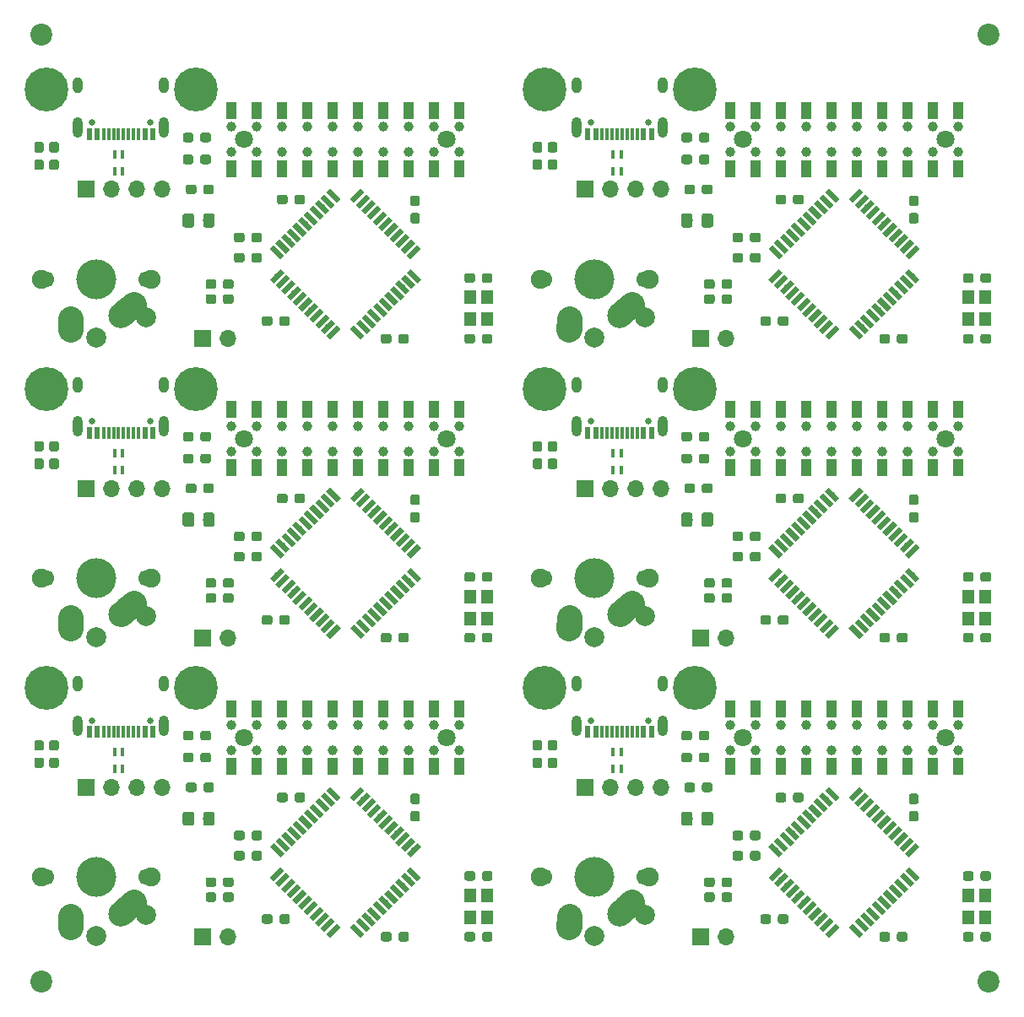
<source format=gbr>
G04 #@! TF.GenerationSoftware,KiCad,Pcbnew,(5.0.0)*
G04 #@! TF.CreationDate,2018-10-14T22:14:47+02:00*
G04 #@! TF.ProjectId,model-f-5291-pcb-panel,6D6F64656C2D662D353239312D706362,rev?*
G04 #@! TF.SameCoordinates,Original*
G04 #@! TF.FileFunction,Soldermask,Top*
G04 #@! TF.FilePolarity,Negative*
%FSLAX46Y46*%
G04 Gerber Fmt 4.6, Leading zero omitted, Abs format (unit mm)*
G04 Created by KiCad (PCBNEW (5.0.0)) date 10/14/18 22:14:47*
%MOMM*%
%LPD*%
G01*
G04 APERTURE LIST*
%ADD10C,2.200000*%
%ADD11C,0.100000*%
%ADD12C,0.950000*%
%ADD13O,1.700000X1.700000*%
%ADD14R,1.700000X1.700000*%
%ADD15C,1.900000*%
%ADD16C,1.700000*%
%ADD17C,2.500000*%
%ADD18C,2.500000*%
%ADD19C,4.000000*%
%ADD20C,2.000000*%
%ADD21R,0.400000X0.900000*%
%ADD22R,1.200000X1.400000*%
%ADD23C,1.150000*%
%ADD24R,1.000000X1.800000*%
%ADD25C,1.800000*%
%ADD26C,1.000000*%
%ADD27C,0.550000*%
%ADD28C,0.700000*%
%ADD29C,4.400000*%
%ADD30R,0.300000X1.150000*%
%ADD31C,0.650000*%
%ADD32R,0.600000X1.150000*%
%ADD33O,1.000000X1.600000*%
%ADD34O,1.000000X2.100000*%
G04 APERTURE END LIST*
D10*
G04 #@! TO.C,REF\002A\002A*
X247500000Y-142500000D03*
G04 #@! TD*
G04 #@! TO.C,REF\002A\002A*
X152500000Y-142500000D03*
G04 #@! TD*
G04 #@! TO.C,REF\002A\002A*
X247500000Y-47500000D03*
G04 #@! TD*
D11*
G04 #@! TO.C,R1*
G36*
X219285779Y-119526144D02*
X219308834Y-119529563D01*
X219331443Y-119535227D01*
X219353387Y-119543079D01*
X219374457Y-119553044D01*
X219394448Y-119565026D01*
X219413168Y-119578910D01*
X219430438Y-119594562D01*
X219446090Y-119611832D01*
X219459974Y-119630552D01*
X219471956Y-119650543D01*
X219481921Y-119671613D01*
X219489773Y-119693557D01*
X219495437Y-119716166D01*
X219498856Y-119739221D01*
X219500000Y-119762500D01*
X219500000Y-120237500D01*
X219498856Y-120260779D01*
X219495437Y-120283834D01*
X219489773Y-120306443D01*
X219481921Y-120328387D01*
X219471956Y-120349457D01*
X219459974Y-120369448D01*
X219446090Y-120388168D01*
X219430438Y-120405438D01*
X219413168Y-120421090D01*
X219394448Y-120434974D01*
X219374457Y-120446956D01*
X219353387Y-120456921D01*
X219331443Y-120464773D01*
X219308834Y-120470437D01*
X219285779Y-120473856D01*
X219262500Y-120475000D01*
X218687500Y-120475000D01*
X218664221Y-120473856D01*
X218641166Y-120470437D01*
X218618557Y-120464773D01*
X218596613Y-120456921D01*
X218575543Y-120446956D01*
X218555552Y-120434974D01*
X218536832Y-120421090D01*
X218519562Y-120405438D01*
X218503910Y-120388168D01*
X218490026Y-120369448D01*
X218478044Y-120349457D01*
X218468079Y-120328387D01*
X218460227Y-120306443D01*
X218454563Y-120283834D01*
X218451144Y-120260779D01*
X218450000Y-120237500D01*
X218450000Y-119762500D01*
X218451144Y-119739221D01*
X218454563Y-119716166D01*
X218460227Y-119693557D01*
X218468079Y-119671613D01*
X218478044Y-119650543D01*
X218490026Y-119630552D01*
X218503910Y-119611832D01*
X218519562Y-119594562D01*
X218536832Y-119578910D01*
X218555552Y-119565026D01*
X218575543Y-119553044D01*
X218596613Y-119543079D01*
X218618557Y-119535227D01*
X218641166Y-119529563D01*
X218664221Y-119526144D01*
X218687500Y-119525000D01*
X219262500Y-119525000D01*
X219285779Y-119526144D01*
X219285779Y-119526144D01*
G37*
D12*
X218975000Y-120000000D03*
D11*
G36*
X217535779Y-119526144D02*
X217558834Y-119529563D01*
X217581443Y-119535227D01*
X217603387Y-119543079D01*
X217624457Y-119553044D01*
X217644448Y-119565026D01*
X217663168Y-119578910D01*
X217680438Y-119594562D01*
X217696090Y-119611832D01*
X217709974Y-119630552D01*
X217721956Y-119650543D01*
X217731921Y-119671613D01*
X217739773Y-119693557D01*
X217745437Y-119716166D01*
X217748856Y-119739221D01*
X217750000Y-119762500D01*
X217750000Y-120237500D01*
X217748856Y-120260779D01*
X217745437Y-120283834D01*
X217739773Y-120306443D01*
X217731921Y-120328387D01*
X217721956Y-120349457D01*
X217709974Y-120369448D01*
X217696090Y-120388168D01*
X217680438Y-120405438D01*
X217663168Y-120421090D01*
X217644448Y-120434974D01*
X217624457Y-120446956D01*
X217603387Y-120456921D01*
X217581443Y-120464773D01*
X217558834Y-120470437D01*
X217535779Y-120473856D01*
X217512500Y-120475000D01*
X216937500Y-120475000D01*
X216914221Y-120473856D01*
X216891166Y-120470437D01*
X216868557Y-120464773D01*
X216846613Y-120456921D01*
X216825543Y-120446956D01*
X216805552Y-120434974D01*
X216786832Y-120421090D01*
X216769562Y-120405438D01*
X216753910Y-120388168D01*
X216740026Y-120369448D01*
X216728044Y-120349457D01*
X216718079Y-120328387D01*
X216710227Y-120306443D01*
X216704563Y-120283834D01*
X216701144Y-120260779D01*
X216700000Y-120237500D01*
X216700000Y-119762500D01*
X216701144Y-119739221D01*
X216704563Y-119716166D01*
X216710227Y-119693557D01*
X216718079Y-119671613D01*
X216728044Y-119650543D01*
X216740026Y-119630552D01*
X216753910Y-119611832D01*
X216769562Y-119594562D01*
X216786832Y-119578910D01*
X216805552Y-119565026D01*
X216825543Y-119553044D01*
X216846613Y-119543079D01*
X216868557Y-119535227D01*
X216891166Y-119529563D01*
X216914221Y-119526144D01*
X216937500Y-119525000D01*
X217512500Y-119525000D01*
X217535779Y-119526144D01*
X217535779Y-119526144D01*
G37*
D12*
X217225000Y-120000000D03*
G04 #@! TD*
D11*
G04 #@! TO.C,R1*
G36*
X169285779Y-119526144D02*
X169308834Y-119529563D01*
X169331443Y-119535227D01*
X169353387Y-119543079D01*
X169374457Y-119553044D01*
X169394448Y-119565026D01*
X169413168Y-119578910D01*
X169430438Y-119594562D01*
X169446090Y-119611832D01*
X169459974Y-119630552D01*
X169471956Y-119650543D01*
X169481921Y-119671613D01*
X169489773Y-119693557D01*
X169495437Y-119716166D01*
X169498856Y-119739221D01*
X169500000Y-119762500D01*
X169500000Y-120237500D01*
X169498856Y-120260779D01*
X169495437Y-120283834D01*
X169489773Y-120306443D01*
X169481921Y-120328387D01*
X169471956Y-120349457D01*
X169459974Y-120369448D01*
X169446090Y-120388168D01*
X169430438Y-120405438D01*
X169413168Y-120421090D01*
X169394448Y-120434974D01*
X169374457Y-120446956D01*
X169353387Y-120456921D01*
X169331443Y-120464773D01*
X169308834Y-120470437D01*
X169285779Y-120473856D01*
X169262500Y-120475000D01*
X168687500Y-120475000D01*
X168664221Y-120473856D01*
X168641166Y-120470437D01*
X168618557Y-120464773D01*
X168596613Y-120456921D01*
X168575543Y-120446956D01*
X168555552Y-120434974D01*
X168536832Y-120421090D01*
X168519562Y-120405438D01*
X168503910Y-120388168D01*
X168490026Y-120369448D01*
X168478044Y-120349457D01*
X168468079Y-120328387D01*
X168460227Y-120306443D01*
X168454563Y-120283834D01*
X168451144Y-120260779D01*
X168450000Y-120237500D01*
X168450000Y-119762500D01*
X168451144Y-119739221D01*
X168454563Y-119716166D01*
X168460227Y-119693557D01*
X168468079Y-119671613D01*
X168478044Y-119650543D01*
X168490026Y-119630552D01*
X168503910Y-119611832D01*
X168519562Y-119594562D01*
X168536832Y-119578910D01*
X168555552Y-119565026D01*
X168575543Y-119553044D01*
X168596613Y-119543079D01*
X168618557Y-119535227D01*
X168641166Y-119529563D01*
X168664221Y-119526144D01*
X168687500Y-119525000D01*
X169262500Y-119525000D01*
X169285779Y-119526144D01*
X169285779Y-119526144D01*
G37*
D12*
X168975000Y-120000000D03*
D11*
G36*
X167535779Y-119526144D02*
X167558834Y-119529563D01*
X167581443Y-119535227D01*
X167603387Y-119543079D01*
X167624457Y-119553044D01*
X167644448Y-119565026D01*
X167663168Y-119578910D01*
X167680438Y-119594562D01*
X167696090Y-119611832D01*
X167709974Y-119630552D01*
X167721956Y-119650543D01*
X167731921Y-119671613D01*
X167739773Y-119693557D01*
X167745437Y-119716166D01*
X167748856Y-119739221D01*
X167750000Y-119762500D01*
X167750000Y-120237500D01*
X167748856Y-120260779D01*
X167745437Y-120283834D01*
X167739773Y-120306443D01*
X167731921Y-120328387D01*
X167721956Y-120349457D01*
X167709974Y-120369448D01*
X167696090Y-120388168D01*
X167680438Y-120405438D01*
X167663168Y-120421090D01*
X167644448Y-120434974D01*
X167624457Y-120446956D01*
X167603387Y-120456921D01*
X167581443Y-120464773D01*
X167558834Y-120470437D01*
X167535779Y-120473856D01*
X167512500Y-120475000D01*
X166937500Y-120475000D01*
X166914221Y-120473856D01*
X166891166Y-120470437D01*
X166868557Y-120464773D01*
X166846613Y-120456921D01*
X166825543Y-120446956D01*
X166805552Y-120434974D01*
X166786832Y-120421090D01*
X166769562Y-120405438D01*
X166753910Y-120388168D01*
X166740026Y-120369448D01*
X166728044Y-120349457D01*
X166718079Y-120328387D01*
X166710227Y-120306443D01*
X166704563Y-120283834D01*
X166701144Y-120260779D01*
X166700000Y-120237500D01*
X166700000Y-119762500D01*
X166701144Y-119739221D01*
X166704563Y-119716166D01*
X166710227Y-119693557D01*
X166718079Y-119671613D01*
X166728044Y-119650543D01*
X166740026Y-119630552D01*
X166753910Y-119611832D01*
X166769562Y-119594562D01*
X166786832Y-119578910D01*
X166805552Y-119565026D01*
X166825543Y-119553044D01*
X166846613Y-119543079D01*
X166868557Y-119535227D01*
X166891166Y-119529563D01*
X166914221Y-119526144D01*
X166937500Y-119525000D01*
X167512500Y-119525000D01*
X167535779Y-119526144D01*
X167535779Y-119526144D01*
G37*
D12*
X167225000Y-120000000D03*
G04 #@! TD*
D11*
G04 #@! TO.C,R1*
G36*
X219285779Y-89526144D02*
X219308834Y-89529563D01*
X219331443Y-89535227D01*
X219353387Y-89543079D01*
X219374457Y-89553044D01*
X219394448Y-89565026D01*
X219413168Y-89578910D01*
X219430438Y-89594562D01*
X219446090Y-89611832D01*
X219459974Y-89630552D01*
X219471956Y-89650543D01*
X219481921Y-89671613D01*
X219489773Y-89693557D01*
X219495437Y-89716166D01*
X219498856Y-89739221D01*
X219500000Y-89762500D01*
X219500000Y-90237500D01*
X219498856Y-90260779D01*
X219495437Y-90283834D01*
X219489773Y-90306443D01*
X219481921Y-90328387D01*
X219471956Y-90349457D01*
X219459974Y-90369448D01*
X219446090Y-90388168D01*
X219430438Y-90405438D01*
X219413168Y-90421090D01*
X219394448Y-90434974D01*
X219374457Y-90446956D01*
X219353387Y-90456921D01*
X219331443Y-90464773D01*
X219308834Y-90470437D01*
X219285779Y-90473856D01*
X219262500Y-90475000D01*
X218687500Y-90475000D01*
X218664221Y-90473856D01*
X218641166Y-90470437D01*
X218618557Y-90464773D01*
X218596613Y-90456921D01*
X218575543Y-90446956D01*
X218555552Y-90434974D01*
X218536832Y-90421090D01*
X218519562Y-90405438D01*
X218503910Y-90388168D01*
X218490026Y-90369448D01*
X218478044Y-90349457D01*
X218468079Y-90328387D01*
X218460227Y-90306443D01*
X218454563Y-90283834D01*
X218451144Y-90260779D01*
X218450000Y-90237500D01*
X218450000Y-89762500D01*
X218451144Y-89739221D01*
X218454563Y-89716166D01*
X218460227Y-89693557D01*
X218468079Y-89671613D01*
X218478044Y-89650543D01*
X218490026Y-89630552D01*
X218503910Y-89611832D01*
X218519562Y-89594562D01*
X218536832Y-89578910D01*
X218555552Y-89565026D01*
X218575543Y-89553044D01*
X218596613Y-89543079D01*
X218618557Y-89535227D01*
X218641166Y-89529563D01*
X218664221Y-89526144D01*
X218687500Y-89525000D01*
X219262500Y-89525000D01*
X219285779Y-89526144D01*
X219285779Y-89526144D01*
G37*
D12*
X218975000Y-90000000D03*
D11*
G36*
X217535779Y-89526144D02*
X217558834Y-89529563D01*
X217581443Y-89535227D01*
X217603387Y-89543079D01*
X217624457Y-89553044D01*
X217644448Y-89565026D01*
X217663168Y-89578910D01*
X217680438Y-89594562D01*
X217696090Y-89611832D01*
X217709974Y-89630552D01*
X217721956Y-89650543D01*
X217731921Y-89671613D01*
X217739773Y-89693557D01*
X217745437Y-89716166D01*
X217748856Y-89739221D01*
X217750000Y-89762500D01*
X217750000Y-90237500D01*
X217748856Y-90260779D01*
X217745437Y-90283834D01*
X217739773Y-90306443D01*
X217731921Y-90328387D01*
X217721956Y-90349457D01*
X217709974Y-90369448D01*
X217696090Y-90388168D01*
X217680438Y-90405438D01*
X217663168Y-90421090D01*
X217644448Y-90434974D01*
X217624457Y-90446956D01*
X217603387Y-90456921D01*
X217581443Y-90464773D01*
X217558834Y-90470437D01*
X217535779Y-90473856D01*
X217512500Y-90475000D01*
X216937500Y-90475000D01*
X216914221Y-90473856D01*
X216891166Y-90470437D01*
X216868557Y-90464773D01*
X216846613Y-90456921D01*
X216825543Y-90446956D01*
X216805552Y-90434974D01*
X216786832Y-90421090D01*
X216769562Y-90405438D01*
X216753910Y-90388168D01*
X216740026Y-90369448D01*
X216728044Y-90349457D01*
X216718079Y-90328387D01*
X216710227Y-90306443D01*
X216704563Y-90283834D01*
X216701144Y-90260779D01*
X216700000Y-90237500D01*
X216700000Y-89762500D01*
X216701144Y-89739221D01*
X216704563Y-89716166D01*
X216710227Y-89693557D01*
X216718079Y-89671613D01*
X216728044Y-89650543D01*
X216740026Y-89630552D01*
X216753910Y-89611832D01*
X216769562Y-89594562D01*
X216786832Y-89578910D01*
X216805552Y-89565026D01*
X216825543Y-89553044D01*
X216846613Y-89543079D01*
X216868557Y-89535227D01*
X216891166Y-89529563D01*
X216914221Y-89526144D01*
X216937500Y-89525000D01*
X217512500Y-89525000D01*
X217535779Y-89526144D01*
X217535779Y-89526144D01*
G37*
D12*
X217225000Y-90000000D03*
G04 #@! TD*
D11*
G04 #@! TO.C,R1*
G36*
X169285779Y-89526144D02*
X169308834Y-89529563D01*
X169331443Y-89535227D01*
X169353387Y-89543079D01*
X169374457Y-89553044D01*
X169394448Y-89565026D01*
X169413168Y-89578910D01*
X169430438Y-89594562D01*
X169446090Y-89611832D01*
X169459974Y-89630552D01*
X169471956Y-89650543D01*
X169481921Y-89671613D01*
X169489773Y-89693557D01*
X169495437Y-89716166D01*
X169498856Y-89739221D01*
X169500000Y-89762500D01*
X169500000Y-90237500D01*
X169498856Y-90260779D01*
X169495437Y-90283834D01*
X169489773Y-90306443D01*
X169481921Y-90328387D01*
X169471956Y-90349457D01*
X169459974Y-90369448D01*
X169446090Y-90388168D01*
X169430438Y-90405438D01*
X169413168Y-90421090D01*
X169394448Y-90434974D01*
X169374457Y-90446956D01*
X169353387Y-90456921D01*
X169331443Y-90464773D01*
X169308834Y-90470437D01*
X169285779Y-90473856D01*
X169262500Y-90475000D01*
X168687500Y-90475000D01*
X168664221Y-90473856D01*
X168641166Y-90470437D01*
X168618557Y-90464773D01*
X168596613Y-90456921D01*
X168575543Y-90446956D01*
X168555552Y-90434974D01*
X168536832Y-90421090D01*
X168519562Y-90405438D01*
X168503910Y-90388168D01*
X168490026Y-90369448D01*
X168478044Y-90349457D01*
X168468079Y-90328387D01*
X168460227Y-90306443D01*
X168454563Y-90283834D01*
X168451144Y-90260779D01*
X168450000Y-90237500D01*
X168450000Y-89762500D01*
X168451144Y-89739221D01*
X168454563Y-89716166D01*
X168460227Y-89693557D01*
X168468079Y-89671613D01*
X168478044Y-89650543D01*
X168490026Y-89630552D01*
X168503910Y-89611832D01*
X168519562Y-89594562D01*
X168536832Y-89578910D01*
X168555552Y-89565026D01*
X168575543Y-89553044D01*
X168596613Y-89543079D01*
X168618557Y-89535227D01*
X168641166Y-89529563D01*
X168664221Y-89526144D01*
X168687500Y-89525000D01*
X169262500Y-89525000D01*
X169285779Y-89526144D01*
X169285779Y-89526144D01*
G37*
D12*
X168975000Y-90000000D03*
D11*
G36*
X167535779Y-89526144D02*
X167558834Y-89529563D01*
X167581443Y-89535227D01*
X167603387Y-89543079D01*
X167624457Y-89553044D01*
X167644448Y-89565026D01*
X167663168Y-89578910D01*
X167680438Y-89594562D01*
X167696090Y-89611832D01*
X167709974Y-89630552D01*
X167721956Y-89650543D01*
X167731921Y-89671613D01*
X167739773Y-89693557D01*
X167745437Y-89716166D01*
X167748856Y-89739221D01*
X167750000Y-89762500D01*
X167750000Y-90237500D01*
X167748856Y-90260779D01*
X167745437Y-90283834D01*
X167739773Y-90306443D01*
X167731921Y-90328387D01*
X167721956Y-90349457D01*
X167709974Y-90369448D01*
X167696090Y-90388168D01*
X167680438Y-90405438D01*
X167663168Y-90421090D01*
X167644448Y-90434974D01*
X167624457Y-90446956D01*
X167603387Y-90456921D01*
X167581443Y-90464773D01*
X167558834Y-90470437D01*
X167535779Y-90473856D01*
X167512500Y-90475000D01*
X166937500Y-90475000D01*
X166914221Y-90473856D01*
X166891166Y-90470437D01*
X166868557Y-90464773D01*
X166846613Y-90456921D01*
X166825543Y-90446956D01*
X166805552Y-90434974D01*
X166786832Y-90421090D01*
X166769562Y-90405438D01*
X166753910Y-90388168D01*
X166740026Y-90369448D01*
X166728044Y-90349457D01*
X166718079Y-90328387D01*
X166710227Y-90306443D01*
X166704563Y-90283834D01*
X166701144Y-90260779D01*
X166700000Y-90237500D01*
X166700000Y-89762500D01*
X166701144Y-89739221D01*
X166704563Y-89716166D01*
X166710227Y-89693557D01*
X166718079Y-89671613D01*
X166728044Y-89650543D01*
X166740026Y-89630552D01*
X166753910Y-89611832D01*
X166769562Y-89594562D01*
X166786832Y-89578910D01*
X166805552Y-89565026D01*
X166825543Y-89553044D01*
X166846613Y-89543079D01*
X166868557Y-89535227D01*
X166891166Y-89529563D01*
X166914221Y-89526144D01*
X166937500Y-89525000D01*
X167512500Y-89525000D01*
X167535779Y-89526144D01*
X167535779Y-89526144D01*
G37*
D12*
X167225000Y-90000000D03*
G04 #@! TD*
D11*
G04 #@! TO.C,R1*
G36*
X219285779Y-59526144D02*
X219308834Y-59529563D01*
X219331443Y-59535227D01*
X219353387Y-59543079D01*
X219374457Y-59553044D01*
X219394448Y-59565026D01*
X219413168Y-59578910D01*
X219430438Y-59594562D01*
X219446090Y-59611832D01*
X219459974Y-59630552D01*
X219471956Y-59650543D01*
X219481921Y-59671613D01*
X219489773Y-59693557D01*
X219495437Y-59716166D01*
X219498856Y-59739221D01*
X219500000Y-59762500D01*
X219500000Y-60237500D01*
X219498856Y-60260779D01*
X219495437Y-60283834D01*
X219489773Y-60306443D01*
X219481921Y-60328387D01*
X219471956Y-60349457D01*
X219459974Y-60369448D01*
X219446090Y-60388168D01*
X219430438Y-60405438D01*
X219413168Y-60421090D01*
X219394448Y-60434974D01*
X219374457Y-60446956D01*
X219353387Y-60456921D01*
X219331443Y-60464773D01*
X219308834Y-60470437D01*
X219285779Y-60473856D01*
X219262500Y-60475000D01*
X218687500Y-60475000D01*
X218664221Y-60473856D01*
X218641166Y-60470437D01*
X218618557Y-60464773D01*
X218596613Y-60456921D01*
X218575543Y-60446956D01*
X218555552Y-60434974D01*
X218536832Y-60421090D01*
X218519562Y-60405438D01*
X218503910Y-60388168D01*
X218490026Y-60369448D01*
X218478044Y-60349457D01*
X218468079Y-60328387D01*
X218460227Y-60306443D01*
X218454563Y-60283834D01*
X218451144Y-60260779D01*
X218450000Y-60237500D01*
X218450000Y-59762500D01*
X218451144Y-59739221D01*
X218454563Y-59716166D01*
X218460227Y-59693557D01*
X218468079Y-59671613D01*
X218478044Y-59650543D01*
X218490026Y-59630552D01*
X218503910Y-59611832D01*
X218519562Y-59594562D01*
X218536832Y-59578910D01*
X218555552Y-59565026D01*
X218575543Y-59553044D01*
X218596613Y-59543079D01*
X218618557Y-59535227D01*
X218641166Y-59529563D01*
X218664221Y-59526144D01*
X218687500Y-59525000D01*
X219262500Y-59525000D01*
X219285779Y-59526144D01*
X219285779Y-59526144D01*
G37*
D12*
X218975000Y-60000000D03*
D11*
G36*
X217535779Y-59526144D02*
X217558834Y-59529563D01*
X217581443Y-59535227D01*
X217603387Y-59543079D01*
X217624457Y-59553044D01*
X217644448Y-59565026D01*
X217663168Y-59578910D01*
X217680438Y-59594562D01*
X217696090Y-59611832D01*
X217709974Y-59630552D01*
X217721956Y-59650543D01*
X217731921Y-59671613D01*
X217739773Y-59693557D01*
X217745437Y-59716166D01*
X217748856Y-59739221D01*
X217750000Y-59762500D01*
X217750000Y-60237500D01*
X217748856Y-60260779D01*
X217745437Y-60283834D01*
X217739773Y-60306443D01*
X217731921Y-60328387D01*
X217721956Y-60349457D01*
X217709974Y-60369448D01*
X217696090Y-60388168D01*
X217680438Y-60405438D01*
X217663168Y-60421090D01*
X217644448Y-60434974D01*
X217624457Y-60446956D01*
X217603387Y-60456921D01*
X217581443Y-60464773D01*
X217558834Y-60470437D01*
X217535779Y-60473856D01*
X217512500Y-60475000D01*
X216937500Y-60475000D01*
X216914221Y-60473856D01*
X216891166Y-60470437D01*
X216868557Y-60464773D01*
X216846613Y-60456921D01*
X216825543Y-60446956D01*
X216805552Y-60434974D01*
X216786832Y-60421090D01*
X216769562Y-60405438D01*
X216753910Y-60388168D01*
X216740026Y-60369448D01*
X216728044Y-60349457D01*
X216718079Y-60328387D01*
X216710227Y-60306443D01*
X216704563Y-60283834D01*
X216701144Y-60260779D01*
X216700000Y-60237500D01*
X216700000Y-59762500D01*
X216701144Y-59739221D01*
X216704563Y-59716166D01*
X216710227Y-59693557D01*
X216718079Y-59671613D01*
X216728044Y-59650543D01*
X216740026Y-59630552D01*
X216753910Y-59611832D01*
X216769562Y-59594562D01*
X216786832Y-59578910D01*
X216805552Y-59565026D01*
X216825543Y-59553044D01*
X216846613Y-59543079D01*
X216868557Y-59535227D01*
X216891166Y-59529563D01*
X216914221Y-59526144D01*
X216937500Y-59525000D01*
X217512500Y-59525000D01*
X217535779Y-59526144D01*
X217535779Y-59526144D01*
G37*
D12*
X217225000Y-60000000D03*
G04 #@! TD*
D11*
G04 #@! TO.C,C2*
G36*
X247527779Y-131408144D02*
X247550834Y-131411563D01*
X247573443Y-131417227D01*
X247595387Y-131425079D01*
X247616457Y-131435044D01*
X247636448Y-131447026D01*
X247655168Y-131460910D01*
X247672438Y-131476562D01*
X247688090Y-131493832D01*
X247701974Y-131512552D01*
X247713956Y-131532543D01*
X247723921Y-131553613D01*
X247731773Y-131575557D01*
X247737437Y-131598166D01*
X247740856Y-131621221D01*
X247742000Y-131644500D01*
X247742000Y-132119500D01*
X247740856Y-132142779D01*
X247737437Y-132165834D01*
X247731773Y-132188443D01*
X247723921Y-132210387D01*
X247713956Y-132231457D01*
X247701974Y-132251448D01*
X247688090Y-132270168D01*
X247672438Y-132287438D01*
X247655168Y-132303090D01*
X247636448Y-132316974D01*
X247616457Y-132328956D01*
X247595387Y-132338921D01*
X247573443Y-132346773D01*
X247550834Y-132352437D01*
X247527779Y-132355856D01*
X247504500Y-132357000D01*
X246929500Y-132357000D01*
X246906221Y-132355856D01*
X246883166Y-132352437D01*
X246860557Y-132346773D01*
X246838613Y-132338921D01*
X246817543Y-132328956D01*
X246797552Y-132316974D01*
X246778832Y-132303090D01*
X246761562Y-132287438D01*
X246745910Y-132270168D01*
X246732026Y-132251448D01*
X246720044Y-132231457D01*
X246710079Y-132210387D01*
X246702227Y-132188443D01*
X246696563Y-132165834D01*
X246693144Y-132142779D01*
X246692000Y-132119500D01*
X246692000Y-131644500D01*
X246693144Y-131621221D01*
X246696563Y-131598166D01*
X246702227Y-131575557D01*
X246710079Y-131553613D01*
X246720044Y-131532543D01*
X246732026Y-131512552D01*
X246745910Y-131493832D01*
X246761562Y-131476562D01*
X246778832Y-131460910D01*
X246797552Y-131447026D01*
X246817543Y-131435044D01*
X246838613Y-131425079D01*
X246860557Y-131417227D01*
X246883166Y-131411563D01*
X246906221Y-131408144D01*
X246929500Y-131407000D01*
X247504500Y-131407000D01*
X247527779Y-131408144D01*
X247527779Y-131408144D01*
G37*
D12*
X247217000Y-131882000D03*
D11*
G36*
X245777779Y-131408144D02*
X245800834Y-131411563D01*
X245823443Y-131417227D01*
X245845387Y-131425079D01*
X245866457Y-131435044D01*
X245886448Y-131447026D01*
X245905168Y-131460910D01*
X245922438Y-131476562D01*
X245938090Y-131493832D01*
X245951974Y-131512552D01*
X245963956Y-131532543D01*
X245973921Y-131553613D01*
X245981773Y-131575557D01*
X245987437Y-131598166D01*
X245990856Y-131621221D01*
X245992000Y-131644500D01*
X245992000Y-132119500D01*
X245990856Y-132142779D01*
X245987437Y-132165834D01*
X245981773Y-132188443D01*
X245973921Y-132210387D01*
X245963956Y-132231457D01*
X245951974Y-132251448D01*
X245938090Y-132270168D01*
X245922438Y-132287438D01*
X245905168Y-132303090D01*
X245886448Y-132316974D01*
X245866457Y-132328956D01*
X245845387Y-132338921D01*
X245823443Y-132346773D01*
X245800834Y-132352437D01*
X245777779Y-132355856D01*
X245754500Y-132357000D01*
X245179500Y-132357000D01*
X245156221Y-132355856D01*
X245133166Y-132352437D01*
X245110557Y-132346773D01*
X245088613Y-132338921D01*
X245067543Y-132328956D01*
X245047552Y-132316974D01*
X245028832Y-132303090D01*
X245011562Y-132287438D01*
X244995910Y-132270168D01*
X244982026Y-132251448D01*
X244970044Y-132231457D01*
X244960079Y-132210387D01*
X244952227Y-132188443D01*
X244946563Y-132165834D01*
X244943144Y-132142779D01*
X244942000Y-132119500D01*
X244942000Y-131644500D01*
X244943144Y-131621221D01*
X244946563Y-131598166D01*
X244952227Y-131575557D01*
X244960079Y-131553613D01*
X244970044Y-131532543D01*
X244982026Y-131512552D01*
X244995910Y-131493832D01*
X245011562Y-131476562D01*
X245028832Y-131460910D01*
X245047552Y-131447026D01*
X245067543Y-131435044D01*
X245088613Y-131425079D01*
X245110557Y-131417227D01*
X245133166Y-131411563D01*
X245156221Y-131408144D01*
X245179500Y-131407000D01*
X245754500Y-131407000D01*
X245777779Y-131408144D01*
X245777779Y-131408144D01*
G37*
D12*
X245467000Y-131882000D03*
G04 #@! TD*
D11*
G04 #@! TO.C,C2*
G36*
X197527779Y-131408144D02*
X197550834Y-131411563D01*
X197573443Y-131417227D01*
X197595387Y-131425079D01*
X197616457Y-131435044D01*
X197636448Y-131447026D01*
X197655168Y-131460910D01*
X197672438Y-131476562D01*
X197688090Y-131493832D01*
X197701974Y-131512552D01*
X197713956Y-131532543D01*
X197723921Y-131553613D01*
X197731773Y-131575557D01*
X197737437Y-131598166D01*
X197740856Y-131621221D01*
X197742000Y-131644500D01*
X197742000Y-132119500D01*
X197740856Y-132142779D01*
X197737437Y-132165834D01*
X197731773Y-132188443D01*
X197723921Y-132210387D01*
X197713956Y-132231457D01*
X197701974Y-132251448D01*
X197688090Y-132270168D01*
X197672438Y-132287438D01*
X197655168Y-132303090D01*
X197636448Y-132316974D01*
X197616457Y-132328956D01*
X197595387Y-132338921D01*
X197573443Y-132346773D01*
X197550834Y-132352437D01*
X197527779Y-132355856D01*
X197504500Y-132357000D01*
X196929500Y-132357000D01*
X196906221Y-132355856D01*
X196883166Y-132352437D01*
X196860557Y-132346773D01*
X196838613Y-132338921D01*
X196817543Y-132328956D01*
X196797552Y-132316974D01*
X196778832Y-132303090D01*
X196761562Y-132287438D01*
X196745910Y-132270168D01*
X196732026Y-132251448D01*
X196720044Y-132231457D01*
X196710079Y-132210387D01*
X196702227Y-132188443D01*
X196696563Y-132165834D01*
X196693144Y-132142779D01*
X196692000Y-132119500D01*
X196692000Y-131644500D01*
X196693144Y-131621221D01*
X196696563Y-131598166D01*
X196702227Y-131575557D01*
X196710079Y-131553613D01*
X196720044Y-131532543D01*
X196732026Y-131512552D01*
X196745910Y-131493832D01*
X196761562Y-131476562D01*
X196778832Y-131460910D01*
X196797552Y-131447026D01*
X196817543Y-131435044D01*
X196838613Y-131425079D01*
X196860557Y-131417227D01*
X196883166Y-131411563D01*
X196906221Y-131408144D01*
X196929500Y-131407000D01*
X197504500Y-131407000D01*
X197527779Y-131408144D01*
X197527779Y-131408144D01*
G37*
D12*
X197217000Y-131882000D03*
D11*
G36*
X195777779Y-131408144D02*
X195800834Y-131411563D01*
X195823443Y-131417227D01*
X195845387Y-131425079D01*
X195866457Y-131435044D01*
X195886448Y-131447026D01*
X195905168Y-131460910D01*
X195922438Y-131476562D01*
X195938090Y-131493832D01*
X195951974Y-131512552D01*
X195963956Y-131532543D01*
X195973921Y-131553613D01*
X195981773Y-131575557D01*
X195987437Y-131598166D01*
X195990856Y-131621221D01*
X195992000Y-131644500D01*
X195992000Y-132119500D01*
X195990856Y-132142779D01*
X195987437Y-132165834D01*
X195981773Y-132188443D01*
X195973921Y-132210387D01*
X195963956Y-132231457D01*
X195951974Y-132251448D01*
X195938090Y-132270168D01*
X195922438Y-132287438D01*
X195905168Y-132303090D01*
X195886448Y-132316974D01*
X195866457Y-132328956D01*
X195845387Y-132338921D01*
X195823443Y-132346773D01*
X195800834Y-132352437D01*
X195777779Y-132355856D01*
X195754500Y-132357000D01*
X195179500Y-132357000D01*
X195156221Y-132355856D01*
X195133166Y-132352437D01*
X195110557Y-132346773D01*
X195088613Y-132338921D01*
X195067543Y-132328956D01*
X195047552Y-132316974D01*
X195028832Y-132303090D01*
X195011562Y-132287438D01*
X194995910Y-132270168D01*
X194982026Y-132251448D01*
X194970044Y-132231457D01*
X194960079Y-132210387D01*
X194952227Y-132188443D01*
X194946563Y-132165834D01*
X194943144Y-132142779D01*
X194942000Y-132119500D01*
X194942000Y-131644500D01*
X194943144Y-131621221D01*
X194946563Y-131598166D01*
X194952227Y-131575557D01*
X194960079Y-131553613D01*
X194970044Y-131532543D01*
X194982026Y-131512552D01*
X194995910Y-131493832D01*
X195011562Y-131476562D01*
X195028832Y-131460910D01*
X195047552Y-131447026D01*
X195067543Y-131435044D01*
X195088613Y-131425079D01*
X195110557Y-131417227D01*
X195133166Y-131411563D01*
X195156221Y-131408144D01*
X195179500Y-131407000D01*
X195754500Y-131407000D01*
X195777779Y-131408144D01*
X195777779Y-131408144D01*
G37*
D12*
X195467000Y-131882000D03*
G04 #@! TD*
D11*
G04 #@! TO.C,C2*
G36*
X247527779Y-101408144D02*
X247550834Y-101411563D01*
X247573443Y-101417227D01*
X247595387Y-101425079D01*
X247616457Y-101435044D01*
X247636448Y-101447026D01*
X247655168Y-101460910D01*
X247672438Y-101476562D01*
X247688090Y-101493832D01*
X247701974Y-101512552D01*
X247713956Y-101532543D01*
X247723921Y-101553613D01*
X247731773Y-101575557D01*
X247737437Y-101598166D01*
X247740856Y-101621221D01*
X247742000Y-101644500D01*
X247742000Y-102119500D01*
X247740856Y-102142779D01*
X247737437Y-102165834D01*
X247731773Y-102188443D01*
X247723921Y-102210387D01*
X247713956Y-102231457D01*
X247701974Y-102251448D01*
X247688090Y-102270168D01*
X247672438Y-102287438D01*
X247655168Y-102303090D01*
X247636448Y-102316974D01*
X247616457Y-102328956D01*
X247595387Y-102338921D01*
X247573443Y-102346773D01*
X247550834Y-102352437D01*
X247527779Y-102355856D01*
X247504500Y-102357000D01*
X246929500Y-102357000D01*
X246906221Y-102355856D01*
X246883166Y-102352437D01*
X246860557Y-102346773D01*
X246838613Y-102338921D01*
X246817543Y-102328956D01*
X246797552Y-102316974D01*
X246778832Y-102303090D01*
X246761562Y-102287438D01*
X246745910Y-102270168D01*
X246732026Y-102251448D01*
X246720044Y-102231457D01*
X246710079Y-102210387D01*
X246702227Y-102188443D01*
X246696563Y-102165834D01*
X246693144Y-102142779D01*
X246692000Y-102119500D01*
X246692000Y-101644500D01*
X246693144Y-101621221D01*
X246696563Y-101598166D01*
X246702227Y-101575557D01*
X246710079Y-101553613D01*
X246720044Y-101532543D01*
X246732026Y-101512552D01*
X246745910Y-101493832D01*
X246761562Y-101476562D01*
X246778832Y-101460910D01*
X246797552Y-101447026D01*
X246817543Y-101435044D01*
X246838613Y-101425079D01*
X246860557Y-101417227D01*
X246883166Y-101411563D01*
X246906221Y-101408144D01*
X246929500Y-101407000D01*
X247504500Y-101407000D01*
X247527779Y-101408144D01*
X247527779Y-101408144D01*
G37*
D12*
X247217000Y-101882000D03*
D11*
G36*
X245777779Y-101408144D02*
X245800834Y-101411563D01*
X245823443Y-101417227D01*
X245845387Y-101425079D01*
X245866457Y-101435044D01*
X245886448Y-101447026D01*
X245905168Y-101460910D01*
X245922438Y-101476562D01*
X245938090Y-101493832D01*
X245951974Y-101512552D01*
X245963956Y-101532543D01*
X245973921Y-101553613D01*
X245981773Y-101575557D01*
X245987437Y-101598166D01*
X245990856Y-101621221D01*
X245992000Y-101644500D01*
X245992000Y-102119500D01*
X245990856Y-102142779D01*
X245987437Y-102165834D01*
X245981773Y-102188443D01*
X245973921Y-102210387D01*
X245963956Y-102231457D01*
X245951974Y-102251448D01*
X245938090Y-102270168D01*
X245922438Y-102287438D01*
X245905168Y-102303090D01*
X245886448Y-102316974D01*
X245866457Y-102328956D01*
X245845387Y-102338921D01*
X245823443Y-102346773D01*
X245800834Y-102352437D01*
X245777779Y-102355856D01*
X245754500Y-102357000D01*
X245179500Y-102357000D01*
X245156221Y-102355856D01*
X245133166Y-102352437D01*
X245110557Y-102346773D01*
X245088613Y-102338921D01*
X245067543Y-102328956D01*
X245047552Y-102316974D01*
X245028832Y-102303090D01*
X245011562Y-102287438D01*
X244995910Y-102270168D01*
X244982026Y-102251448D01*
X244970044Y-102231457D01*
X244960079Y-102210387D01*
X244952227Y-102188443D01*
X244946563Y-102165834D01*
X244943144Y-102142779D01*
X244942000Y-102119500D01*
X244942000Y-101644500D01*
X244943144Y-101621221D01*
X244946563Y-101598166D01*
X244952227Y-101575557D01*
X244960079Y-101553613D01*
X244970044Y-101532543D01*
X244982026Y-101512552D01*
X244995910Y-101493832D01*
X245011562Y-101476562D01*
X245028832Y-101460910D01*
X245047552Y-101447026D01*
X245067543Y-101435044D01*
X245088613Y-101425079D01*
X245110557Y-101417227D01*
X245133166Y-101411563D01*
X245156221Y-101408144D01*
X245179500Y-101407000D01*
X245754500Y-101407000D01*
X245777779Y-101408144D01*
X245777779Y-101408144D01*
G37*
D12*
X245467000Y-101882000D03*
G04 #@! TD*
D11*
G04 #@! TO.C,C2*
G36*
X197527779Y-101408144D02*
X197550834Y-101411563D01*
X197573443Y-101417227D01*
X197595387Y-101425079D01*
X197616457Y-101435044D01*
X197636448Y-101447026D01*
X197655168Y-101460910D01*
X197672438Y-101476562D01*
X197688090Y-101493832D01*
X197701974Y-101512552D01*
X197713956Y-101532543D01*
X197723921Y-101553613D01*
X197731773Y-101575557D01*
X197737437Y-101598166D01*
X197740856Y-101621221D01*
X197742000Y-101644500D01*
X197742000Y-102119500D01*
X197740856Y-102142779D01*
X197737437Y-102165834D01*
X197731773Y-102188443D01*
X197723921Y-102210387D01*
X197713956Y-102231457D01*
X197701974Y-102251448D01*
X197688090Y-102270168D01*
X197672438Y-102287438D01*
X197655168Y-102303090D01*
X197636448Y-102316974D01*
X197616457Y-102328956D01*
X197595387Y-102338921D01*
X197573443Y-102346773D01*
X197550834Y-102352437D01*
X197527779Y-102355856D01*
X197504500Y-102357000D01*
X196929500Y-102357000D01*
X196906221Y-102355856D01*
X196883166Y-102352437D01*
X196860557Y-102346773D01*
X196838613Y-102338921D01*
X196817543Y-102328956D01*
X196797552Y-102316974D01*
X196778832Y-102303090D01*
X196761562Y-102287438D01*
X196745910Y-102270168D01*
X196732026Y-102251448D01*
X196720044Y-102231457D01*
X196710079Y-102210387D01*
X196702227Y-102188443D01*
X196696563Y-102165834D01*
X196693144Y-102142779D01*
X196692000Y-102119500D01*
X196692000Y-101644500D01*
X196693144Y-101621221D01*
X196696563Y-101598166D01*
X196702227Y-101575557D01*
X196710079Y-101553613D01*
X196720044Y-101532543D01*
X196732026Y-101512552D01*
X196745910Y-101493832D01*
X196761562Y-101476562D01*
X196778832Y-101460910D01*
X196797552Y-101447026D01*
X196817543Y-101435044D01*
X196838613Y-101425079D01*
X196860557Y-101417227D01*
X196883166Y-101411563D01*
X196906221Y-101408144D01*
X196929500Y-101407000D01*
X197504500Y-101407000D01*
X197527779Y-101408144D01*
X197527779Y-101408144D01*
G37*
D12*
X197217000Y-101882000D03*
D11*
G36*
X195777779Y-101408144D02*
X195800834Y-101411563D01*
X195823443Y-101417227D01*
X195845387Y-101425079D01*
X195866457Y-101435044D01*
X195886448Y-101447026D01*
X195905168Y-101460910D01*
X195922438Y-101476562D01*
X195938090Y-101493832D01*
X195951974Y-101512552D01*
X195963956Y-101532543D01*
X195973921Y-101553613D01*
X195981773Y-101575557D01*
X195987437Y-101598166D01*
X195990856Y-101621221D01*
X195992000Y-101644500D01*
X195992000Y-102119500D01*
X195990856Y-102142779D01*
X195987437Y-102165834D01*
X195981773Y-102188443D01*
X195973921Y-102210387D01*
X195963956Y-102231457D01*
X195951974Y-102251448D01*
X195938090Y-102270168D01*
X195922438Y-102287438D01*
X195905168Y-102303090D01*
X195886448Y-102316974D01*
X195866457Y-102328956D01*
X195845387Y-102338921D01*
X195823443Y-102346773D01*
X195800834Y-102352437D01*
X195777779Y-102355856D01*
X195754500Y-102357000D01*
X195179500Y-102357000D01*
X195156221Y-102355856D01*
X195133166Y-102352437D01*
X195110557Y-102346773D01*
X195088613Y-102338921D01*
X195067543Y-102328956D01*
X195047552Y-102316974D01*
X195028832Y-102303090D01*
X195011562Y-102287438D01*
X194995910Y-102270168D01*
X194982026Y-102251448D01*
X194970044Y-102231457D01*
X194960079Y-102210387D01*
X194952227Y-102188443D01*
X194946563Y-102165834D01*
X194943144Y-102142779D01*
X194942000Y-102119500D01*
X194942000Y-101644500D01*
X194943144Y-101621221D01*
X194946563Y-101598166D01*
X194952227Y-101575557D01*
X194960079Y-101553613D01*
X194970044Y-101532543D01*
X194982026Y-101512552D01*
X194995910Y-101493832D01*
X195011562Y-101476562D01*
X195028832Y-101460910D01*
X195047552Y-101447026D01*
X195067543Y-101435044D01*
X195088613Y-101425079D01*
X195110557Y-101417227D01*
X195133166Y-101411563D01*
X195156221Y-101408144D01*
X195179500Y-101407000D01*
X195754500Y-101407000D01*
X195777779Y-101408144D01*
X195777779Y-101408144D01*
G37*
D12*
X195467000Y-101882000D03*
G04 #@! TD*
D11*
G04 #@! TO.C,C2*
G36*
X247527779Y-71408144D02*
X247550834Y-71411563D01*
X247573443Y-71417227D01*
X247595387Y-71425079D01*
X247616457Y-71435044D01*
X247636448Y-71447026D01*
X247655168Y-71460910D01*
X247672438Y-71476562D01*
X247688090Y-71493832D01*
X247701974Y-71512552D01*
X247713956Y-71532543D01*
X247723921Y-71553613D01*
X247731773Y-71575557D01*
X247737437Y-71598166D01*
X247740856Y-71621221D01*
X247742000Y-71644500D01*
X247742000Y-72119500D01*
X247740856Y-72142779D01*
X247737437Y-72165834D01*
X247731773Y-72188443D01*
X247723921Y-72210387D01*
X247713956Y-72231457D01*
X247701974Y-72251448D01*
X247688090Y-72270168D01*
X247672438Y-72287438D01*
X247655168Y-72303090D01*
X247636448Y-72316974D01*
X247616457Y-72328956D01*
X247595387Y-72338921D01*
X247573443Y-72346773D01*
X247550834Y-72352437D01*
X247527779Y-72355856D01*
X247504500Y-72357000D01*
X246929500Y-72357000D01*
X246906221Y-72355856D01*
X246883166Y-72352437D01*
X246860557Y-72346773D01*
X246838613Y-72338921D01*
X246817543Y-72328956D01*
X246797552Y-72316974D01*
X246778832Y-72303090D01*
X246761562Y-72287438D01*
X246745910Y-72270168D01*
X246732026Y-72251448D01*
X246720044Y-72231457D01*
X246710079Y-72210387D01*
X246702227Y-72188443D01*
X246696563Y-72165834D01*
X246693144Y-72142779D01*
X246692000Y-72119500D01*
X246692000Y-71644500D01*
X246693144Y-71621221D01*
X246696563Y-71598166D01*
X246702227Y-71575557D01*
X246710079Y-71553613D01*
X246720044Y-71532543D01*
X246732026Y-71512552D01*
X246745910Y-71493832D01*
X246761562Y-71476562D01*
X246778832Y-71460910D01*
X246797552Y-71447026D01*
X246817543Y-71435044D01*
X246838613Y-71425079D01*
X246860557Y-71417227D01*
X246883166Y-71411563D01*
X246906221Y-71408144D01*
X246929500Y-71407000D01*
X247504500Y-71407000D01*
X247527779Y-71408144D01*
X247527779Y-71408144D01*
G37*
D12*
X247217000Y-71882000D03*
D11*
G36*
X245777779Y-71408144D02*
X245800834Y-71411563D01*
X245823443Y-71417227D01*
X245845387Y-71425079D01*
X245866457Y-71435044D01*
X245886448Y-71447026D01*
X245905168Y-71460910D01*
X245922438Y-71476562D01*
X245938090Y-71493832D01*
X245951974Y-71512552D01*
X245963956Y-71532543D01*
X245973921Y-71553613D01*
X245981773Y-71575557D01*
X245987437Y-71598166D01*
X245990856Y-71621221D01*
X245992000Y-71644500D01*
X245992000Y-72119500D01*
X245990856Y-72142779D01*
X245987437Y-72165834D01*
X245981773Y-72188443D01*
X245973921Y-72210387D01*
X245963956Y-72231457D01*
X245951974Y-72251448D01*
X245938090Y-72270168D01*
X245922438Y-72287438D01*
X245905168Y-72303090D01*
X245886448Y-72316974D01*
X245866457Y-72328956D01*
X245845387Y-72338921D01*
X245823443Y-72346773D01*
X245800834Y-72352437D01*
X245777779Y-72355856D01*
X245754500Y-72357000D01*
X245179500Y-72357000D01*
X245156221Y-72355856D01*
X245133166Y-72352437D01*
X245110557Y-72346773D01*
X245088613Y-72338921D01*
X245067543Y-72328956D01*
X245047552Y-72316974D01*
X245028832Y-72303090D01*
X245011562Y-72287438D01*
X244995910Y-72270168D01*
X244982026Y-72251448D01*
X244970044Y-72231457D01*
X244960079Y-72210387D01*
X244952227Y-72188443D01*
X244946563Y-72165834D01*
X244943144Y-72142779D01*
X244942000Y-72119500D01*
X244942000Y-71644500D01*
X244943144Y-71621221D01*
X244946563Y-71598166D01*
X244952227Y-71575557D01*
X244960079Y-71553613D01*
X244970044Y-71532543D01*
X244982026Y-71512552D01*
X244995910Y-71493832D01*
X245011562Y-71476562D01*
X245028832Y-71460910D01*
X245047552Y-71447026D01*
X245067543Y-71435044D01*
X245088613Y-71425079D01*
X245110557Y-71417227D01*
X245133166Y-71411563D01*
X245156221Y-71408144D01*
X245179500Y-71407000D01*
X245754500Y-71407000D01*
X245777779Y-71408144D01*
X245777779Y-71408144D01*
G37*
D12*
X245467000Y-71882000D03*
G04 #@! TD*
D11*
G04 #@! TO.C,R4*
G36*
X219810779Y-132026144D02*
X219833834Y-132029563D01*
X219856443Y-132035227D01*
X219878387Y-132043079D01*
X219899457Y-132053044D01*
X219919448Y-132065026D01*
X219938168Y-132078910D01*
X219955438Y-132094562D01*
X219971090Y-132111832D01*
X219984974Y-132130552D01*
X219996956Y-132150543D01*
X220006921Y-132171613D01*
X220014773Y-132193557D01*
X220020437Y-132216166D01*
X220023856Y-132239221D01*
X220025000Y-132262500D01*
X220025000Y-132737500D01*
X220023856Y-132760779D01*
X220020437Y-132783834D01*
X220014773Y-132806443D01*
X220006921Y-132828387D01*
X219996956Y-132849457D01*
X219984974Y-132869448D01*
X219971090Y-132888168D01*
X219955438Y-132905438D01*
X219938168Y-132921090D01*
X219919448Y-132934974D01*
X219899457Y-132946956D01*
X219878387Y-132956921D01*
X219856443Y-132964773D01*
X219833834Y-132970437D01*
X219810779Y-132973856D01*
X219787500Y-132975000D01*
X219212500Y-132975000D01*
X219189221Y-132973856D01*
X219166166Y-132970437D01*
X219143557Y-132964773D01*
X219121613Y-132956921D01*
X219100543Y-132946956D01*
X219080552Y-132934974D01*
X219061832Y-132921090D01*
X219044562Y-132905438D01*
X219028910Y-132888168D01*
X219015026Y-132869448D01*
X219003044Y-132849457D01*
X218993079Y-132828387D01*
X218985227Y-132806443D01*
X218979563Y-132783834D01*
X218976144Y-132760779D01*
X218975000Y-132737500D01*
X218975000Y-132262500D01*
X218976144Y-132239221D01*
X218979563Y-132216166D01*
X218985227Y-132193557D01*
X218993079Y-132171613D01*
X219003044Y-132150543D01*
X219015026Y-132130552D01*
X219028910Y-132111832D01*
X219044562Y-132094562D01*
X219061832Y-132078910D01*
X219080552Y-132065026D01*
X219100543Y-132053044D01*
X219121613Y-132043079D01*
X219143557Y-132035227D01*
X219166166Y-132029563D01*
X219189221Y-132026144D01*
X219212500Y-132025000D01*
X219787500Y-132025000D01*
X219810779Y-132026144D01*
X219810779Y-132026144D01*
G37*
D12*
X219500000Y-132500000D03*
D11*
G36*
X221560779Y-132026144D02*
X221583834Y-132029563D01*
X221606443Y-132035227D01*
X221628387Y-132043079D01*
X221649457Y-132053044D01*
X221669448Y-132065026D01*
X221688168Y-132078910D01*
X221705438Y-132094562D01*
X221721090Y-132111832D01*
X221734974Y-132130552D01*
X221746956Y-132150543D01*
X221756921Y-132171613D01*
X221764773Y-132193557D01*
X221770437Y-132216166D01*
X221773856Y-132239221D01*
X221775000Y-132262500D01*
X221775000Y-132737500D01*
X221773856Y-132760779D01*
X221770437Y-132783834D01*
X221764773Y-132806443D01*
X221756921Y-132828387D01*
X221746956Y-132849457D01*
X221734974Y-132869448D01*
X221721090Y-132888168D01*
X221705438Y-132905438D01*
X221688168Y-132921090D01*
X221669448Y-132934974D01*
X221649457Y-132946956D01*
X221628387Y-132956921D01*
X221606443Y-132964773D01*
X221583834Y-132970437D01*
X221560779Y-132973856D01*
X221537500Y-132975000D01*
X220962500Y-132975000D01*
X220939221Y-132973856D01*
X220916166Y-132970437D01*
X220893557Y-132964773D01*
X220871613Y-132956921D01*
X220850543Y-132946956D01*
X220830552Y-132934974D01*
X220811832Y-132921090D01*
X220794562Y-132905438D01*
X220778910Y-132888168D01*
X220765026Y-132869448D01*
X220753044Y-132849457D01*
X220743079Y-132828387D01*
X220735227Y-132806443D01*
X220729563Y-132783834D01*
X220726144Y-132760779D01*
X220725000Y-132737500D01*
X220725000Y-132262500D01*
X220726144Y-132239221D01*
X220729563Y-132216166D01*
X220735227Y-132193557D01*
X220743079Y-132171613D01*
X220753044Y-132150543D01*
X220765026Y-132130552D01*
X220778910Y-132111832D01*
X220794562Y-132094562D01*
X220811832Y-132078910D01*
X220830552Y-132065026D01*
X220850543Y-132053044D01*
X220871613Y-132043079D01*
X220893557Y-132035227D01*
X220916166Y-132029563D01*
X220939221Y-132026144D01*
X220962500Y-132025000D01*
X221537500Y-132025000D01*
X221560779Y-132026144D01*
X221560779Y-132026144D01*
G37*
D12*
X221250000Y-132500000D03*
G04 #@! TD*
D11*
G04 #@! TO.C,R4*
G36*
X169810779Y-132026144D02*
X169833834Y-132029563D01*
X169856443Y-132035227D01*
X169878387Y-132043079D01*
X169899457Y-132053044D01*
X169919448Y-132065026D01*
X169938168Y-132078910D01*
X169955438Y-132094562D01*
X169971090Y-132111832D01*
X169984974Y-132130552D01*
X169996956Y-132150543D01*
X170006921Y-132171613D01*
X170014773Y-132193557D01*
X170020437Y-132216166D01*
X170023856Y-132239221D01*
X170025000Y-132262500D01*
X170025000Y-132737500D01*
X170023856Y-132760779D01*
X170020437Y-132783834D01*
X170014773Y-132806443D01*
X170006921Y-132828387D01*
X169996956Y-132849457D01*
X169984974Y-132869448D01*
X169971090Y-132888168D01*
X169955438Y-132905438D01*
X169938168Y-132921090D01*
X169919448Y-132934974D01*
X169899457Y-132946956D01*
X169878387Y-132956921D01*
X169856443Y-132964773D01*
X169833834Y-132970437D01*
X169810779Y-132973856D01*
X169787500Y-132975000D01*
X169212500Y-132975000D01*
X169189221Y-132973856D01*
X169166166Y-132970437D01*
X169143557Y-132964773D01*
X169121613Y-132956921D01*
X169100543Y-132946956D01*
X169080552Y-132934974D01*
X169061832Y-132921090D01*
X169044562Y-132905438D01*
X169028910Y-132888168D01*
X169015026Y-132869448D01*
X169003044Y-132849457D01*
X168993079Y-132828387D01*
X168985227Y-132806443D01*
X168979563Y-132783834D01*
X168976144Y-132760779D01*
X168975000Y-132737500D01*
X168975000Y-132262500D01*
X168976144Y-132239221D01*
X168979563Y-132216166D01*
X168985227Y-132193557D01*
X168993079Y-132171613D01*
X169003044Y-132150543D01*
X169015026Y-132130552D01*
X169028910Y-132111832D01*
X169044562Y-132094562D01*
X169061832Y-132078910D01*
X169080552Y-132065026D01*
X169100543Y-132053044D01*
X169121613Y-132043079D01*
X169143557Y-132035227D01*
X169166166Y-132029563D01*
X169189221Y-132026144D01*
X169212500Y-132025000D01*
X169787500Y-132025000D01*
X169810779Y-132026144D01*
X169810779Y-132026144D01*
G37*
D12*
X169500000Y-132500000D03*
D11*
G36*
X171560779Y-132026144D02*
X171583834Y-132029563D01*
X171606443Y-132035227D01*
X171628387Y-132043079D01*
X171649457Y-132053044D01*
X171669448Y-132065026D01*
X171688168Y-132078910D01*
X171705438Y-132094562D01*
X171721090Y-132111832D01*
X171734974Y-132130552D01*
X171746956Y-132150543D01*
X171756921Y-132171613D01*
X171764773Y-132193557D01*
X171770437Y-132216166D01*
X171773856Y-132239221D01*
X171775000Y-132262500D01*
X171775000Y-132737500D01*
X171773856Y-132760779D01*
X171770437Y-132783834D01*
X171764773Y-132806443D01*
X171756921Y-132828387D01*
X171746956Y-132849457D01*
X171734974Y-132869448D01*
X171721090Y-132888168D01*
X171705438Y-132905438D01*
X171688168Y-132921090D01*
X171669448Y-132934974D01*
X171649457Y-132946956D01*
X171628387Y-132956921D01*
X171606443Y-132964773D01*
X171583834Y-132970437D01*
X171560779Y-132973856D01*
X171537500Y-132975000D01*
X170962500Y-132975000D01*
X170939221Y-132973856D01*
X170916166Y-132970437D01*
X170893557Y-132964773D01*
X170871613Y-132956921D01*
X170850543Y-132946956D01*
X170830552Y-132934974D01*
X170811832Y-132921090D01*
X170794562Y-132905438D01*
X170778910Y-132888168D01*
X170765026Y-132869448D01*
X170753044Y-132849457D01*
X170743079Y-132828387D01*
X170735227Y-132806443D01*
X170729563Y-132783834D01*
X170726144Y-132760779D01*
X170725000Y-132737500D01*
X170725000Y-132262500D01*
X170726144Y-132239221D01*
X170729563Y-132216166D01*
X170735227Y-132193557D01*
X170743079Y-132171613D01*
X170753044Y-132150543D01*
X170765026Y-132130552D01*
X170778910Y-132111832D01*
X170794562Y-132094562D01*
X170811832Y-132078910D01*
X170830552Y-132065026D01*
X170850543Y-132053044D01*
X170871613Y-132043079D01*
X170893557Y-132035227D01*
X170916166Y-132029563D01*
X170939221Y-132026144D01*
X170962500Y-132025000D01*
X171537500Y-132025000D01*
X171560779Y-132026144D01*
X171560779Y-132026144D01*
G37*
D12*
X171250000Y-132500000D03*
G04 #@! TD*
D11*
G04 #@! TO.C,R4*
G36*
X219810779Y-102026144D02*
X219833834Y-102029563D01*
X219856443Y-102035227D01*
X219878387Y-102043079D01*
X219899457Y-102053044D01*
X219919448Y-102065026D01*
X219938168Y-102078910D01*
X219955438Y-102094562D01*
X219971090Y-102111832D01*
X219984974Y-102130552D01*
X219996956Y-102150543D01*
X220006921Y-102171613D01*
X220014773Y-102193557D01*
X220020437Y-102216166D01*
X220023856Y-102239221D01*
X220025000Y-102262500D01*
X220025000Y-102737500D01*
X220023856Y-102760779D01*
X220020437Y-102783834D01*
X220014773Y-102806443D01*
X220006921Y-102828387D01*
X219996956Y-102849457D01*
X219984974Y-102869448D01*
X219971090Y-102888168D01*
X219955438Y-102905438D01*
X219938168Y-102921090D01*
X219919448Y-102934974D01*
X219899457Y-102946956D01*
X219878387Y-102956921D01*
X219856443Y-102964773D01*
X219833834Y-102970437D01*
X219810779Y-102973856D01*
X219787500Y-102975000D01*
X219212500Y-102975000D01*
X219189221Y-102973856D01*
X219166166Y-102970437D01*
X219143557Y-102964773D01*
X219121613Y-102956921D01*
X219100543Y-102946956D01*
X219080552Y-102934974D01*
X219061832Y-102921090D01*
X219044562Y-102905438D01*
X219028910Y-102888168D01*
X219015026Y-102869448D01*
X219003044Y-102849457D01*
X218993079Y-102828387D01*
X218985227Y-102806443D01*
X218979563Y-102783834D01*
X218976144Y-102760779D01*
X218975000Y-102737500D01*
X218975000Y-102262500D01*
X218976144Y-102239221D01*
X218979563Y-102216166D01*
X218985227Y-102193557D01*
X218993079Y-102171613D01*
X219003044Y-102150543D01*
X219015026Y-102130552D01*
X219028910Y-102111832D01*
X219044562Y-102094562D01*
X219061832Y-102078910D01*
X219080552Y-102065026D01*
X219100543Y-102053044D01*
X219121613Y-102043079D01*
X219143557Y-102035227D01*
X219166166Y-102029563D01*
X219189221Y-102026144D01*
X219212500Y-102025000D01*
X219787500Y-102025000D01*
X219810779Y-102026144D01*
X219810779Y-102026144D01*
G37*
D12*
X219500000Y-102500000D03*
D11*
G36*
X221560779Y-102026144D02*
X221583834Y-102029563D01*
X221606443Y-102035227D01*
X221628387Y-102043079D01*
X221649457Y-102053044D01*
X221669448Y-102065026D01*
X221688168Y-102078910D01*
X221705438Y-102094562D01*
X221721090Y-102111832D01*
X221734974Y-102130552D01*
X221746956Y-102150543D01*
X221756921Y-102171613D01*
X221764773Y-102193557D01*
X221770437Y-102216166D01*
X221773856Y-102239221D01*
X221775000Y-102262500D01*
X221775000Y-102737500D01*
X221773856Y-102760779D01*
X221770437Y-102783834D01*
X221764773Y-102806443D01*
X221756921Y-102828387D01*
X221746956Y-102849457D01*
X221734974Y-102869448D01*
X221721090Y-102888168D01*
X221705438Y-102905438D01*
X221688168Y-102921090D01*
X221669448Y-102934974D01*
X221649457Y-102946956D01*
X221628387Y-102956921D01*
X221606443Y-102964773D01*
X221583834Y-102970437D01*
X221560779Y-102973856D01*
X221537500Y-102975000D01*
X220962500Y-102975000D01*
X220939221Y-102973856D01*
X220916166Y-102970437D01*
X220893557Y-102964773D01*
X220871613Y-102956921D01*
X220850543Y-102946956D01*
X220830552Y-102934974D01*
X220811832Y-102921090D01*
X220794562Y-102905438D01*
X220778910Y-102888168D01*
X220765026Y-102869448D01*
X220753044Y-102849457D01*
X220743079Y-102828387D01*
X220735227Y-102806443D01*
X220729563Y-102783834D01*
X220726144Y-102760779D01*
X220725000Y-102737500D01*
X220725000Y-102262500D01*
X220726144Y-102239221D01*
X220729563Y-102216166D01*
X220735227Y-102193557D01*
X220743079Y-102171613D01*
X220753044Y-102150543D01*
X220765026Y-102130552D01*
X220778910Y-102111832D01*
X220794562Y-102094562D01*
X220811832Y-102078910D01*
X220830552Y-102065026D01*
X220850543Y-102053044D01*
X220871613Y-102043079D01*
X220893557Y-102035227D01*
X220916166Y-102029563D01*
X220939221Y-102026144D01*
X220962500Y-102025000D01*
X221537500Y-102025000D01*
X221560779Y-102026144D01*
X221560779Y-102026144D01*
G37*
D12*
X221250000Y-102500000D03*
G04 #@! TD*
D11*
G04 #@! TO.C,R4*
G36*
X169810779Y-102026144D02*
X169833834Y-102029563D01*
X169856443Y-102035227D01*
X169878387Y-102043079D01*
X169899457Y-102053044D01*
X169919448Y-102065026D01*
X169938168Y-102078910D01*
X169955438Y-102094562D01*
X169971090Y-102111832D01*
X169984974Y-102130552D01*
X169996956Y-102150543D01*
X170006921Y-102171613D01*
X170014773Y-102193557D01*
X170020437Y-102216166D01*
X170023856Y-102239221D01*
X170025000Y-102262500D01*
X170025000Y-102737500D01*
X170023856Y-102760779D01*
X170020437Y-102783834D01*
X170014773Y-102806443D01*
X170006921Y-102828387D01*
X169996956Y-102849457D01*
X169984974Y-102869448D01*
X169971090Y-102888168D01*
X169955438Y-102905438D01*
X169938168Y-102921090D01*
X169919448Y-102934974D01*
X169899457Y-102946956D01*
X169878387Y-102956921D01*
X169856443Y-102964773D01*
X169833834Y-102970437D01*
X169810779Y-102973856D01*
X169787500Y-102975000D01*
X169212500Y-102975000D01*
X169189221Y-102973856D01*
X169166166Y-102970437D01*
X169143557Y-102964773D01*
X169121613Y-102956921D01*
X169100543Y-102946956D01*
X169080552Y-102934974D01*
X169061832Y-102921090D01*
X169044562Y-102905438D01*
X169028910Y-102888168D01*
X169015026Y-102869448D01*
X169003044Y-102849457D01*
X168993079Y-102828387D01*
X168985227Y-102806443D01*
X168979563Y-102783834D01*
X168976144Y-102760779D01*
X168975000Y-102737500D01*
X168975000Y-102262500D01*
X168976144Y-102239221D01*
X168979563Y-102216166D01*
X168985227Y-102193557D01*
X168993079Y-102171613D01*
X169003044Y-102150543D01*
X169015026Y-102130552D01*
X169028910Y-102111832D01*
X169044562Y-102094562D01*
X169061832Y-102078910D01*
X169080552Y-102065026D01*
X169100543Y-102053044D01*
X169121613Y-102043079D01*
X169143557Y-102035227D01*
X169166166Y-102029563D01*
X169189221Y-102026144D01*
X169212500Y-102025000D01*
X169787500Y-102025000D01*
X169810779Y-102026144D01*
X169810779Y-102026144D01*
G37*
D12*
X169500000Y-102500000D03*
D11*
G36*
X171560779Y-102026144D02*
X171583834Y-102029563D01*
X171606443Y-102035227D01*
X171628387Y-102043079D01*
X171649457Y-102053044D01*
X171669448Y-102065026D01*
X171688168Y-102078910D01*
X171705438Y-102094562D01*
X171721090Y-102111832D01*
X171734974Y-102130552D01*
X171746956Y-102150543D01*
X171756921Y-102171613D01*
X171764773Y-102193557D01*
X171770437Y-102216166D01*
X171773856Y-102239221D01*
X171775000Y-102262500D01*
X171775000Y-102737500D01*
X171773856Y-102760779D01*
X171770437Y-102783834D01*
X171764773Y-102806443D01*
X171756921Y-102828387D01*
X171746956Y-102849457D01*
X171734974Y-102869448D01*
X171721090Y-102888168D01*
X171705438Y-102905438D01*
X171688168Y-102921090D01*
X171669448Y-102934974D01*
X171649457Y-102946956D01*
X171628387Y-102956921D01*
X171606443Y-102964773D01*
X171583834Y-102970437D01*
X171560779Y-102973856D01*
X171537500Y-102975000D01*
X170962500Y-102975000D01*
X170939221Y-102973856D01*
X170916166Y-102970437D01*
X170893557Y-102964773D01*
X170871613Y-102956921D01*
X170850543Y-102946956D01*
X170830552Y-102934974D01*
X170811832Y-102921090D01*
X170794562Y-102905438D01*
X170778910Y-102888168D01*
X170765026Y-102869448D01*
X170753044Y-102849457D01*
X170743079Y-102828387D01*
X170735227Y-102806443D01*
X170729563Y-102783834D01*
X170726144Y-102760779D01*
X170725000Y-102737500D01*
X170725000Y-102262500D01*
X170726144Y-102239221D01*
X170729563Y-102216166D01*
X170735227Y-102193557D01*
X170743079Y-102171613D01*
X170753044Y-102150543D01*
X170765026Y-102130552D01*
X170778910Y-102111832D01*
X170794562Y-102094562D01*
X170811832Y-102078910D01*
X170830552Y-102065026D01*
X170850543Y-102053044D01*
X170871613Y-102043079D01*
X170893557Y-102035227D01*
X170916166Y-102029563D01*
X170939221Y-102026144D01*
X170962500Y-102025000D01*
X171537500Y-102025000D01*
X171560779Y-102026144D01*
X171560779Y-102026144D01*
G37*
D12*
X171250000Y-102500000D03*
G04 #@! TD*
D11*
G04 #@! TO.C,R4*
G36*
X219810779Y-72026144D02*
X219833834Y-72029563D01*
X219856443Y-72035227D01*
X219878387Y-72043079D01*
X219899457Y-72053044D01*
X219919448Y-72065026D01*
X219938168Y-72078910D01*
X219955438Y-72094562D01*
X219971090Y-72111832D01*
X219984974Y-72130552D01*
X219996956Y-72150543D01*
X220006921Y-72171613D01*
X220014773Y-72193557D01*
X220020437Y-72216166D01*
X220023856Y-72239221D01*
X220025000Y-72262500D01*
X220025000Y-72737500D01*
X220023856Y-72760779D01*
X220020437Y-72783834D01*
X220014773Y-72806443D01*
X220006921Y-72828387D01*
X219996956Y-72849457D01*
X219984974Y-72869448D01*
X219971090Y-72888168D01*
X219955438Y-72905438D01*
X219938168Y-72921090D01*
X219919448Y-72934974D01*
X219899457Y-72946956D01*
X219878387Y-72956921D01*
X219856443Y-72964773D01*
X219833834Y-72970437D01*
X219810779Y-72973856D01*
X219787500Y-72975000D01*
X219212500Y-72975000D01*
X219189221Y-72973856D01*
X219166166Y-72970437D01*
X219143557Y-72964773D01*
X219121613Y-72956921D01*
X219100543Y-72946956D01*
X219080552Y-72934974D01*
X219061832Y-72921090D01*
X219044562Y-72905438D01*
X219028910Y-72888168D01*
X219015026Y-72869448D01*
X219003044Y-72849457D01*
X218993079Y-72828387D01*
X218985227Y-72806443D01*
X218979563Y-72783834D01*
X218976144Y-72760779D01*
X218975000Y-72737500D01*
X218975000Y-72262500D01*
X218976144Y-72239221D01*
X218979563Y-72216166D01*
X218985227Y-72193557D01*
X218993079Y-72171613D01*
X219003044Y-72150543D01*
X219015026Y-72130552D01*
X219028910Y-72111832D01*
X219044562Y-72094562D01*
X219061832Y-72078910D01*
X219080552Y-72065026D01*
X219100543Y-72053044D01*
X219121613Y-72043079D01*
X219143557Y-72035227D01*
X219166166Y-72029563D01*
X219189221Y-72026144D01*
X219212500Y-72025000D01*
X219787500Y-72025000D01*
X219810779Y-72026144D01*
X219810779Y-72026144D01*
G37*
D12*
X219500000Y-72500000D03*
D11*
G36*
X221560779Y-72026144D02*
X221583834Y-72029563D01*
X221606443Y-72035227D01*
X221628387Y-72043079D01*
X221649457Y-72053044D01*
X221669448Y-72065026D01*
X221688168Y-72078910D01*
X221705438Y-72094562D01*
X221721090Y-72111832D01*
X221734974Y-72130552D01*
X221746956Y-72150543D01*
X221756921Y-72171613D01*
X221764773Y-72193557D01*
X221770437Y-72216166D01*
X221773856Y-72239221D01*
X221775000Y-72262500D01*
X221775000Y-72737500D01*
X221773856Y-72760779D01*
X221770437Y-72783834D01*
X221764773Y-72806443D01*
X221756921Y-72828387D01*
X221746956Y-72849457D01*
X221734974Y-72869448D01*
X221721090Y-72888168D01*
X221705438Y-72905438D01*
X221688168Y-72921090D01*
X221669448Y-72934974D01*
X221649457Y-72946956D01*
X221628387Y-72956921D01*
X221606443Y-72964773D01*
X221583834Y-72970437D01*
X221560779Y-72973856D01*
X221537500Y-72975000D01*
X220962500Y-72975000D01*
X220939221Y-72973856D01*
X220916166Y-72970437D01*
X220893557Y-72964773D01*
X220871613Y-72956921D01*
X220850543Y-72946956D01*
X220830552Y-72934974D01*
X220811832Y-72921090D01*
X220794562Y-72905438D01*
X220778910Y-72888168D01*
X220765026Y-72869448D01*
X220753044Y-72849457D01*
X220743079Y-72828387D01*
X220735227Y-72806443D01*
X220729563Y-72783834D01*
X220726144Y-72760779D01*
X220725000Y-72737500D01*
X220725000Y-72262500D01*
X220726144Y-72239221D01*
X220729563Y-72216166D01*
X220735227Y-72193557D01*
X220743079Y-72171613D01*
X220753044Y-72150543D01*
X220765026Y-72130552D01*
X220778910Y-72111832D01*
X220794562Y-72094562D01*
X220811832Y-72078910D01*
X220830552Y-72065026D01*
X220850543Y-72053044D01*
X220871613Y-72043079D01*
X220893557Y-72035227D01*
X220916166Y-72029563D01*
X220939221Y-72026144D01*
X220962500Y-72025000D01*
X221537500Y-72025000D01*
X221560779Y-72026144D01*
X221560779Y-72026144D01*
G37*
D12*
X221250000Y-72500000D03*
G04 #@! TD*
D13*
G04 #@! TO.C,J3*
X214620000Y-123000000D03*
X212080000Y-123000000D03*
X209540000Y-123000000D03*
D14*
X207000000Y-123000000D03*
G04 #@! TD*
D13*
G04 #@! TO.C,J3*
X164620000Y-123000000D03*
X162080000Y-123000000D03*
X159540000Y-123000000D03*
D14*
X157000000Y-123000000D03*
G04 #@! TD*
D13*
G04 #@! TO.C,J3*
X214620000Y-93000000D03*
X212080000Y-93000000D03*
X209540000Y-93000000D03*
D14*
X207000000Y-93000000D03*
G04 #@! TD*
D13*
G04 #@! TO.C,J3*
X164620000Y-93000000D03*
X162080000Y-93000000D03*
X159540000Y-93000000D03*
D14*
X157000000Y-93000000D03*
G04 #@! TD*
D13*
G04 #@! TO.C,J3*
X214620000Y-63000000D03*
X212080000Y-63000000D03*
X209540000Y-63000000D03*
D14*
X207000000Y-63000000D03*
G04 #@! TD*
D15*
G04 #@! TO.C,SW1*
X213500000Y-132000000D03*
D16*
X213080000Y-132000000D03*
D17*
X210500000Y-135683000D03*
X211206232Y-135064847D03*
D18*
X210602464Y-135589694D02*
X211810000Y-134540000D01*
D19*
X208000000Y-132000000D03*
D16*
X202920000Y-132000000D03*
D17*
X205460000Y-137080000D03*
X205482550Y-136499695D03*
D18*
X205465100Y-136999390D02*
X205500000Y-136000000D01*
D17*
X211180000Y-135090000D03*
D18*
X210576232Y-135614847D02*
X211783768Y-134565153D01*
D17*
X211180000Y-135090000D03*
D18*
X210576232Y-135614847D02*
X211783768Y-134565153D01*
D17*
X205480000Y-136540000D03*
D18*
X205460805Y-137089665D02*
X205499195Y-135990335D01*
D17*
X205480000Y-136540000D03*
D18*
X205460805Y-137089665D02*
X205499195Y-135990335D01*
D15*
X202500000Y-132000000D03*
D20*
X208000000Y-137900000D03*
X213000000Y-135800000D03*
G04 #@! TD*
D15*
G04 #@! TO.C,SW1*
X163500000Y-132000000D03*
D16*
X163080000Y-132000000D03*
D17*
X160500000Y-135683000D03*
X161206232Y-135064847D03*
D18*
X160602464Y-135589694D02*
X161810000Y-134540000D01*
D19*
X158000000Y-132000000D03*
D16*
X152920000Y-132000000D03*
D17*
X155460000Y-137080000D03*
X155482550Y-136499695D03*
D18*
X155465100Y-136999390D02*
X155500000Y-136000000D01*
D17*
X161180000Y-135090000D03*
D18*
X160576232Y-135614847D02*
X161783768Y-134565153D01*
D17*
X161180000Y-135090000D03*
D18*
X160576232Y-135614847D02*
X161783768Y-134565153D01*
D17*
X155480000Y-136540000D03*
D18*
X155460805Y-137089665D02*
X155499195Y-135990335D01*
D17*
X155480000Y-136540000D03*
D18*
X155460805Y-137089665D02*
X155499195Y-135990335D01*
D15*
X152500000Y-132000000D03*
D20*
X158000000Y-137900000D03*
X163000000Y-135800000D03*
G04 #@! TD*
D15*
G04 #@! TO.C,SW1*
X213500000Y-102000000D03*
D16*
X213080000Y-102000000D03*
D17*
X210500000Y-105683000D03*
X211206232Y-105064847D03*
D18*
X210602464Y-105589694D02*
X211810000Y-104540000D01*
D19*
X208000000Y-102000000D03*
D16*
X202920000Y-102000000D03*
D17*
X205460000Y-107080000D03*
X205482550Y-106499695D03*
D18*
X205465100Y-106999390D02*
X205500000Y-106000000D01*
D17*
X211180000Y-105090000D03*
D18*
X210576232Y-105614847D02*
X211783768Y-104565153D01*
D17*
X211180000Y-105090000D03*
D18*
X210576232Y-105614847D02*
X211783768Y-104565153D01*
D17*
X205480000Y-106540000D03*
D18*
X205460805Y-107089665D02*
X205499195Y-105990335D01*
D17*
X205480000Y-106540000D03*
D18*
X205460805Y-107089665D02*
X205499195Y-105990335D01*
D15*
X202500000Y-102000000D03*
D20*
X208000000Y-107900000D03*
X213000000Y-105800000D03*
G04 #@! TD*
D15*
G04 #@! TO.C,SW1*
X163500000Y-102000000D03*
D16*
X163080000Y-102000000D03*
D17*
X160500000Y-105683000D03*
X161206232Y-105064847D03*
D18*
X160602464Y-105589694D02*
X161810000Y-104540000D01*
D19*
X158000000Y-102000000D03*
D16*
X152920000Y-102000000D03*
D17*
X155460000Y-107080000D03*
X155482550Y-106499695D03*
D18*
X155465100Y-106999390D02*
X155500000Y-106000000D01*
D17*
X161180000Y-105090000D03*
D18*
X160576232Y-105614847D02*
X161783768Y-104565153D01*
D17*
X161180000Y-105090000D03*
D18*
X160576232Y-105614847D02*
X161783768Y-104565153D01*
D17*
X155480000Y-106540000D03*
D18*
X155460805Y-107089665D02*
X155499195Y-105990335D01*
D17*
X155480000Y-106540000D03*
D18*
X155460805Y-107089665D02*
X155499195Y-105990335D01*
D15*
X152500000Y-102000000D03*
D20*
X158000000Y-107900000D03*
X163000000Y-105800000D03*
G04 #@! TD*
D15*
G04 #@! TO.C,SW1*
X213500000Y-72000000D03*
D16*
X213080000Y-72000000D03*
D17*
X210500000Y-75683000D03*
X211206232Y-75064847D03*
D18*
X210602464Y-75589694D02*
X211810000Y-74540000D01*
D19*
X208000000Y-72000000D03*
D16*
X202920000Y-72000000D03*
D17*
X205460000Y-77080000D03*
X205482550Y-76499695D03*
D18*
X205465100Y-76999390D02*
X205500000Y-76000000D01*
D17*
X211180000Y-75090000D03*
D18*
X210576232Y-75614847D02*
X211783768Y-74565153D01*
D17*
X211180000Y-75090000D03*
D18*
X210576232Y-75614847D02*
X211783768Y-74565153D01*
D17*
X205480000Y-76540000D03*
D18*
X205460805Y-77089665D02*
X205499195Y-75990335D01*
D17*
X205480000Y-76540000D03*
D18*
X205460805Y-77089665D02*
X205499195Y-75990335D01*
D15*
X202500000Y-72000000D03*
D20*
X208000000Y-77900000D03*
X213000000Y-75800000D03*
G04 #@! TD*
D11*
G04 #@! TO.C,R2*
G36*
X217535779Y-117326144D02*
X217558834Y-117329563D01*
X217581443Y-117335227D01*
X217603387Y-117343079D01*
X217624457Y-117353044D01*
X217644448Y-117365026D01*
X217663168Y-117378910D01*
X217680438Y-117394562D01*
X217696090Y-117411832D01*
X217709974Y-117430552D01*
X217721956Y-117450543D01*
X217731921Y-117471613D01*
X217739773Y-117493557D01*
X217745437Y-117516166D01*
X217748856Y-117539221D01*
X217750000Y-117562500D01*
X217750000Y-118037500D01*
X217748856Y-118060779D01*
X217745437Y-118083834D01*
X217739773Y-118106443D01*
X217731921Y-118128387D01*
X217721956Y-118149457D01*
X217709974Y-118169448D01*
X217696090Y-118188168D01*
X217680438Y-118205438D01*
X217663168Y-118221090D01*
X217644448Y-118234974D01*
X217624457Y-118246956D01*
X217603387Y-118256921D01*
X217581443Y-118264773D01*
X217558834Y-118270437D01*
X217535779Y-118273856D01*
X217512500Y-118275000D01*
X216937500Y-118275000D01*
X216914221Y-118273856D01*
X216891166Y-118270437D01*
X216868557Y-118264773D01*
X216846613Y-118256921D01*
X216825543Y-118246956D01*
X216805552Y-118234974D01*
X216786832Y-118221090D01*
X216769562Y-118205438D01*
X216753910Y-118188168D01*
X216740026Y-118169448D01*
X216728044Y-118149457D01*
X216718079Y-118128387D01*
X216710227Y-118106443D01*
X216704563Y-118083834D01*
X216701144Y-118060779D01*
X216700000Y-118037500D01*
X216700000Y-117562500D01*
X216701144Y-117539221D01*
X216704563Y-117516166D01*
X216710227Y-117493557D01*
X216718079Y-117471613D01*
X216728044Y-117450543D01*
X216740026Y-117430552D01*
X216753910Y-117411832D01*
X216769562Y-117394562D01*
X216786832Y-117378910D01*
X216805552Y-117365026D01*
X216825543Y-117353044D01*
X216846613Y-117343079D01*
X216868557Y-117335227D01*
X216891166Y-117329563D01*
X216914221Y-117326144D01*
X216937500Y-117325000D01*
X217512500Y-117325000D01*
X217535779Y-117326144D01*
X217535779Y-117326144D01*
G37*
D12*
X217225000Y-117800000D03*
D11*
G36*
X219285779Y-117326144D02*
X219308834Y-117329563D01*
X219331443Y-117335227D01*
X219353387Y-117343079D01*
X219374457Y-117353044D01*
X219394448Y-117365026D01*
X219413168Y-117378910D01*
X219430438Y-117394562D01*
X219446090Y-117411832D01*
X219459974Y-117430552D01*
X219471956Y-117450543D01*
X219481921Y-117471613D01*
X219489773Y-117493557D01*
X219495437Y-117516166D01*
X219498856Y-117539221D01*
X219500000Y-117562500D01*
X219500000Y-118037500D01*
X219498856Y-118060779D01*
X219495437Y-118083834D01*
X219489773Y-118106443D01*
X219481921Y-118128387D01*
X219471956Y-118149457D01*
X219459974Y-118169448D01*
X219446090Y-118188168D01*
X219430438Y-118205438D01*
X219413168Y-118221090D01*
X219394448Y-118234974D01*
X219374457Y-118246956D01*
X219353387Y-118256921D01*
X219331443Y-118264773D01*
X219308834Y-118270437D01*
X219285779Y-118273856D01*
X219262500Y-118275000D01*
X218687500Y-118275000D01*
X218664221Y-118273856D01*
X218641166Y-118270437D01*
X218618557Y-118264773D01*
X218596613Y-118256921D01*
X218575543Y-118246956D01*
X218555552Y-118234974D01*
X218536832Y-118221090D01*
X218519562Y-118205438D01*
X218503910Y-118188168D01*
X218490026Y-118169448D01*
X218478044Y-118149457D01*
X218468079Y-118128387D01*
X218460227Y-118106443D01*
X218454563Y-118083834D01*
X218451144Y-118060779D01*
X218450000Y-118037500D01*
X218450000Y-117562500D01*
X218451144Y-117539221D01*
X218454563Y-117516166D01*
X218460227Y-117493557D01*
X218468079Y-117471613D01*
X218478044Y-117450543D01*
X218490026Y-117430552D01*
X218503910Y-117411832D01*
X218519562Y-117394562D01*
X218536832Y-117378910D01*
X218555552Y-117365026D01*
X218575543Y-117353044D01*
X218596613Y-117343079D01*
X218618557Y-117335227D01*
X218641166Y-117329563D01*
X218664221Y-117326144D01*
X218687500Y-117325000D01*
X219262500Y-117325000D01*
X219285779Y-117326144D01*
X219285779Y-117326144D01*
G37*
D12*
X218975000Y-117800000D03*
G04 #@! TD*
D11*
G04 #@! TO.C,R2*
G36*
X167535779Y-117326144D02*
X167558834Y-117329563D01*
X167581443Y-117335227D01*
X167603387Y-117343079D01*
X167624457Y-117353044D01*
X167644448Y-117365026D01*
X167663168Y-117378910D01*
X167680438Y-117394562D01*
X167696090Y-117411832D01*
X167709974Y-117430552D01*
X167721956Y-117450543D01*
X167731921Y-117471613D01*
X167739773Y-117493557D01*
X167745437Y-117516166D01*
X167748856Y-117539221D01*
X167750000Y-117562500D01*
X167750000Y-118037500D01*
X167748856Y-118060779D01*
X167745437Y-118083834D01*
X167739773Y-118106443D01*
X167731921Y-118128387D01*
X167721956Y-118149457D01*
X167709974Y-118169448D01*
X167696090Y-118188168D01*
X167680438Y-118205438D01*
X167663168Y-118221090D01*
X167644448Y-118234974D01*
X167624457Y-118246956D01*
X167603387Y-118256921D01*
X167581443Y-118264773D01*
X167558834Y-118270437D01*
X167535779Y-118273856D01*
X167512500Y-118275000D01*
X166937500Y-118275000D01*
X166914221Y-118273856D01*
X166891166Y-118270437D01*
X166868557Y-118264773D01*
X166846613Y-118256921D01*
X166825543Y-118246956D01*
X166805552Y-118234974D01*
X166786832Y-118221090D01*
X166769562Y-118205438D01*
X166753910Y-118188168D01*
X166740026Y-118169448D01*
X166728044Y-118149457D01*
X166718079Y-118128387D01*
X166710227Y-118106443D01*
X166704563Y-118083834D01*
X166701144Y-118060779D01*
X166700000Y-118037500D01*
X166700000Y-117562500D01*
X166701144Y-117539221D01*
X166704563Y-117516166D01*
X166710227Y-117493557D01*
X166718079Y-117471613D01*
X166728044Y-117450543D01*
X166740026Y-117430552D01*
X166753910Y-117411832D01*
X166769562Y-117394562D01*
X166786832Y-117378910D01*
X166805552Y-117365026D01*
X166825543Y-117353044D01*
X166846613Y-117343079D01*
X166868557Y-117335227D01*
X166891166Y-117329563D01*
X166914221Y-117326144D01*
X166937500Y-117325000D01*
X167512500Y-117325000D01*
X167535779Y-117326144D01*
X167535779Y-117326144D01*
G37*
D12*
X167225000Y-117800000D03*
D11*
G36*
X169285779Y-117326144D02*
X169308834Y-117329563D01*
X169331443Y-117335227D01*
X169353387Y-117343079D01*
X169374457Y-117353044D01*
X169394448Y-117365026D01*
X169413168Y-117378910D01*
X169430438Y-117394562D01*
X169446090Y-117411832D01*
X169459974Y-117430552D01*
X169471956Y-117450543D01*
X169481921Y-117471613D01*
X169489773Y-117493557D01*
X169495437Y-117516166D01*
X169498856Y-117539221D01*
X169500000Y-117562500D01*
X169500000Y-118037500D01*
X169498856Y-118060779D01*
X169495437Y-118083834D01*
X169489773Y-118106443D01*
X169481921Y-118128387D01*
X169471956Y-118149457D01*
X169459974Y-118169448D01*
X169446090Y-118188168D01*
X169430438Y-118205438D01*
X169413168Y-118221090D01*
X169394448Y-118234974D01*
X169374457Y-118246956D01*
X169353387Y-118256921D01*
X169331443Y-118264773D01*
X169308834Y-118270437D01*
X169285779Y-118273856D01*
X169262500Y-118275000D01*
X168687500Y-118275000D01*
X168664221Y-118273856D01*
X168641166Y-118270437D01*
X168618557Y-118264773D01*
X168596613Y-118256921D01*
X168575543Y-118246956D01*
X168555552Y-118234974D01*
X168536832Y-118221090D01*
X168519562Y-118205438D01*
X168503910Y-118188168D01*
X168490026Y-118169448D01*
X168478044Y-118149457D01*
X168468079Y-118128387D01*
X168460227Y-118106443D01*
X168454563Y-118083834D01*
X168451144Y-118060779D01*
X168450000Y-118037500D01*
X168450000Y-117562500D01*
X168451144Y-117539221D01*
X168454563Y-117516166D01*
X168460227Y-117493557D01*
X168468079Y-117471613D01*
X168478044Y-117450543D01*
X168490026Y-117430552D01*
X168503910Y-117411832D01*
X168519562Y-117394562D01*
X168536832Y-117378910D01*
X168555552Y-117365026D01*
X168575543Y-117353044D01*
X168596613Y-117343079D01*
X168618557Y-117335227D01*
X168641166Y-117329563D01*
X168664221Y-117326144D01*
X168687500Y-117325000D01*
X169262500Y-117325000D01*
X169285779Y-117326144D01*
X169285779Y-117326144D01*
G37*
D12*
X168975000Y-117800000D03*
G04 #@! TD*
D11*
G04 #@! TO.C,R2*
G36*
X217535779Y-87326144D02*
X217558834Y-87329563D01*
X217581443Y-87335227D01*
X217603387Y-87343079D01*
X217624457Y-87353044D01*
X217644448Y-87365026D01*
X217663168Y-87378910D01*
X217680438Y-87394562D01*
X217696090Y-87411832D01*
X217709974Y-87430552D01*
X217721956Y-87450543D01*
X217731921Y-87471613D01*
X217739773Y-87493557D01*
X217745437Y-87516166D01*
X217748856Y-87539221D01*
X217750000Y-87562500D01*
X217750000Y-88037500D01*
X217748856Y-88060779D01*
X217745437Y-88083834D01*
X217739773Y-88106443D01*
X217731921Y-88128387D01*
X217721956Y-88149457D01*
X217709974Y-88169448D01*
X217696090Y-88188168D01*
X217680438Y-88205438D01*
X217663168Y-88221090D01*
X217644448Y-88234974D01*
X217624457Y-88246956D01*
X217603387Y-88256921D01*
X217581443Y-88264773D01*
X217558834Y-88270437D01*
X217535779Y-88273856D01*
X217512500Y-88275000D01*
X216937500Y-88275000D01*
X216914221Y-88273856D01*
X216891166Y-88270437D01*
X216868557Y-88264773D01*
X216846613Y-88256921D01*
X216825543Y-88246956D01*
X216805552Y-88234974D01*
X216786832Y-88221090D01*
X216769562Y-88205438D01*
X216753910Y-88188168D01*
X216740026Y-88169448D01*
X216728044Y-88149457D01*
X216718079Y-88128387D01*
X216710227Y-88106443D01*
X216704563Y-88083834D01*
X216701144Y-88060779D01*
X216700000Y-88037500D01*
X216700000Y-87562500D01*
X216701144Y-87539221D01*
X216704563Y-87516166D01*
X216710227Y-87493557D01*
X216718079Y-87471613D01*
X216728044Y-87450543D01*
X216740026Y-87430552D01*
X216753910Y-87411832D01*
X216769562Y-87394562D01*
X216786832Y-87378910D01*
X216805552Y-87365026D01*
X216825543Y-87353044D01*
X216846613Y-87343079D01*
X216868557Y-87335227D01*
X216891166Y-87329563D01*
X216914221Y-87326144D01*
X216937500Y-87325000D01*
X217512500Y-87325000D01*
X217535779Y-87326144D01*
X217535779Y-87326144D01*
G37*
D12*
X217225000Y-87800000D03*
D11*
G36*
X219285779Y-87326144D02*
X219308834Y-87329563D01*
X219331443Y-87335227D01*
X219353387Y-87343079D01*
X219374457Y-87353044D01*
X219394448Y-87365026D01*
X219413168Y-87378910D01*
X219430438Y-87394562D01*
X219446090Y-87411832D01*
X219459974Y-87430552D01*
X219471956Y-87450543D01*
X219481921Y-87471613D01*
X219489773Y-87493557D01*
X219495437Y-87516166D01*
X219498856Y-87539221D01*
X219500000Y-87562500D01*
X219500000Y-88037500D01*
X219498856Y-88060779D01*
X219495437Y-88083834D01*
X219489773Y-88106443D01*
X219481921Y-88128387D01*
X219471956Y-88149457D01*
X219459974Y-88169448D01*
X219446090Y-88188168D01*
X219430438Y-88205438D01*
X219413168Y-88221090D01*
X219394448Y-88234974D01*
X219374457Y-88246956D01*
X219353387Y-88256921D01*
X219331443Y-88264773D01*
X219308834Y-88270437D01*
X219285779Y-88273856D01*
X219262500Y-88275000D01*
X218687500Y-88275000D01*
X218664221Y-88273856D01*
X218641166Y-88270437D01*
X218618557Y-88264773D01*
X218596613Y-88256921D01*
X218575543Y-88246956D01*
X218555552Y-88234974D01*
X218536832Y-88221090D01*
X218519562Y-88205438D01*
X218503910Y-88188168D01*
X218490026Y-88169448D01*
X218478044Y-88149457D01*
X218468079Y-88128387D01*
X218460227Y-88106443D01*
X218454563Y-88083834D01*
X218451144Y-88060779D01*
X218450000Y-88037500D01*
X218450000Y-87562500D01*
X218451144Y-87539221D01*
X218454563Y-87516166D01*
X218460227Y-87493557D01*
X218468079Y-87471613D01*
X218478044Y-87450543D01*
X218490026Y-87430552D01*
X218503910Y-87411832D01*
X218519562Y-87394562D01*
X218536832Y-87378910D01*
X218555552Y-87365026D01*
X218575543Y-87353044D01*
X218596613Y-87343079D01*
X218618557Y-87335227D01*
X218641166Y-87329563D01*
X218664221Y-87326144D01*
X218687500Y-87325000D01*
X219262500Y-87325000D01*
X219285779Y-87326144D01*
X219285779Y-87326144D01*
G37*
D12*
X218975000Y-87800000D03*
G04 #@! TD*
D11*
G04 #@! TO.C,R2*
G36*
X167535779Y-87326144D02*
X167558834Y-87329563D01*
X167581443Y-87335227D01*
X167603387Y-87343079D01*
X167624457Y-87353044D01*
X167644448Y-87365026D01*
X167663168Y-87378910D01*
X167680438Y-87394562D01*
X167696090Y-87411832D01*
X167709974Y-87430552D01*
X167721956Y-87450543D01*
X167731921Y-87471613D01*
X167739773Y-87493557D01*
X167745437Y-87516166D01*
X167748856Y-87539221D01*
X167750000Y-87562500D01*
X167750000Y-88037500D01*
X167748856Y-88060779D01*
X167745437Y-88083834D01*
X167739773Y-88106443D01*
X167731921Y-88128387D01*
X167721956Y-88149457D01*
X167709974Y-88169448D01*
X167696090Y-88188168D01*
X167680438Y-88205438D01*
X167663168Y-88221090D01*
X167644448Y-88234974D01*
X167624457Y-88246956D01*
X167603387Y-88256921D01*
X167581443Y-88264773D01*
X167558834Y-88270437D01*
X167535779Y-88273856D01*
X167512500Y-88275000D01*
X166937500Y-88275000D01*
X166914221Y-88273856D01*
X166891166Y-88270437D01*
X166868557Y-88264773D01*
X166846613Y-88256921D01*
X166825543Y-88246956D01*
X166805552Y-88234974D01*
X166786832Y-88221090D01*
X166769562Y-88205438D01*
X166753910Y-88188168D01*
X166740026Y-88169448D01*
X166728044Y-88149457D01*
X166718079Y-88128387D01*
X166710227Y-88106443D01*
X166704563Y-88083834D01*
X166701144Y-88060779D01*
X166700000Y-88037500D01*
X166700000Y-87562500D01*
X166701144Y-87539221D01*
X166704563Y-87516166D01*
X166710227Y-87493557D01*
X166718079Y-87471613D01*
X166728044Y-87450543D01*
X166740026Y-87430552D01*
X166753910Y-87411832D01*
X166769562Y-87394562D01*
X166786832Y-87378910D01*
X166805552Y-87365026D01*
X166825543Y-87353044D01*
X166846613Y-87343079D01*
X166868557Y-87335227D01*
X166891166Y-87329563D01*
X166914221Y-87326144D01*
X166937500Y-87325000D01*
X167512500Y-87325000D01*
X167535779Y-87326144D01*
X167535779Y-87326144D01*
G37*
D12*
X167225000Y-87800000D03*
D11*
G36*
X169285779Y-87326144D02*
X169308834Y-87329563D01*
X169331443Y-87335227D01*
X169353387Y-87343079D01*
X169374457Y-87353044D01*
X169394448Y-87365026D01*
X169413168Y-87378910D01*
X169430438Y-87394562D01*
X169446090Y-87411832D01*
X169459974Y-87430552D01*
X169471956Y-87450543D01*
X169481921Y-87471613D01*
X169489773Y-87493557D01*
X169495437Y-87516166D01*
X169498856Y-87539221D01*
X169500000Y-87562500D01*
X169500000Y-88037500D01*
X169498856Y-88060779D01*
X169495437Y-88083834D01*
X169489773Y-88106443D01*
X169481921Y-88128387D01*
X169471956Y-88149457D01*
X169459974Y-88169448D01*
X169446090Y-88188168D01*
X169430438Y-88205438D01*
X169413168Y-88221090D01*
X169394448Y-88234974D01*
X169374457Y-88246956D01*
X169353387Y-88256921D01*
X169331443Y-88264773D01*
X169308834Y-88270437D01*
X169285779Y-88273856D01*
X169262500Y-88275000D01*
X168687500Y-88275000D01*
X168664221Y-88273856D01*
X168641166Y-88270437D01*
X168618557Y-88264773D01*
X168596613Y-88256921D01*
X168575543Y-88246956D01*
X168555552Y-88234974D01*
X168536832Y-88221090D01*
X168519562Y-88205438D01*
X168503910Y-88188168D01*
X168490026Y-88169448D01*
X168478044Y-88149457D01*
X168468079Y-88128387D01*
X168460227Y-88106443D01*
X168454563Y-88083834D01*
X168451144Y-88060779D01*
X168450000Y-88037500D01*
X168450000Y-87562500D01*
X168451144Y-87539221D01*
X168454563Y-87516166D01*
X168460227Y-87493557D01*
X168468079Y-87471613D01*
X168478044Y-87450543D01*
X168490026Y-87430552D01*
X168503910Y-87411832D01*
X168519562Y-87394562D01*
X168536832Y-87378910D01*
X168555552Y-87365026D01*
X168575543Y-87353044D01*
X168596613Y-87343079D01*
X168618557Y-87335227D01*
X168641166Y-87329563D01*
X168664221Y-87326144D01*
X168687500Y-87325000D01*
X169262500Y-87325000D01*
X169285779Y-87326144D01*
X169285779Y-87326144D01*
G37*
D12*
X168975000Y-87800000D03*
G04 #@! TD*
D11*
G04 #@! TO.C,R2*
G36*
X217535779Y-57326144D02*
X217558834Y-57329563D01*
X217581443Y-57335227D01*
X217603387Y-57343079D01*
X217624457Y-57353044D01*
X217644448Y-57365026D01*
X217663168Y-57378910D01*
X217680438Y-57394562D01*
X217696090Y-57411832D01*
X217709974Y-57430552D01*
X217721956Y-57450543D01*
X217731921Y-57471613D01*
X217739773Y-57493557D01*
X217745437Y-57516166D01*
X217748856Y-57539221D01*
X217750000Y-57562500D01*
X217750000Y-58037500D01*
X217748856Y-58060779D01*
X217745437Y-58083834D01*
X217739773Y-58106443D01*
X217731921Y-58128387D01*
X217721956Y-58149457D01*
X217709974Y-58169448D01*
X217696090Y-58188168D01*
X217680438Y-58205438D01*
X217663168Y-58221090D01*
X217644448Y-58234974D01*
X217624457Y-58246956D01*
X217603387Y-58256921D01*
X217581443Y-58264773D01*
X217558834Y-58270437D01*
X217535779Y-58273856D01*
X217512500Y-58275000D01*
X216937500Y-58275000D01*
X216914221Y-58273856D01*
X216891166Y-58270437D01*
X216868557Y-58264773D01*
X216846613Y-58256921D01*
X216825543Y-58246956D01*
X216805552Y-58234974D01*
X216786832Y-58221090D01*
X216769562Y-58205438D01*
X216753910Y-58188168D01*
X216740026Y-58169448D01*
X216728044Y-58149457D01*
X216718079Y-58128387D01*
X216710227Y-58106443D01*
X216704563Y-58083834D01*
X216701144Y-58060779D01*
X216700000Y-58037500D01*
X216700000Y-57562500D01*
X216701144Y-57539221D01*
X216704563Y-57516166D01*
X216710227Y-57493557D01*
X216718079Y-57471613D01*
X216728044Y-57450543D01*
X216740026Y-57430552D01*
X216753910Y-57411832D01*
X216769562Y-57394562D01*
X216786832Y-57378910D01*
X216805552Y-57365026D01*
X216825543Y-57353044D01*
X216846613Y-57343079D01*
X216868557Y-57335227D01*
X216891166Y-57329563D01*
X216914221Y-57326144D01*
X216937500Y-57325000D01*
X217512500Y-57325000D01*
X217535779Y-57326144D01*
X217535779Y-57326144D01*
G37*
D12*
X217225000Y-57800000D03*
D11*
G36*
X219285779Y-57326144D02*
X219308834Y-57329563D01*
X219331443Y-57335227D01*
X219353387Y-57343079D01*
X219374457Y-57353044D01*
X219394448Y-57365026D01*
X219413168Y-57378910D01*
X219430438Y-57394562D01*
X219446090Y-57411832D01*
X219459974Y-57430552D01*
X219471956Y-57450543D01*
X219481921Y-57471613D01*
X219489773Y-57493557D01*
X219495437Y-57516166D01*
X219498856Y-57539221D01*
X219500000Y-57562500D01*
X219500000Y-58037500D01*
X219498856Y-58060779D01*
X219495437Y-58083834D01*
X219489773Y-58106443D01*
X219481921Y-58128387D01*
X219471956Y-58149457D01*
X219459974Y-58169448D01*
X219446090Y-58188168D01*
X219430438Y-58205438D01*
X219413168Y-58221090D01*
X219394448Y-58234974D01*
X219374457Y-58246956D01*
X219353387Y-58256921D01*
X219331443Y-58264773D01*
X219308834Y-58270437D01*
X219285779Y-58273856D01*
X219262500Y-58275000D01*
X218687500Y-58275000D01*
X218664221Y-58273856D01*
X218641166Y-58270437D01*
X218618557Y-58264773D01*
X218596613Y-58256921D01*
X218575543Y-58246956D01*
X218555552Y-58234974D01*
X218536832Y-58221090D01*
X218519562Y-58205438D01*
X218503910Y-58188168D01*
X218490026Y-58169448D01*
X218478044Y-58149457D01*
X218468079Y-58128387D01*
X218460227Y-58106443D01*
X218454563Y-58083834D01*
X218451144Y-58060779D01*
X218450000Y-58037500D01*
X218450000Y-57562500D01*
X218451144Y-57539221D01*
X218454563Y-57516166D01*
X218460227Y-57493557D01*
X218468079Y-57471613D01*
X218478044Y-57450543D01*
X218490026Y-57430552D01*
X218503910Y-57411832D01*
X218519562Y-57394562D01*
X218536832Y-57378910D01*
X218555552Y-57365026D01*
X218575543Y-57353044D01*
X218596613Y-57343079D01*
X218618557Y-57335227D01*
X218641166Y-57329563D01*
X218664221Y-57326144D01*
X218687500Y-57325000D01*
X219262500Y-57325000D01*
X219285779Y-57326144D01*
X219285779Y-57326144D01*
G37*
D12*
X218975000Y-57800000D03*
G04 #@! TD*
D11*
G04 #@! TO.C,C1*
G36*
X247527779Y-137504144D02*
X247550834Y-137507563D01*
X247573443Y-137513227D01*
X247595387Y-137521079D01*
X247616457Y-137531044D01*
X247636448Y-137543026D01*
X247655168Y-137556910D01*
X247672438Y-137572562D01*
X247688090Y-137589832D01*
X247701974Y-137608552D01*
X247713956Y-137628543D01*
X247723921Y-137649613D01*
X247731773Y-137671557D01*
X247737437Y-137694166D01*
X247740856Y-137717221D01*
X247742000Y-137740500D01*
X247742000Y-138215500D01*
X247740856Y-138238779D01*
X247737437Y-138261834D01*
X247731773Y-138284443D01*
X247723921Y-138306387D01*
X247713956Y-138327457D01*
X247701974Y-138347448D01*
X247688090Y-138366168D01*
X247672438Y-138383438D01*
X247655168Y-138399090D01*
X247636448Y-138412974D01*
X247616457Y-138424956D01*
X247595387Y-138434921D01*
X247573443Y-138442773D01*
X247550834Y-138448437D01*
X247527779Y-138451856D01*
X247504500Y-138453000D01*
X246929500Y-138453000D01*
X246906221Y-138451856D01*
X246883166Y-138448437D01*
X246860557Y-138442773D01*
X246838613Y-138434921D01*
X246817543Y-138424956D01*
X246797552Y-138412974D01*
X246778832Y-138399090D01*
X246761562Y-138383438D01*
X246745910Y-138366168D01*
X246732026Y-138347448D01*
X246720044Y-138327457D01*
X246710079Y-138306387D01*
X246702227Y-138284443D01*
X246696563Y-138261834D01*
X246693144Y-138238779D01*
X246692000Y-138215500D01*
X246692000Y-137740500D01*
X246693144Y-137717221D01*
X246696563Y-137694166D01*
X246702227Y-137671557D01*
X246710079Y-137649613D01*
X246720044Y-137628543D01*
X246732026Y-137608552D01*
X246745910Y-137589832D01*
X246761562Y-137572562D01*
X246778832Y-137556910D01*
X246797552Y-137543026D01*
X246817543Y-137531044D01*
X246838613Y-137521079D01*
X246860557Y-137513227D01*
X246883166Y-137507563D01*
X246906221Y-137504144D01*
X246929500Y-137503000D01*
X247504500Y-137503000D01*
X247527779Y-137504144D01*
X247527779Y-137504144D01*
G37*
D12*
X247217000Y-137978000D03*
D11*
G36*
X245777779Y-137504144D02*
X245800834Y-137507563D01*
X245823443Y-137513227D01*
X245845387Y-137521079D01*
X245866457Y-137531044D01*
X245886448Y-137543026D01*
X245905168Y-137556910D01*
X245922438Y-137572562D01*
X245938090Y-137589832D01*
X245951974Y-137608552D01*
X245963956Y-137628543D01*
X245973921Y-137649613D01*
X245981773Y-137671557D01*
X245987437Y-137694166D01*
X245990856Y-137717221D01*
X245992000Y-137740500D01*
X245992000Y-138215500D01*
X245990856Y-138238779D01*
X245987437Y-138261834D01*
X245981773Y-138284443D01*
X245973921Y-138306387D01*
X245963956Y-138327457D01*
X245951974Y-138347448D01*
X245938090Y-138366168D01*
X245922438Y-138383438D01*
X245905168Y-138399090D01*
X245886448Y-138412974D01*
X245866457Y-138424956D01*
X245845387Y-138434921D01*
X245823443Y-138442773D01*
X245800834Y-138448437D01*
X245777779Y-138451856D01*
X245754500Y-138453000D01*
X245179500Y-138453000D01*
X245156221Y-138451856D01*
X245133166Y-138448437D01*
X245110557Y-138442773D01*
X245088613Y-138434921D01*
X245067543Y-138424956D01*
X245047552Y-138412974D01*
X245028832Y-138399090D01*
X245011562Y-138383438D01*
X244995910Y-138366168D01*
X244982026Y-138347448D01*
X244970044Y-138327457D01*
X244960079Y-138306387D01*
X244952227Y-138284443D01*
X244946563Y-138261834D01*
X244943144Y-138238779D01*
X244942000Y-138215500D01*
X244942000Y-137740500D01*
X244943144Y-137717221D01*
X244946563Y-137694166D01*
X244952227Y-137671557D01*
X244960079Y-137649613D01*
X244970044Y-137628543D01*
X244982026Y-137608552D01*
X244995910Y-137589832D01*
X245011562Y-137572562D01*
X245028832Y-137556910D01*
X245047552Y-137543026D01*
X245067543Y-137531044D01*
X245088613Y-137521079D01*
X245110557Y-137513227D01*
X245133166Y-137507563D01*
X245156221Y-137504144D01*
X245179500Y-137503000D01*
X245754500Y-137503000D01*
X245777779Y-137504144D01*
X245777779Y-137504144D01*
G37*
D12*
X245467000Y-137978000D03*
G04 #@! TD*
D11*
G04 #@! TO.C,C1*
G36*
X197527779Y-137504144D02*
X197550834Y-137507563D01*
X197573443Y-137513227D01*
X197595387Y-137521079D01*
X197616457Y-137531044D01*
X197636448Y-137543026D01*
X197655168Y-137556910D01*
X197672438Y-137572562D01*
X197688090Y-137589832D01*
X197701974Y-137608552D01*
X197713956Y-137628543D01*
X197723921Y-137649613D01*
X197731773Y-137671557D01*
X197737437Y-137694166D01*
X197740856Y-137717221D01*
X197742000Y-137740500D01*
X197742000Y-138215500D01*
X197740856Y-138238779D01*
X197737437Y-138261834D01*
X197731773Y-138284443D01*
X197723921Y-138306387D01*
X197713956Y-138327457D01*
X197701974Y-138347448D01*
X197688090Y-138366168D01*
X197672438Y-138383438D01*
X197655168Y-138399090D01*
X197636448Y-138412974D01*
X197616457Y-138424956D01*
X197595387Y-138434921D01*
X197573443Y-138442773D01*
X197550834Y-138448437D01*
X197527779Y-138451856D01*
X197504500Y-138453000D01*
X196929500Y-138453000D01*
X196906221Y-138451856D01*
X196883166Y-138448437D01*
X196860557Y-138442773D01*
X196838613Y-138434921D01*
X196817543Y-138424956D01*
X196797552Y-138412974D01*
X196778832Y-138399090D01*
X196761562Y-138383438D01*
X196745910Y-138366168D01*
X196732026Y-138347448D01*
X196720044Y-138327457D01*
X196710079Y-138306387D01*
X196702227Y-138284443D01*
X196696563Y-138261834D01*
X196693144Y-138238779D01*
X196692000Y-138215500D01*
X196692000Y-137740500D01*
X196693144Y-137717221D01*
X196696563Y-137694166D01*
X196702227Y-137671557D01*
X196710079Y-137649613D01*
X196720044Y-137628543D01*
X196732026Y-137608552D01*
X196745910Y-137589832D01*
X196761562Y-137572562D01*
X196778832Y-137556910D01*
X196797552Y-137543026D01*
X196817543Y-137531044D01*
X196838613Y-137521079D01*
X196860557Y-137513227D01*
X196883166Y-137507563D01*
X196906221Y-137504144D01*
X196929500Y-137503000D01*
X197504500Y-137503000D01*
X197527779Y-137504144D01*
X197527779Y-137504144D01*
G37*
D12*
X197217000Y-137978000D03*
D11*
G36*
X195777779Y-137504144D02*
X195800834Y-137507563D01*
X195823443Y-137513227D01*
X195845387Y-137521079D01*
X195866457Y-137531044D01*
X195886448Y-137543026D01*
X195905168Y-137556910D01*
X195922438Y-137572562D01*
X195938090Y-137589832D01*
X195951974Y-137608552D01*
X195963956Y-137628543D01*
X195973921Y-137649613D01*
X195981773Y-137671557D01*
X195987437Y-137694166D01*
X195990856Y-137717221D01*
X195992000Y-137740500D01*
X195992000Y-138215500D01*
X195990856Y-138238779D01*
X195987437Y-138261834D01*
X195981773Y-138284443D01*
X195973921Y-138306387D01*
X195963956Y-138327457D01*
X195951974Y-138347448D01*
X195938090Y-138366168D01*
X195922438Y-138383438D01*
X195905168Y-138399090D01*
X195886448Y-138412974D01*
X195866457Y-138424956D01*
X195845387Y-138434921D01*
X195823443Y-138442773D01*
X195800834Y-138448437D01*
X195777779Y-138451856D01*
X195754500Y-138453000D01*
X195179500Y-138453000D01*
X195156221Y-138451856D01*
X195133166Y-138448437D01*
X195110557Y-138442773D01*
X195088613Y-138434921D01*
X195067543Y-138424956D01*
X195047552Y-138412974D01*
X195028832Y-138399090D01*
X195011562Y-138383438D01*
X194995910Y-138366168D01*
X194982026Y-138347448D01*
X194970044Y-138327457D01*
X194960079Y-138306387D01*
X194952227Y-138284443D01*
X194946563Y-138261834D01*
X194943144Y-138238779D01*
X194942000Y-138215500D01*
X194942000Y-137740500D01*
X194943144Y-137717221D01*
X194946563Y-137694166D01*
X194952227Y-137671557D01*
X194960079Y-137649613D01*
X194970044Y-137628543D01*
X194982026Y-137608552D01*
X194995910Y-137589832D01*
X195011562Y-137572562D01*
X195028832Y-137556910D01*
X195047552Y-137543026D01*
X195067543Y-137531044D01*
X195088613Y-137521079D01*
X195110557Y-137513227D01*
X195133166Y-137507563D01*
X195156221Y-137504144D01*
X195179500Y-137503000D01*
X195754500Y-137503000D01*
X195777779Y-137504144D01*
X195777779Y-137504144D01*
G37*
D12*
X195467000Y-137978000D03*
G04 #@! TD*
D11*
G04 #@! TO.C,C1*
G36*
X247527779Y-107504144D02*
X247550834Y-107507563D01*
X247573443Y-107513227D01*
X247595387Y-107521079D01*
X247616457Y-107531044D01*
X247636448Y-107543026D01*
X247655168Y-107556910D01*
X247672438Y-107572562D01*
X247688090Y-107589832D01*
X247701974Y-107608552D01*
X247713956Y-107628543D01*
X247723921Y-107649613D01*
X247731773Y-107671557D01*
X247737437Y-107694166D01*
X247740856Y-107717221D01*
X247742000Y-107740500D01*
X247742000Y-108215500D01*
X247740856Y-108238779D01*
X247737437Y-108261834D01*
X247731773Y-108284443D01*
X247723921Y-108306387D01*
X247713956Y-108327457D01*
X247701974Y-108347448D01*
X247688090Y-108366168D01*
X247672438Y-108383438D01*
X247655168Y-108399090D01*
X247636448Y-108412974D01*
X247616457Y-108424956D01*
X247595387Y-108434921D01*
X247573443Y-108442773D01*
X247550834Y-108448437D01*
X247527779Y-108451856D01*
X247504500Y-108453000D01*
X246929500Y-108453000D01*
X246906221Y-108451856D01*
X246883166Y-108448437D01*
X246860557Y-108442773D01*
X246838613Y-108434921D01*
X246817543Y-108424956D01*
X246797552Y-108412974D01*
X246778832Y-108399090D01*
X246761562Y-108383438D01*
X246745910Y-108366168D01*
X246732026Y-108347448D01*
X246720044Y-108327457D01*
X246710079Y-108306387D01*
X246702227Y-108284443D01*
X246696563Y-108261834D01*
X246693144Y-108238779D01*
X246692000Y-108215500D01*
X246692000Y-107740500D01*
X246693144Y-107717221D01*
X246696563Y-107694166D01*
X246702227Y-107671557D01*
X246710079Y-107649613D01*
X246720044Y-107628543D01*
X246732026Y-107608552D01*
X246745910Y-107589832D01*
X246761562Y-107572562D01*
X246778832Y-107556910D01*
X246797552Y-107543026D01*
X246817543Y-107531044D01*
X246838613Y-107521079D01*
X246860557Y-107513227D01*
X246883166Y-107507563D01*
X246906221Y-107504144D01*
X246929500Y-107503000D01*
X247504500Y-107503000D01*
X247527779Y-107504144D01*
X247527779Y-107504144D01*
G37*
D12*
X247217000Y-107978000D03*
D11*
G36*
X245777779Y-107504144D02*
X245800834Y-107507563D01*
X245823443Y-107513227D01*
X245845387Y-107521079D01*
X245866457Y-107531044D01*
X245886448Y-107543026D01*
X245905168Y-107556910D01*
X245922438Y-107572562D01*
X245938090Y-107589832D01*
X245951974Y-107608552D01*
X245963956Y-107628543D01*
X245973921Y-107649613D01*
X245981773Y-107671557D01*
X245987437Y-107694166D01*
X245990856Y-107717221D01*
X245992000Y-107740500D01*
X245992000Y-108215500D01*
X245990856Y-108238779D01*
X245987437Y-108261834D01*
X245981773Y-108284443D01*
X245973921Y-108306387D01*
X245963956Y-108327457D01*
X245951974Y-108347448D01*
X245938090Y-108366168D01*
X245922438Y-108383438D01*
X245905168Y-108399090D01*
X245886448Y-108412974D01*
X245866457Y-108424956D01*
X245845387Y-108434921D01*
X245823443Y-108442773D01*
X245800834Y-108448437D01*
X245777779Y-108451856D01*
X245754500Y-108453000D01*
X245179500Y-108453000D01*
X245156221Y-108451856D01*
X245133166Y-108448437D01*
X245110557Y-108442773D01*
X245088613Y-108434921D01*
X245067543Y-108424956D01*
X245047552Y-108412974D01*
X245028832Y-108399090D01*
X245011562Y-108383438D01*
X244995910Y-108366168D01*
X244982026Y-108347448D01*
X244970044Y-108327457D01*
X244960079Y-108306387D01*
X244952227Y-108284443D01*
X244946563Y-108261834D01*
X244943144Y-108238779D01*
X244942000Y-108215500D01*
X244942000Y-107740500D01*
X244943144Y-107717221D01*
X244946563Y-107694166D01*
X244952227Y-107671557D01*
X244960079Y-107649613D01*
X244970044Y-107628543D01*
X244982026Y-107608552D01*
X244995910Y-107589832D01*
X245011562Y-107572562D01*
X245028832Y-107556910D01*
X245047552Y-107543026D01*
X245067543Y-107531044D01*
X245088613Y-107521079D01*
X245110557Y-107513227D01*
X245133166Y-107507563D01*
X245156221Y-107504144D01*
X245179500Y-107503000D01*
X245754500Y-107503000D01*
X245777779Y-107504144D01*
X245777779Y-107504144D01*
G37*
D12*
X245467000Y-107978000D03*
G04 #@! TD*
D11*
G04 #@! TO.C,C1*
G36*
X197527779Y-107504144D02*
X197550834Y-107507563D01*
X197573443Y-107513227D01*
X197595387Y-107521079D01*
X197616457Y-107531044D01*
X197636448Y-107543026D01*
X197655168Y-107556910D01*
X197672438Y-107572562D01*
X197688090Y-107589832D01*
X197701974Y-107608552D01*
X197713956Y-107628543D01*
X197723921Y-107649613D01*
X197731773Y-107671557D01*
X197737437Y-107694166D01*
X197740856Y-107717221D01*
X197742000Y-107740500D01*
X197742000Y-108215500D01*
X197740856Y-108238779D01*
X197737437Y-108261834D01*
X197731773Y-108284443D01*
X197723921Y-108306387D01*
X197713956Y-108327457D01*
X197701974Y-108347448D01*
X197688090Y-108366168D01*
X197672438Y-108383438D01*
X197655168Y-108399090D01*
X197636448Y-108412974D01*
X197616457Y-108424956D01*
X197595387Y-108434921D01*
X197573443Y-108442773D01*
X197550834Y-108448437D01*
X197527779Y-108451856D01*
X197504500Y-108453000D01*
X196929500Y-108453000D01*
X196906221Y-108451856D01*
X196883166Y-108448437D01*
X196860557Y-108442773D01*
X196838613Y-108434921D01*
X196817543Y-108424956D01*
X196797552Y-108412974D01*
X196778832Y-108399090D01*
X196761562Y-108383438D01*
X196745910Y-108366168D01*
X196732026Y-108347448D01*
X196720044Y-108327457D01*
X196710079Y-108306387D01*
X196702227Y-108284443D01*
X196696563Y-108261834D01*
X196693144Y-108238779D01*
X196692000Y-108215500D01*
X196692000Y-107740500D01*
X196693144Y-107717221D01*
X196696563Y-107694166D01*
X196702227Y-107671557D01*
X196710079Y-107649613D01*
X196720044Y-107628543D01*
X196732026Y-107608552D01*
X196745910Y-107589832D01*
X196761562Y-107572562D01*
X196778832Y-107556910D01*
X196797552Y-107543026D01*
X196817543Y-107531044D01*
X196838613Y-107521079D01*
X196860557Y-107513227D01*
X196883166Y-107507563D01*
X196906221Y-107504144D01*
X196929500Y-107503000D01*
X197504500Y-107503000D01*
X197527779Y-107504144D01*
X197527779Y-107504144D01*
G37*
D12*
X197217000Y-107978000D03*
D11*
G36*
X195777779Y-107504144D02*
X195800834Y-107507563D01*
X195823443Y-107513227D01*
X195845387Y-107521079D01*
X195866457Y-107531044D01*
X195886448Y-107543026D01*
X195905168Y-107556910D01*
X195922438Y-107572562D01*
X195938090Y-107589832D01*
X195951974Y-107608552D01*
X195963956Y-107628543D01*
X195973921Y-107649613D01*
X195981773Y-107671557D01*
X195987437Y-107694166D01*
X195990856Y-107717221D01*
X195992000Y-107740500D01*
X195992000Y-108215500D01*
X195990856Y-108238779D01*
X195987437Y-108261834D01*
X195981773Y-108284443D01*
X195973921Y-108306387D01*
X195963956Y-108327457D01*
X195951974Y-108347448D01*
X195938090Y-108366168D01*
X195922438Y-108383438D01*
X195905168Y-108399090D01*
X195886448Y-108412974D01*
X195866457Y-108424956D01*
X195845387Y-108434921D01*
X195823443Y-108442773D01*
X195800834Y-108448437D01*
X195777779Y-108451856D01*
X195754500Y-108453000D01*
X195179500Y-108453000D01*
X195156221Y-108451856D01*
X195133166Y-108448437D01*
X195110557Y-108442773D01*
X195088613Y-108434921D01*
X195067543Y-108424956D01*
X195047552Y-108412974D01*
X195028832Y-108399090D01*
X195011562Y-108383438D01*
X194995910Y-108366168D01*
X194982026Y-108347448D01*
X194970044Y-108327457D01*
X194960079Y-108306387D01*
X194952227Y-108284443D01*
X194946563Y-108261834D01*
X194943144Y-108238779D01*
X194942000Y-108215500D01*
X194942000Y-107740500D01*
X194943144Y-107717221D01*
X194946563Y-107694166D01*
X194952227Y-107671557D01*
X194960079Y-107649613D01*
X194970044Y-107628543D01*
X194982026Y-107608552D01*
X194995910Y-107589832D01*
X195011562Y-107572562D01*
X195028832Y-107556910D01*
X195047552Y-107543026D01*
X195067543Y-107531044D01*
X195088613Y-107521079D01*
X195110557Y-107513227D01*
X195133166Y-107507563D01*
X195156221Y-107504144D01*
X195179500Y-107503000D01*
X195754500Y-107503000D01*
X195777779Y-107504144D01*
X195777779Y-107504144D01*
G37*
D12*
X195467000Y-107978000D03*
G04 #@! TD*
D11*
G04 #@! TO.C,C1*
G36*
X247527779Y-77504144D02*
X247550834Y-77507563D01*
X247573443Y-77513227D01*
X247595387Y-77521079D01*
X247616457Y-77531044D01*
X247636448Y-77543026D01*
X247655168Y-77556910D01*
X247672438Y-77572562D01*
X247688090Y-77589832D01*
X247701974Y-77608552D01*
X247713956Y-77628543D01*
X247723921Y-77649613D01*
X247731773Y-77671557D01*
X247737437Y-77694166D01*
X247740856Y-77717221D01*
X247742000Y-77740500D01*
X247742000Y-78215500D01*
X247740856Y-78238779D01*
X247737437Y-78261834D01*
X247731773Y-78284443D01*
X247723921Y-78306387D01*
X247713956Y-78327457D01*
X247701974Y-78347448D01*
X247688090Y-78366168D01*
X247672438Y-78383438D01*
X247655168Y-78399090D01*
X247636448Y-78412974D01*
X247616457Y-78424956D01*
X247595387Y-78434921D01*
X247573443Y-78442773D01*
X247550834Y-78448437D01*
X247527779Y-78451856D01*
X247504500Y-78453000D01*
X246929500Y-78453000D01*
X246906221Y-78451856D01*
X246883166Y-78448437D01*
X246860557Y-78442773D01*
X246838613Y-78434921D01*
X246817543Y-78424956D01*
X246797552Y-78412974D01*
X246778832Y-78399090D01*
X246761562Y-78383438D01*
X246745910Y-78366168D01*
X246732026Y-78347448D01*
X246720044Y-78327457D01*
X246710079Y-78306387D01*
X246702227Y-78284443D01*
X246696563Y-78261834D01*
X246693144Y-78238779D01*
X246692000Y-78215500D01*
X246692000Y-77740500D01*
X246693144Y-77717221D01*
X246696563Y-77694166D01*
X246702227Y-77671557D01*
X246710079Y-77649613D01*
X246720044Y-77628543D01*
X246732026Y-77608552D01*
X246745910Y-77589832D01*
X246761562Y-77572562D01*
X246778832Y-77556910D01*
X246797552Y-77543026D01*
X246817543Y-77531044D01*
X246838613Y-77521079D01*
X246860557Y-77513227D01*
X246883166Y-77507563D01*
X246906221Y-77504144D01*
X246929500Y-77503000D01*
X247504500Y-77503000D01*
X247527779Y-77504144D01*
X247527779Y-77504144D01*
G37*
D12*
X247217000Y-77978000D03*
D11*
G36*
X245777779Y-77504144D02*
X245800834Y-77507563D01*
X245823443Y-77513227D01*
X245845387Y-77521079D01*
X245866457Y-77531044D01*
X245886448Y-77543026D01*
X245905168Y-77556910D01*
X245922438Y-77572562D01*
X245938090Y-77589832D01*
X245951974Y-77608552D01*
X245963956Y-77628543D01*
X245973921Y-77649613D01*
X245981773Y-77671557D01*
X245987437Y-77694166D01*
X245990856Y-77717221D01*
X245992000Y-77740500D01*
X245992000Y-78215500D01*
X245990856Y-78238779D01*
X245987437Y-78261834D01*
X245981773Y-78284443D01*
X245973921Y-78306387D01*
X245963956Y-78327457D01*
X245951974Y-78347448D01*
X245938090Y-78366168D01*
X245922438Y-78383438D01*
X245905168Y-78399090D01*
X245886448Y-78412974D01*
X245866457Y-78424956D01*
X245845387Y-78434921D01*
X245823443Y-78442773D01*
X245800834Y-78448437D01*
X245777779Y-78451856D01*
X245754500Y-78453000D01*
X245179500Y-78453000D01*
X245156221Y-78451856D01*
X245133166Y-78448437D01*
X245110557Y-78442773D01*
X245088613Y-78434921D01*
X245067543Y-78424956D01*
X245047552Y-78412974D01*
X245028832Y-78399090D01*
X245011562Y-78383438D01*
X244995910Y-78366168D01*
X244982026Y-78347448D01*
X244970044Y-78327457D01*
X244960079Y-78306387D01*
X244952227Y-78284443D01*
X244946563Y-78261834D01*
X244943144Y-78238779D01*
X244942000Y-78215500D01*
X244942000Y-77740500D01*
X244943144Y-77717221D01*
X244946563Y-77694166D01*
X244952227Y-77671557D01*
X244960079Y-77649613D01*
X244970044Y-77628543D01*
X244982026Y-77608552D01*
X244995910Y-77589832D01*
X245011562Y-77572562D01*
X245028832Y-77556910D01*
X245047552Y-77543026D01*
X245067543Y-77531044D01*
X245088613Y-77521079D01*
X245110557Y-77513227D01*
X245133166Y-77507563D01*
X245156221Y-77504144D01*
X245179500Y-77503000D01*
X245754500Y-77503000D01*
X245777779Y-77504144D01*
X245777779Y-77504144D01*
G37*
D12*
X245467000Y-77978000D03*
G04 #@! TD*
D11*
G04 #@! TO.C,R5*
G36*
X219587779Y-122518144D02*
X219610834Y-122521563D01*
X219633443Y-122527227D01*
X219655387Y-122535079D01*
X219676457Y-122545044D01*
X219696448Y-122557026D01*
X219715168Y-122570910D01*
X219732438Y-122586562D01*
X219748090Y-122603832D01*
X219761974Y-122622552D01*
X219773956Y-122642543D01*
X219783921Y-122663613D01*
X219791773Y-122685557D01*
X219797437Y-122708166D01*
X219800856Y-122731221D01*
X219802000Y-122754500D01*
X219802000Y-123229500D01*
X219800856Y-123252779D01*
X219797437Y-123275834D01*
X219791773Y-123298443D01*
X219783921Y-123320387D01*
X219773956Y-123341457D01*
X219761974Y-123361448D01*
X219748090Y-123380168D01*
X219732438Y-123397438D01*
X219715168Y-123413090D01*
X219696448Y-123426974D01*
X219676457Y-123438956D01*
X219655387Y-123448921D01*
X219633443Y-123456773D01*
X219610834Y-123462437D01*
X219587779Y-123465856D01*
X219564500Y-123467000D01*
X218989500Y-123467000D01*
X218966221Y-123465856D01*
X218943166Y-123462437D01*
X218920557Y-123456773D01*
X218898613Y-123448921D01*
X218877543Y-123438956D01*
X218857552Y-123426974D01*
X218838832Y-123413090D01*
X218821562Y-123397438D01*
X218805910Y-123380168D01*
X218792026Y-123361448D01*
X218780044Y-123341457D01*
X218770079Y-123320387D01*
X218762227Y-123298443D01*
X218756563Y-123275834D01*
X218753144Y-123252779D01*
X218752000Y-123229500D01*
X218752000Y-122754500D01*
X218753144Y-122731221D01*
X218756563Y-122708166D01*
X218762227Y-122685557D01*
X218770079Y-122663613D01*
X218780044Y-122642543D01*
X218792026Y-122622552D01*
X218805910Y-122603832D01*
X218821562Y-122586562D01*
X218838832Y-122570910D01*
X218857552Y-122557026D01*
X218877543Y-122545044D01*
X218898613Y-122535079D01*
X218920557Y-122527227D01*
X218943166Y-122521563D01*
X218966221Y-122518144D01*
X218989500Y-122517000D01*
X219564500Y-122517000D01*
X219587779Y-122518144D01*
X219587779Y-122518144D01*
G37*
D12*
X219277000Y-122992000D03*
D11*
G36*
X217837779Y-122518144D02*
X217860834Y-122521563D01*
X217883443Y-122527227D01*
X217905387Y-122535079D01*
X217926457Y-122545044D01*
X217946448Y-122557026D01*
X217965168Y-122570910D01*
X217982438Y-122586562D01*
X217998090Y-122603832D01*
X218011974Y-122622552D01*
X218023956Y-122642543D01*
X218033921Y-122663613D01*
X218041773Y-122685557D01*
X218047437Y-122708166D01*
X218050856Y-122731221D01*
X218052000Y-122754500D01*
X218052000Y-123229500D01*
X218050856Y-123252779D01*
X218047437Y-123275834D01*
X218041773Y-123298443D01*
X218033921Y-123320387D01*
X218023956Y-123341457D01*
X218011974Y-123361448D01*
X217998090Y-123380168D01*
X217982438Y-123397438D01*
X217965168Y-123413090D01*
X217946448Y-123426974D01*
X217926457Y-123438956D01*
X217905387Y-123448921D01*
X217883443Y-123456773D01*
X217860834Y-123462437D01*
X217837779Y-123465856D01*
X217814500Y-123467000D01*
X217239500Y-123467000D01*
X217216221Y-123465856D01*
X217193166Y-123462437D01*
X217170557Y-123456773D01*
X217148613Y-123448921D01*
X217127543Y-123438956D01*
X217107552Y-123426974D01*
X217088832Y-123413090D01*
X217071562Y-123397438D01*
X217055910Y-123380168D01*
X217042026Y-123361448D01*
X217030044Y-123341457D01*
X217020079Y-123320387D01*
X217012227Y-123298443D01*
X217006563Y-123275834D01*
X217003144Y-123252779D01*
X217002000Y-123229500D01*
X217002000Y-122754500D01*
X217003144Y-122731221D01*
X217006563Y-122708166D01*
X217012227Y-122685557D01*
X217020079Y-122663613D01*
X217030044Y-122642543D01*
X217042026Y-122622552D01*
X217055910Y-122603832D01*
X217071562Y-122586562D01*
X217088832Y-122570910D01*
X217107552Y-122557026D01*
X217127543Y-122545044D01*
X217148613Y-122535079D01*
X217170557Y-122527227D01*
X217193166Y-122521563D01*
X217216221Y-122518144D01*
X217239500Y-122517000D01*
X217814500Y-122517000D01*
X217837779Y-122518144D01*
X217837779Y-122518144D01*
G37*
D12*
X217527000Y-122992000D03*
G04 #@! TD*
D11*
G04 #@! TO.C,R5*
G36*
X169587779Y-122518144D02*
X169610834Y-122521563D01*
X169633443Y-122527227D01*
X169655387Y-122535079D01*
X169676457Y-122545044D01*
X169696448Y-122557026D01*
X169715168Y-122570910D01*
X169732438Y-122586562D01*
X169748090Y-122603832D01*
X169761974Y-122622552D01*
X169773956Y-122642543D01*
X169783921Y-122663613D01*
X169791773Y-122685557D01*
X169797437Y-122708166D01*
X169800856Y-122731221D01*
X169802000Y-122754500D01*
X169802000Y-123229500D01*
X169800856Y-123252779D01*
X169797437Y-123275834D01*
X169791773Y-123298443D01*
X169783921Y-123320387D01*
X169773956Y-123341457D01*
X169761974Y-123361448D01*
X169748090Y-123380168D01*
X169732438Y-123397438D01*
X169715168Y-123413090D01*
X169696448Y-123426974D01*
X169676457Y-123438956D01*
X169655387Y-123448921D01*
X169633443Y-123456773D01*
X169610834Y-123462437D01*
X169587779Y-123465856D01*
X169564500Y-123467000D01*
X168989500Y-123467000D01*
X168966221Y-123465856D01*
X168943166Y-123462437D01*
X168920557Y-123456773D01*
X168898613Y-123448921D01*
X168877543Y-123438956D01*
X168857552Y-123426974D01*
X168838832Y-123413090D01*
X168821562Y-123397438D01*
X168805910Y-123380168D01*
X168792026Y-123361448D01*
X168780044Y-123341457D01*
X168770079Y-123320387D01*
X168762227Y-123298443D01*
X168756563Y-123275834D01*
X168753144Y-123252779D01*
X168752000Y-123229500D01*
X168752000Y-122754500D01*
X168753144Y-122731221D01*
X168756563Y-122708166D01*
X168762227Y-122685557D01*
X168770079Y-122663613D01*
X168780044Y-122642543D01*
X168792026Y-122622552D01*
X168805910Y-122603832D01*
X168821562Y-122586562D01*
X168838832Y-122570910D01*
X168857552Y-122557026D01*
X168877543Y-122545044D01*
X168898613Y-122535079D01*
X168920557Y-122527227D01*
X168943166Y-122521563D01*
X168966221Y-122518144D01*
X168989500Y-122517000D01*
X169564500Y-122517000D01*
X169587779Y-122518144D01*
X169587779Y-122518144D01*
G37*
D12*
X169277000Y-122992000D03*
D11*
G36*
X167837779Y-122518144D02*
X167860834Y-122521563D01*
X167883443Y-122527227D01*
X167905387Y-122535079D01*
X167926457Y-122545044D01*
X167946448Y-122557026D01*
X167965168Y-122570910D01*
X167982438Y-122586562D01*
X167998090Y-122603832D01*
X168011974Y-122622552D01*
X168023956Y-122642543D01*
X168033921Y-122663613D01*
X168041773Y-122685557D01*
X168047437Y-122708166D01*
X168050856Y-122731221D01*
X168052000Y-122754500D01*
X168052000Y-123229500D01*
X168050856Y-123252779D01*
X168047437Y-123275834D01*
X168041773Y-123298443D01*
X168033921Y-123320387D01*
X168023956Y-123341457D01*
X168011974Y-123361448D01*
X167998090Y-123380168D01*
X167982438Y-123397438D01*
X167965168Y-123413090D01*
X167946448Y-123426974D01*
X167926457Y-123438956D01*
X167905387Y-123448921D01*
X167883443Y-123456773D01*
X167860834Y-123462437D01*
X167837779Y-123465856D01*
X167814500Y-123467000D01*
X167239500Y-123467000D01*
X167216221Y-123465856D01*
X167193166Y-123462437D01*
X167170557Y-123456773D01*
X167148613Y-123448921D01*
X167127543Y-123438956D01*
X167107552Y-123426974D01*
X167088832Y-123413090D01*
X167071562Y-123397438D01*
X167055910Y-123380168D01*
X167042026Y-123361448D01*
X167030044Y-123341457D01*
X167020079Y-123320387D01*
X167012227Y-123298443D01*
X167006563Y-123275834D01*
X167003144Y-123252779D01*
X167002000Y-123229500D01*
X167002000Y-122754500D01*
X167003144Y-122731221D01*
X167006563Y-122708166D01*
X167012227Y-122685557D01*
X167020079Y-122663613D01*
X167030044Y-122642543D01*
X167042026Y-122622552D01*
X167055910Y-122603832D01*
X167071562Y-122586562D01*
X167088832Y-122570910D01*
X167107552Y-122557026D01*
X167127543Y-122545044D01*
X167148613Y-122535079D01*
X167170557Y-122527227D01*
X167193166Y-122521563D01*
X167216221Y-122518144D01*
X167239500Y-122517000D01*
X167814500Y-122517000D01*
X167837779Y-122518144D01*
X167837779Y-122518144D01*
G37*
D12*
X167527000Y-122992000D03*
G04 #@! TD*
D11*
G04 #@! TO.C,R5*
G36*
X219587779Y-92518144D02*
X219610834Y-92521563D01*
X219633443Y-92527227D01*
X219655387Y-92535079D01*
X219676457Y-92545044D01*
X219696448Y-92557026D01*
X219715168Y-92570910D01*
X219732438Y-92586562D01*
X219748090Y-92603832D01*
X219761974Y-92622552D01*
X219773956Y-92642543D01*
X219783921Y-92663613D01*
X219791773Y-92685557D01*
X219797437Y-92708166D01*
X219800856Y-92731221D01*
X219802000Y-92754500D01*
X219802000Y-93229500D01*
X219800856Y-93252779D01*
X219797437Y-93275834D01*
X219791773Y-93298443D01*
X219783921Y-93320387D01*
X219773956Y-93341457D01*
X219761974Y-93361448D01*
X219748090Y-93380168D01*
X219732438Y-93397438D01*
X219715168Y-93413090D01*
X219696448Y-93426974D01*
X219676457Y-93438956D01*
X219655387Y-93448921D01*
X219633443Y-93456773D01*
X219610834Y-93462437D01*
X219587779Y-93465856D01*
X219564500Y-93467000D01*
X218989500Y-93467000D01*
X218966221Y-93465856D01*
X218943166Y-93462437D01*
X218920557Y-93456773D01*
X218898613Y-93448921D01*
X218877543Y-93438956D01*
X218857552Y-93426974D01*
X218838832Y-93413090D01*
X218821562Y-93397438D01*
X218805910Y-93380168D01*
X218792026Y-93361448D01*
X218780044Y-93341457D01*
X218770079Y-93320387D01*
X218762227Y-93298443D01*
X218756563Y-93275834D01*
X218753144Y-93252779D01*
X218752000Y-93229500D01*
X218752000Y-92754500D01*
X218753144Y-92731221D01*
X218756563Y-92708166D01*
X218762227Y-92685557D01*
X218770079Y-92663613D01*
X218780044Y-92642543D01*
X218792026Y-92622552D01*
X218805910Y-92603832D01*
X218821562Y-92586562D01*
X218838832Y-92570910D01*
X218857552Y-92557026D01*
X218877543Y-92545044D01*
X218898613Y-92535079D01*
X218920557Y-92527227D01*
X218943166Y-92521563D01*
X218966221Y-92518144D01*
X218989500Y-92517000D01*
X219564500Y-92517000D01*
X219587779Y-92518144D01*
X219587779Y-92518144D01*
G37*
D12*
X219277000Y-92992000D03*
D11*
G36*
X217837779Y-92518144D02*
X217860834Y-92521563D01*
X217883443Y-92527227D01*
X217905387Y-92535079D01*
X217926457Y-92545044D01*
X217946448Y-92557026D01*
X217965168Y-92570910D01*
X217982438Y-92586562D01*
X217998090Y-92603832D01*
X218011974Y-92622552D01*
X218023956Y-92642543D01*
X218033921Y-92663613D01*
X218041773Y-92685557D01*
X218047437Y-92708166D01*
X218050856Y-92731221D01*
X218052000Y-92754500D01*
X218052000Y-93229500D01*
X218050856Y-93252779D01*
X218047437Y-93275834D01*
X218041773Y-93298443D01*
X218033921Y-93320387D01*
X218023956Y-93341457D01*
X218011974Y-93361448D01*
X217998090Y-93380168D01*
X217982438Y-93397438D01*
X217965168Y-93413090D01*
X217946448Y-93426974D01*
X217926457Y-93438956D01*
X217905387Y-93448921D01*
X217883443Y-93456773D01*
X217860834Y-93462437D01*
X217837779Y-93465856D01*
X217814500Y-93467000D01*
X217239500Y-93467000D01*
X217216221Y-93465856D01*
X217193166Y-93462437D01*
X217170557Y-93456773D01*
X217148613Y-93448921D01*
X217127543Y-93438956D01*
X217107552Y-93426974D01*
X217088832Y-93413090D01*
X217071562Y-93397438D01*
X217055910Y-93380168D01*
X217042026Y-93361448D01*
X217030044Y-93341457D01*
X217020079Y-93320387D01*
X217012227Y-93298443D01*
X217006563Y-93275834D01*
X217003144Y-93252779D01*
X217002000Y-93229500D01*
X217002000Y-92754500D01*
X217003144Y-92731221D01*
X217006563Y-92708166D01*
X217012227Y-92685557D01*
X217020079Y-92663613D01*
X217030044Y-92642543D01*
X217042026Y-92622552D01*
X217055910Y-92603832D01*
X217071562Y-92586562D01*
X217088832Y-92570910D01*
X217107552Y-92557026D01*
X217127543Y-92545044D01*
X217148613Y-92535079D01*
X217170557Y-92527227D01*
X217193166Y-92521563D01*
X217216221Y-92518144D01*
X217239500Y-92517000D01*
X217814500Y-92517000D01*
X217837779Y-92518144D01*
X217837779Y-92518144D01*
G37*
D12*
X217527000Y-92992000D03*
G04 #@! TD*
D11*
G04 #@! TO.C,R5*
G36*
X169587779Y-92518144D02*
X169610834Y-92521563D01*
X169633443Y-92527227D01*
X169655387Y-92535079D01*
X169676457Y-92545044D01*
X169696448Y-92557026D01*
X169715168Y-92570910D01*
X169732438Y-92586562D01*
X169748090Y-92603832D01*
X169761974Y-92622552D01*
X169773956Y-92642543D01*
X169783921Y-92663613D01*
X169791773Y-92685557D01*
X169797437Y-92708166D01*
X169800856Y-92731221D01*
X169802000Y-92754500D01*
X169802000Y-93229500D01*
X169800856Y-93252779D01*
X169797437Y-93275834D01*
X169791773Y-93298443D01*
X169783921Y-93320387D01*
X169773956Y-93341457D01*
X169761974Y-93361448D01*
X169748090Y-93380168D01*
X169732438Y-93397438D01*
X169715168Y-93413090D01*
X169696448Y-93426974D01*
X169676457Y-93438956D01*
X169655387Y-93448921D01*
X169633443Y-93456773D01*
X169610834Y-93462437D01*
X169587779Y-93465856D01*
X169564500Y-93467000D01*
X168989500Y-93467000D01*
X168966221Y-93465856D01*
X168943166Y-93462437D01*
X168920557Y-93456773D01*
X168898613Y-93448921D01*
X168877543Y-93438956D01*
X168857552Y-93426974D01*
X168838832Y-93413090D01*
X168821562Y-93397438D01*
X168805910Y-93380168D01*
X168792026Y-93361448D01*
X168780044Y-93341457D01*
X168770079Y-93320387D01*
X168762227Y-93298443D01*
X168756563Y-93275834D01*
X168753144Y-93252779D01*
X168752000Y-93229500D01*
X168752000Y-92754500D01*
X168753144Y-92731221D01*
X168756563Y-92708166D01*
X168762227Y-92685557D01*
X168770079Y-92663613D01*
X168780044Y-92642543D01*
X168792026Y-92622552D01*
X168805910Y-92603832D01*
X168821562Y-92586562D01*
X168838832Y-92570910D01*
X168857552Y-92557026D01*
X168877543Y-92545044D01*
X168898613Y-92535079D01*
X168920557Y-92527227D01*
X168943166Y-92521563D01*
X168966221Y-92518144D01*
X168989500Y-92517000D01*
X169564500Y-92517000D01*
X169587779Y-92518144D01*
X169587779Y-92518144D01*
G37*
D12*
X169277000Y-92992000D03*
D11*
G36*
X167837779Y-92518144D02*
X167860834Y-92521563D01*
X167883443Y-92527227D01*
X167905387Y-92535079D01*
X167926457Y-92545044D01*
X167946448Y-92557026D01*
X167965168Y-92570910D01*
X167982438Y-92586562D01*
X167998090Y-92603832D01*
X168011974Y-92622552D01*
X168023956Y-92642543D01*
X168033921Y-92663613D01*
X168041773Y-92685557D01*
X168047437Y-92708166D01*
X168050856Y-92731221D01*
X168052000Y-92754500D01*
X168052000Y-93229500D01*
X168050856Y-93252779D01*
X168047437Y-93275834D01*
X168041773Y-93298443D01*
X168033921Y-93320387D01*
X168023956Y-93341457D01*
X168011974Y-93361448D01*
X167998090Y-93380168D01*
X167982438Y-93397438D01*
X167965168Y-93413090D01*
X167946448Y-93426974D01*
X167926457Y-93438956D01*
X167905387Y-93448921D01*
X167883443Y-93456773D01*
X167860834Y-93462437D01*
X167837779Y-93465856D01*
X167814500Y-93467000D01*
X167239500Y-93467000D01*
X167216221Y-93465856D01*
X167193166Y-93462437D01*
X167170557Y-93456773D01*
X167148613Y-93448921D01*
X167127543Y-93438956D01*
X167107552Y-93426974D01*
X167088832Y-93413090D01*
X167071562Y-93397438D01*
X167055910Y-93380168D01*
X167042026Y-93361448D01*
X167030044Y-93341457D01*
X167020079Y-93320387D01*
X167012227Y-93298443D01*
X167006563Y-93275834D01*
X167003144Y-93252779D01*
X167002000Y-93229500D01*
X167002000Y-92754500D01*
X167003144Y-92731221D01*
X167006563Y-92708166D01*
X167012227Y-92685557D01*
X167020079Y-92663613D01*
X167030044Y-92642543D01*
X167042026Y-92622552D01*
X167055910Y-92603832D01*
X167071562Y-92586562D01*
X167088832Y-92570910D01*
X167107552Y-92557026D01*
X167127543Y-92545044D01*
X167148613Y-92535079D01*
X167170557Y-92527227D01*
X167193166Y-92521563D01*
X167216221Y-92518144D01*
X167239500Y-92517000D01*
X167814500Y-92517000D01*
X167837779Y-92518144D01*
X167837779Y-92518144D01*
G37*
D12*
X167527000Y-92992000D03*
G04 #@! TD*
D11*
G04 #@! TO.C,R5*
G36*
X219587779Y-62518144D02*
X219610834Y-62521563D01*
X219633443Y-62527227D01*
X219655387Y-62535079D01*
X219676457Y-62545044D01*
X219696448Y-62557026D01*
X219715168Y-62570910D01*
X219732438Y-62586562D01*
X219748090Y-62603832D01*
X219761974Y-62622552D01*
X219773956Y-62642543D01*
X219783921Y-62663613D01*
X219791773Y-62685557D01*
X219797437Y-62708166D01*
X219800856Y-62731221D01*
X219802000Y-62754500D01*
X219802000Y-63229500D01*
X219800856Y-63252779D01*
X219797437Y-63275834D01*
X219791773Y-63298443D01*
X219783921Y-63320387D01*
X219773956Y-63341457D01*
X219761974Y-63361448D01*
X219748090Y-63380168D01*
X219732438Y-63397438D01*
X219715168Y-63413090D01*
X219696448Y-63426974D01*
X219676457Y-63438956D01*
X219655387Y-63448921D01*
X219633443Y-63456773D01*
X219610834Y-63462437D01*
X219587779Y-63465856D01*
X219564500Y-63467000D01*
X218989500Y-63467000D01*
X218966221Y-63465856D01*
X218943166Y-63462437D01*
X218920557Y-63456773D01*
X218898613Y-63448921D01*
X218877543Y-63438956D01*
X218857552Y-63426974D01*
X218838832Y-63413090D01*
X218821562Y-63397438D01*
X218805910Y-63380168D01*
X218792026Y-63361448D01*
X218780044Y-63341457D01*
X218770079Y-63320387D01*
X218762227Y-63298443D01*
X218756563Y-63275834D01*
X218753144Y-63252779D01*
X218752000Y-63229500D01*
X218752000Y-62754500D01*
X218753144Y-62731221D01*
X218756563Y-62708166D01*
X218762227Y-62685557D01*
X218770079Y-62663613D01*
X218780044Y-62642543D01*
X218792026Y-62622552D01*
X218805910Y-62603832D01*
X218821562Y-62586562D01*
X218838832Y-62570910D01*
X218857552Y-62557026D01*
X218877543Y-62545044D01*
X218898613Y-62535079D01*
X218920557Y-62527227D01*
X218943166Y-62521563D01*
X218966221Y-62518144D01*
X218989500Y-62517000D01*
X219564500Y-62517000D01*
X219587779Y-62518144D01*
X219587779Y-62518144D01*
G37*
D12*
X219277000Y-62992000D03*
D11*
G36*
X217837779Y-62518144D02*
X217860834Y-62521563D01*
X217883443Y-62527227D01*
X217905387Y-62535079D01*
X217926457Y-62545044D01*
X217946448Y-62557026D01*
X217965168Y-62570910D01*
X217982438Y-62586562D01*
X217998090Y-62603832D01*
X218011974Y-62622552D01*
X218023956Y-62642543D01*
X218033921Y-62663613D01*
X218041773Y-62685557D01*
X218047437Y-62708166D01*
X218050856Y-62731221D01*
X218052000Y-62754500D01*
X218052000Y-63229500D01*
X218050856Y-63252779D01*
X218047437Y-63275834D01*
X218041773Y-63298443D01*
X218033921Y-63320387D01*
X218023956Y-63341457D01*
X218011974Y-63361448D01*
X217998090Y-63380168D01*
X217982438Y-63397438D01*
X217965168Y-63413090D01*
X217946448Y-63426974D01*
X217926457Y-63438956D01*
X217905387Y-63448921D01*
X217883443Y-63456773D01*
X217860834Y-63462437D01*
X217837779Y-63465856D01*
X217814500Y-63467000D01*
X217239500Y-63467000D01*
X217216221Y-63465856D01*
X217193166Y-63462437D01*
X217170557Y-63456773D01*
X217148613Y-63448921D01*
X217127543Y-63438956D01*
X217107552Y-63426974D01*
X217088832Y-63413090D01*
X217071562Y-63397438D01*
X217055910Y-63380168D01*
X217042026Y-63361448D01*
X217030044Y-63341457D01*
X217020079Y-63320387D01*
X217012227Y-63298443D01*
X217006563Y-63275834D01*
X217003144Y-63252779D01*
X217002000Y-63229500D01*
X217002000Y-62754500D01*
X217003144Y-62731221D01*
X217006563Y-62708166D01*
X217012227Y-62685557D01*
X217020079Y-62663613D01*
X217030044Y-62642543D01*
X217042026Y-62622552D01*
X217055910Y-62603832D01*
X217071562Y-62586562D01*
X217088832Y-62570910D01*
X217107552Y-62557026D01*
X217127543Y-62545044D01*
X217148613Y-62535079D01*
X217170557Y-62527227D01*
X217193166Y-62521563D01*
X217216221Y-62518144D01*
X217239500Y-62517000D01*
X217814500Y-62517000D01*
X217837779Y-62518144D01*
X217837779Y-62518144D01*
G37*
D12*
X217527000Y-62992000D03*
G04 #@! TD*
D11*
G04 #@! TO.C,R3*
G36*
X221560779Y-133526144D02*
X221583834Y-133529563D01*
X221606443Y-133535227D01*
X221628387Y-133543079D01*
X221649457Y-133553044D01*
X221669448Y-133565026D01*
X221688168Y-133578910D01*
X221705438Y-133594562D01*
X221721090Y-133611832D01*
X221734974Y-133630552D01*
X221746956Y-133650543D01*
X221756921Y-133671613D01*
X221764773Y-133693557D01*
X221770437Y-133716166D01*
X221773856Y-133739221D01*
X221775000Y-133762500D01*
X221775000Y-134237500D01*
X221773856Y-134260779D01*
X221770437Y-134283834D01*
X221764773Y-134306443D01*
X221756921Y-134328387D01*
X221746956Y-134349457D01*
X221734974Y-134369448D01*
X221721090Y-134388168D01*
X221705438Y-134405438D01*
X221688168Y-134421090D01*
X221669448Y-134434974D01*
X221649457Y-134446956D01*
X221628387Y-134456921D01*
X221606443Y-134464773D01*
X221583834Y-134470437D01*
X221560779Y-134473856D01*
X221537500Y-134475000D01*
X220962500Y-134475000D01*
X220939221Y-134473856D01*
X220916166Y-134470437D01*
X220893557Y-134464773D01*
X220871613Y-134456921D01*
X220850543Y-134446956D01*
X220830552Y-134434974D01*
X220811832Y-134421090D01*
X220794562Y-134405438D01*
X220778910Y-134388168D01*
X220765026Y-134369448D01*
X220753044Y-134349457D01*
X220743079Y-134328387D01*
X220735227Y-134306443D01*
X220729563Y-134283834D01*
X220726144Y-134260779D01*
X220725000Y-134237500D01*
X220725000Y-133762500D01*
X220726144Y-133739221D01*
X220729563Y-133716166D01*
X220735227Y-133693557D01*
X220743079Y-133671613D01*
X220753044Y-133650543D01*
X220765026Y-133630552D01*
X220778910Y-133611832D01*
X220794562Y-133594562D01*
X220811832Y-133578910D01*
X220830552Y-133565026D01*
X220850543Y-133553044D01*
X220871613Y-133543079D01*
X220893557Y-133535227D01*
X220916166Y-133529563D01*
X220939221Y-133526144D01*
X220962500Y-133525000D01*
X221537500Y-133525000D01*
X221560779Y-133526144D01*
X221560779Y-133526144D01*
G37*
D12*
X221250000Y-134000000D03*
D11*
G36*
X219810779Y-133526144D02*
X219833834Y-133529563D01*
X219856443Y-133535227D01*
X219878387Y-133543079D01*
X219899457Y-133553044D01*
X219919448Y-133565026D01*
X219938168Y-133578910D01*
X219955438Y-133594562D01*
X219971090Y-133611832D01*
X219984974Y-133630552D01*
X219996956Y-133650543D01*
X220006921Y-133671613D01*
X220014773Y-133693557D01*
X220020437Y-133716166D01*
X220023856Y-133739221D01*
X220025000Y-133762500D01*
X220025000Y-134237500D01*
X220023856Y-134260779D01*
X220020437Y-134283834D01*
X220014773Y-134306443D01*
X220006921Y-134328387D01*
X219996956Y-134349457D01*
X219984974Y-134369448D01*
X219971090Y-134388168D01*
X219955438Y-134405438D01*
X219938168Y-134421090D01*
X219919448Y-134434974D01*
X219899457Y-134446956D01*
X219878387Y-134456921D01*
X219856443Y-134464773D01*
X219833834Y-134470437D01*
X219810779Y-134473856D01*
X219787500Y-134475000D01*
X219212500Y-134475000D01*
X219189221Y-134473856D01*
X219166166Y-134470437D01*
X219143557Y-134464773D01*
X219121613Y-134456921D01*
X219100543Y-134446956D01*
X219080552Y-134434974D01*
X219061832Y-134421090D01*
X219044562Y-134405438D01*
X219028910Y-134388168D01*
X219015026Y-134369448D01*
X219003044Y-134349457D01*
X218993079Y-134328387D01*
X218985227Y-134306443D01*
X218979563Y-134283834D01*
X218976144Y-134260779D01*
X218975000Y-134237500D01*
X218975000Y-133762500D01*
X218976144Y-133739221D01*
X218979563Y-133716166D01*
X218985227Y-133693557D01*
X218993079Y-133671613D01*
X219003044Y-133650543D01*
X219015026Y-133630552D01*
X219028910Y-133611832D01*
X219044562Y-133594562D01*
X219061832Y-133578910D01*
X219080552Y-133565026D01*
X219100543Y-133553044D01*
X219121613Y-133543079D01*
X219143557Y-133535227D01*
X219166166Y-133529563D01*
X219189221Y-133526144D01*
X219212500Y-133525000D01*
X219787500Y-133525000D01*
X219810779Y-133526144D01*
X219810779Y-133526144D01*
G37*
D12*
X219500000Y-134000000D03*
G04 #@! TD*
D11*
G04 #@! TO.C,R3*
G36*
X171560779Y-133526144D02*
X171583834Y-133529563D01*
X171606443Y-133535227D01*
X171628387Y-133543079D01*
X171649457Y-133553044D01*
X171669448Y-133565026D01*
X171688168Y-133578910D01*
X171705438Y-133594562D01*
X171721090Y-133611832D01*
X171734974Y-133630552D01*
X171746956Y-133650543D01*
X171756921Y-133671613D01*
X171764773Y-133693557D01*
X171770437Y-133716166D01*
X171773856Y-133739221D01*
X171775000Y-133762500D01*
X171775000Y-134237500D01*
X171773856Y-134260779D01*
X171770437Y-134283834D01*
X171764773Y-134306443D01*
X171756921Y-134328387D01*
X171746956Y-134349457D01*
X171734974Y-134369448D01*
X171721090Y-134388168D01*
X171705438Y-134405438D01*
X171688168Y-134421090D01*
X171669448Y-134434974D01*
X171649457Y-134446956D01*
X171628387Y-134456921D01*
X171606443Y-134464773D01*
X171583834Y-134470437D01*
X171560779Y-134473856D01*
X171537500Y-134475000D01*
X170962500Y-134475000D01*
X170939221Y-134473856D01*
X170916166Y-134470437D01*
X170893557Y-134464773D01*
X170871613Y-134456921D01*
X170850543Y-134446956D01*
X170830552Y-134434974D01*
X170811832Y-134421090D01*
X170794562Y-134405438D01*
X170778910Y-134388168D01*
X170765026Y-134369448D01*
X170753044Y-134349457D01*
X170743079Y-134328387D01*
X170735227Y-134306443D01*
X170729563Y-134283834D01*
X170726144Y-134260779D01*
X170725000Y-134237500D01*
X170725000Y-133762500D01*
X170726144Y-133739221D01*
X170729563Y-133716166D01*
X170735227Y-133693557D01*
X170743079Y-133671613D01*
X170753044Y-133650543D01*
X170765026Y-133630552D01*
X170778910Y-133611832D01*
X170794562Y-133594562D01*
X170811832Y-133578910D01*
X170830552Y-133565026D01*
X170850543Y-133553044D01*
X170871613Y-133543079D01*
X170893557Y-133535227D01*
X170916166Y-133529563D01*
X170939221Y-133526144D01*
X170962500Y-133525000D01*
X171537500Y-133525000D01*
X171560779Y-133526144D01*
X171560779Y-133526144D01*
G37*
D12*
X171250000Y-134000000D03*
D11*
G36*
X169810779Y-133526144D02*
X169833834Y-133529563D01*
X169856443Y-133535227D01*
X169878387Y-133543079D01*
X169899457Y-133553044D01*
X169919448Y-133565026D01*
X169938168Y-133578910D01*
X169955438Y-133594562D01*
X169971090Y-133611832D01*
X169984974Y-133630552D01*
X169996956Y-133650543D01*
X170006921Y-133671613D01*
X170014773Y-133693557D01*
X170020437Y-133716166D01*
X170023856Y-133739221D01*
X170025000Y-133762500D01*
X170025000Y-134237500D01*
X170023856Y-134260779D01*
X170020437Y-134283834D01*
X170014773Y-134306443D01*
X170006921Y-134328387D01*
X169996956Y-134349457D01*
X169984974Y-134369448D01*
X169971090Y-134388168D01*
X169955438Y-134405438D01*
X169938168Y-134421090D01*
X169919448Y-134434974D01*
X169899457Y-134446956D01*
X169878387Y-134456921D01*
X169856443Y-134464773D01*
X169833834Y-134470437D01*
X169810779Y-134473856D01*
X169787500Y-134475000D01*
X169212500Y-134475000D01*
X169189221Y-134473856D01*
X169166166Y-134470437D01*
X169143557Y-134464773D01*
X169121613Y-134456921D01*
X169100543Y-134446956D01*
X169080552Y-134434974D01*
X169061832Y-134421090D01*
X169044562Y-134405438D01*
X169028910Y-134388168D01*
X169015026Y-134369448D01*
X169003044Y-134349457D01*
X168993079Y-134328387D01*
X168985227Y-134306443D01*
X168979563Y-134283834D01*
X168976144Y-134260779D01*
X168975000Y-134237500D01*
X168975000Y-133762500D01*
X168976144Y-133739221D01*
X168979563Y-133716166D01*
X168985227Y-133693557D01*
X168993079Y-133671613D01*
X169003044Y-133650543D01*
X169015026Y-133630552D01*
X169028910Y-133611832D01*
X169044562Y-133594562D01*
X169061832Y-133578910D01*
X169080552Y-133565026D01*
X169100543Y-133553044D01*
X169121613Y-133543079D01*
X169143557Y-133535227D01*
X169166166Y-133529563D01*
X169189221Y-133526144D01*
X169212500Y-133525000D01*
X169787500Y-133525000D01*
X169810779Y-133526144D01*
X169810779Y-133526144D01*
G37*
D12*
X169500000Y-134000000D03*
G04 #@! TD*
D11*
G04 #@! TO.C,R3*
G36*
X221560779Y-103526144D02*
X221583834Y-103529563D01*
X221606443Y-103535227D01*
X221628387Y-103543079D01*
X221649457Y-103553044D01*
X221669448Y-103565026D01*
X221688168Y-103578910D01*
X221705438Y-103594562D01*
X221721090Y-103611832D01*
X221734974Y-103630552D01*
X221746956Y-103650543D01*
X221756921Y-103671613D01*
X221764773Y-103693557D01*
X221770437Y-103716166D01*
X221773856Y-103739221D01*
X221775000Y-103762500D01*
X221775000Y-104237500D01*
X221773856Y-104260779D01*
X221770437Y-104283834D01*
X221764773Y-104306443D01*
X221756921Y-104328387D01*
X221746956Y-104349457D01*
X221734974Y-104369448D01*
X221721090Y-104388168D01*
X221705438Y-104405438D01*
X221688168Y-104421090D01*
X221669448Y-104434974D01*
X221649457Y-104446956D01*
X221628387Y-104456921D01*
X221606443Y-104464773D01*
X221583834Y-104470437D01*
X221560779Y-104473856D01*
X221537500Y-104475000D01*
X220962500Y-104475000D01*
X220939221Y-104473856D01*
X220916166Y-104470437D01*
X220893557Y-104464773D01*
X220871613Y-104456921D01*
X220850543Y-104446956D01*
X220830552Y-104434974D01*
X220811832Y-104421090D01*
X220794562Y-104405438D01*
X220778910Y-104388168D01*
X220765026Y-104369448D01*
X220753044Y-104349457D01*
X220743079Y-104328387D01*
X220735227Y-104306443D01*
X220729563Y-104283834D01*
X220726144Y-104260779D01*
X220725000Y-104237500D01*
X220725000Y-103762500D01*
X220726144Y-103739221D01*
X220729563Y-103716166D01*
X220735227Y-103693557D01*
X220743079Y-103671613D01*
X220753044Y-103650543D01*
X220765026Y-103630552D01*
X220778910Y-103611832D01*
X220794562Y-103594562D01*
X220811832Y-103578910D01*
X220830552Y-103565026D01*
X220850543Y-103553044D01*
X220871613Y-103543079D01*
X220893557Y-103535227D01*
X220916166Y-103529563D01*
X220939221Y-103526144D01*
X220962500Y-103525000D01*
X221537500Y-103525000D01*
X221560779Y-103526144D01*
X221560779Y-103526144D01*
G37*
D12*
X221250000Y-104000000D03*
D11*
G36*
X219810779Y-103526144D02*
X219833834Y-103529563D01*
X219856443Y-103535227D01*
X219878387Y-103543079D01*
X219899457Y-103553044D01*
X219919448Y-103565026D01*
X219938168Y-103578910D01*
X219955438Y-103594562D01*
X219971090Y-103611832D01*
X219984974Y-103630552D01*
X219996956Y-103650543D01*
X220006921Y-103671613D01*
X220014773Y-103693557D01*
X220020437Y-103716166D01*
X220023856Y-103739221D01*
X220025000Y-103762500D01*
X220025000Y-104237500D01*
X220023856Y-104260779D01*
X220020437Y-104283834D01*
X220014773Y-104306443D01*
X220006921Y-104328387D01*
X219996956Y-104349457D01*
X219984974Y-104369448D01*
X219971090Y-104388168D01*
X219955438Y-104405438D01*
X219938168Y-104421090D01*
X219919448Y-104434974D01*
X219899457Y-104446956D01*
X219878387Y-104456921D01*
X219856443Y-104464773D01*
X219833834Y-104470437D01*
X219810779Y-104473856D01*
X219787500Y-104475000D01*
X219212500Y-104475000D01*
X219189221Y-104473856D01*
X219166166Y-104470437D01*
X219143557Y-104464773D01*
X219121613Y-104456921D01*
X219100543Y-104446956D01*
X219080552Y-104434974D01*
X219061832Y-104421090D01*
X219044562Y-104405438D01*
X219028910Y-104388168D01*
X219015026Y-104369448D01*
X219003044Y-104349457D01*
X218993079Y-104328387D01*
X218985227Y-104306443D01*
X218979563Y-104283834D01*
X218976144Y-104260779D01*
X218975000Y-104237500D01*
X218975000Y-103762500D01*
X218976144Y-103739221D01*
X218979563Y-103716166D01*
X218985227Y-103693557D01*
X218993079Y-103671613D01*
X219003044Y-103650543D01*
X219015026Y-103630552D01*
X219028910Y-103611832D01*
X219044562Y-103594562D01*
X219061832Y-103578910D01*
X219080552Y-103565026D01*
X219100543Y-103553044D01*
X219121613Y-103543079D01*
X219143557Y-103535227D01*
X219166166Y-103529563D01*
X219189221Y-103526144D01*
X219212500Y-103525000D01*
X219787500Y-103525000D01*
X219810779Y-103526144D01*
X219810779Y-103526144D01*
G37*
D12*
X219500000Y-104000000D03*
G04 #@! TD*
D11*
G04 #@! TO.C,R3*
G36*
X171560779Y-103526144D02*
X171583834Y-103529563D01*
X171606443Y-103535227D01*
X171628387Y-103543079D01*
X171649457Y-103553044D01*
X171669448Y-103565026D01*
X171688168Y-103578910D01*
X171705438Y-103594562D01*
X171721090Y-103611832D01*
X171734974Y-103630552D01*
X171746956Y-103650543D01*
X171756921Y-103671613D01*
X171764773Y-103693557D01*
X171770437Y-103716166D01*
X171773856Y-103739221D01*
X171775000Y-103762500D01*
X171775000Y-104237500D01*
X171773856Y-104260779D01*
X171770437Y-104283834D01*
X171764773Y-104306443D01*
X171756921Y-104328387D01*
X171746956Y-104349457D01*
X171734974Y-104369448D01*
X171721090Y-104388168D01*
X171705438Y-104405438D01*
X171688168Y-104421090D01*
X171669448Y-104434974D01*
X171649457Y-104446956D01*
X171628387Y-104456921D01*
X171606443Y-104464773D01*
X171583834Y-104470437D01*
X171560779Y-104473856D01*
X171537500Y-104475000D01*
X170962500Y-104475000D01*
X170939221Y-104473856D01*
X170916166Y-104470437D01*
X170893557Y-104464773D01*
X170871613Y-104456921D01*
X170850543Y-104446956D01*
X170830552Y-104434974D01*
X170811832Y-104421090D01*
X170794562Y-104405438D01*
X170778910Y-104388168D01*
X170765026Y-104369448D01*
X170753044Y-104349457D01*
X170743079Y-104328387D01*
X170735227Y-104306443D01*
X170729563Y-104283834D01*
X170726144Y-104260779D01*
X170725000Y-104237500D01*
X170725000Y-103762500D01*
X170726144Y-103739221D01*
X170729563Y-103716166D01*
X170735227Y-103693557D01*
X170743079Y-103671613D01*
X170753044Y-103650543D01*
X170765026Y-103630552D01*
X170778910Y-103611832D01*
X170794562Y-103594562D01*
X170811832Y-103578910D01*
X170830552Y-103565026D01*
X170850543Y-103553044D01*
X170871613Y-103543079D01*
X170893557Y-103535227D01*
X170916166Y-103529563D01*
X170939221Y-103526144D01*
X170962500Y-103525000D01*
X171537500Y-103525000D01*
X171560779Y-103526144D01*
X171560779Y-103526144D01*
G37*
D12*
X171250000Y-104000000D03*
D11*
G36*
X169810779Y-103526144D02*
X169833834Y-103529563D01*
X169856443Y-103535227D01*
X169878387Y-103543079D01*
X169899457Y-103553044D01*
X169919448Y-103565026D01*
X169938168Y-103578910D01*
X169955438Y-103594562D01*
X169971090Y-103611832D01*
X169984974Y-103630552D01*
X169996956Y-103650543D01*
X170006921Y-103671613D01*
X170014773Y-103693557D01*
X170020437Y-103716166D01*
X170023856Y-103739221D01*
X170025000Y-103762500D01*
X170025000Y-104237500D01*
X170023856Y-104260779D01*
X170020437Y-104283834D01*
X170014773Y-104306443D01*
X170006921Y-104328387D01*
X169996956Y-104349457D01*
X169984974Y-104369448D01*
X169971090Y-104388168D01*
X169955438Y-104405438D01*
X169938168Y-104421090D01*
X169919448Y-104434974D01*
X169899457Y-104446956D01*
X169878387Y-104456921D01*
X169856443Y-104464773D01*
X169833834Y-104470437D01*
X169810779Y-104473856D01*
X169787500Y-104475000D01*
X169212500Y-104475000D01*
X169189221Y-104473856D01*
X169166166Y-104470437D01*
X169143557Y-104464773D01*
X169121613Y-104456921D01*
X169100543Y-104446956D01*
X169080552Y-104434974D01*
X169061832Y-104421090D01*
X169044562Y-104405438D01*
X169028910Y-104388168D01*
X169015026Y-104369448D01*
X169003044Y-104349457D01*
X168993079Y-104328387D01*
X168985227Y-104306443D01*
X168979563Y-104283834D01*
X168976144Y-104260779D01*
X168975000Y-104237500D01*
X168975000Y-103762500D01*
X168976144Y-103739221D01*
X168979563Y-103716166D01*
X168985227Y-103693557D01*
X168993079Y-103671613D01*
X169003044Y-103650543D01*
X169015026Y-103630552D01*
X169028910Y-103611832D01*
X169044562Y-103594562D01*
X169061832Y-103578910D01*
X169080552Y-103565026D01*
X169100543Y-103553044D01*
X169121613Y-103543079D01*
X169143557Y-103535227D01*
X169166166Y-103529563D01*
X169189221Y-103526144D01*
X169212500Y-103525000D01*
X169787500Y-103525000D01*
X169810779Y-103526144D01*
X169810779Y-103526144D01*
G37*
D12*
X169500000Y-104000000D03*
G04 #@! TD*
D11*
G04 #@! TO.C,R3*
G36*
X221560779Y-73526144D02*
X221583834Y-73529563D01*
X221606443Y-73535227D01*
X221628387Y-73543079D01*
X221649457Y-73553044D01*
X221669448Y-73565026D01*
X221688168Y-73578910D01*
X221705438Y-73594562D01*
X221721090Y-73611832D01*
X221734974Y-73630552D01*
X221746956Y-73650543D01*
X221756921Y-73671613D01*
X221764773Y-73693557D01*
X221770437Y-73716166D01*
X221773856Y-73739221D01*
X221775000Y-73762500D01*
X221775000Y-74237500D01*
X221773856Y-74260779D01*
X221770437Y-74283834D01*
X221764773Y-74306443D01*
X221756921Y-74328387D01*
X221746956Y-74349457D01*
X221734974Y-74369448D01*
X221721090Y-74388168D01*
X221705438Y-74405438D01*
X221688168Y-74421090D01*
X221669448Y-74434974D01*
X221649457Y-74446956D01*
X221628387Y-74456921D01*
X221606443Y-74464773D01*
X221583834Y-74470437D01*
X221560779Y-74473856D01*
X221537500Y-74475000D01*
X220962500Y-74475000D01*
X220939221Y-74473856D01*
X220916166Y-74470437D01*
X220893557Y-74464773D01*
X220871613Y-74456921D01*
X220850543Y-74446956D01*
X220830552Y-74434974D01*
X220811832Y-74421090D01*
X220794562Y-74405438D01*
X220778910Y-74388168D01*
X220765026Y-74369448D01*
X220753044Y-74349457D01*
X220743079Y-74328387D01*
X220735227Y-74306443D01*
X220729563Y-74283834D01*
X220726144Y-74260779D01*
X220725000Y-74237500D01*
X220725000Y-73762500D01*
X220726144Y-73739221D01*
X220729563Y-73716166D01*
X220735227Y-73693557D01*
X220743079Y-73671613D01*
X220753044Y-73650543D01*
X220765026Y-73630552D01*
X220778910Y-73611832D01*
X220794562Y-73594562D01*
X220811832Y-73578910D01*
X220830552Y-73565026D01*
X220850543Y-73553044D01*
X220871613Y-73543079D01*
X220893557Y-73535227D01*
X220916166Y-73529563D01*
X220939221Y-73526144D01*
X220962500Y-73525000D01*
X221537500Y-73525000D01*
X221560779Y-73526144D01*
X221560779Y-73526144D01*
G37*
D12*
X221250000Y-74000000D03*
D11*
G36*
X219810779Y-73526144D02*
X219833834Y-73529563D01*
X219856443Y-73535227D01*
X219878387Y-73543079D01*
X219899457Y-73553044D01*
X219919448Y-73565026D01*
X219938168Y-73578910D01*
X219955438Y-73594562D01*
X219971090Y-73611832D01*
X219984974Y-73630552D01*
X219996956Y-73650543D01*
X220006921Y-73671613D01*
X220014773Y-73693557D01*
X220020437Y-73716166D01*
X220023856Y-73739221D01*
X220025000Y-73762500D01*
X220025000Y-74237500D01*
X220023856Y-74260779D01*
X220020437Y-74283834D01*
X220014773Y-74306443D01*
X220006921Y-74328387D01*
X219996956Y-74349457D01*
X219984974Y-74369448D01*
X219971090Y-74388168D01*
X219955438Y-74405438D01*
X219938168Y-74421090D01*
X219919448Y-74434974D01*
X219899457Y-74446956D01*
X219878387Y-74456921D01*
X219856443Y-74464773D01*
X219833834Y-74470437D01*
X219810779Y-74473856D01*
X219787500Y-74475000D01*
X219212500Y-74475000D01*
X219189221Y-74473856D01*
X219166166Y-74470437D01*
X219143557Y-74464773D01*
X219121613Y-74456921D01*
X219100543Y-74446956D01*
X219080552Y-74434974D01*
X219061832Y-74421090D01*
X219044562Y-74405438D01*
X219028910Y-74388168D01*
X219015026Y-74369448D01*
X219003044Y-74349457D01*
X218993079Y-74328387D01*
X218985227Y-74306443D01*
X218979563Y-74283834D01*
X218976144Y-74260779D01*
X218975000Y-74237500D01*
X218975000Y-73762500D01*
X218976144Y-73739221D01*
X218979563Y-73716166D01*
X218985227Y-73693557D01*
X218993079Y-73671613D01*
X219003044Y-73650543D01*
X219015026Y-73630552D01*
X219028910Y-73611832D01*
X219044562Y-73594562D01*
X219061832Y-73578910D01*
X219080552Y-73565026D01*
X219100543Y-73553044D01*
X219121613Y-73543079D01*
X219143557Y-73535227D01*
X219166166Y-73529563D01*
X219189221Y-73526144D01*
X219212500Y-73525000D01*
X219787500Y-73525000D01*
X219810779Y-73526144D01*
X219810779Y-73526144D01*
G37*
D12*
X219500000Y-74000000D03*
G04 #@! TD*
D21*
G04 #@! TO.C,L1*
X210650000Y-119460000D03*
X210650000Y-121160000D03*
X209850000Y-119460000D03*
X209850000Y-121160000D03*
G04 #@! TD*
G04 #@! TO.C,L1*
X160650000Y-119460000D03*
X160650000Y-121160000D03*
X159850000Y-119460000D03*
X159850000Y-121160000D03*
G04 #@! TD*
G04 #@! TO.C,L1*
X210650000Y-89460000D03*
X210650000Y-91160000D03*
X209850000Y-89460000D03*
X209850000Y-91160000D03*
G04 #@! TD*
G04 #@! TO.C,L1*
X160650000Y-89460000D03*
X160650000Y-91160000D03*
X159850000Y-89460000D03*
X159850000Y-91160000D03*
G04 #@! TD*
G04 #@! TO.C,L1*
X210650000Y-59460000D03*
X210650000Y-61160000D03*
X209850000Y-59460000D03*
X209850000Y-61160000D03*
G04 #@! TD*
D22*
G04 #@! TO.C,Y1*
X247192000Y-136030000D03*
X247192000Y-133830000D03*
X245492000Y-133830000D03*
X245492000Y-136030000D03*
G04 #@! TD*
G04 #@! TO.C,Y1*
X197192000Y-136030000D03*
X197192000Y-133830000D03*
X195492000Y-133830000D03*
X195492000Y-136030000D03*
G04 #@! TD*
G04 #@! TO.C,Y1*
X247192000Y-106030000D03*
X247192000Y-103830000D03*
X245492000Y-103830000D03*
X245492000Y-106030000D03*
G04 #@! TD*
G04 #@! TO.C,Y1*
X197192000Y-106030000D03*
X197192000Y-103830000D03*
X195492000Y-103830000D03*
X195492000Y-106030000D03*
G04 #@! TD*
G04 #@! TO.C,Y1*
X247192000Y-76030000D03*
X247192000Y-73830000D03*
X245492000Y-73830000D03*
X245492000Y-76030000D03*
G04 #@! TD*
D11*
G04 #@! TO.C,F1*
G36*
X217592505Y-125429204D02*
X217616773Y-125432804D01*
X217640572Y-125438765D01*
X217663671Y-125447030D01*
X217685850Y-125457520D01*
X217706893Y-125470132D01*
X217726599Y-125484747D01*
X217744777Y-125501223D01*
X217761253Y-125519401D01*
X217775868Y-125539107D01*
X217788480Y-125560150D01*
X217798970Y-125582329D01*
X217807235Y-125605428D01*
X217813196Y-125629227D01*
X217816796Y-125653495D01*
X217818000Y-125677999D01*
X217818000Y-126578001D01*
X217816796Y-126602505D01*
X217813196Y-126626773D01*
X217807235Y-126650572D01*
X217798970Y-126673671D01*
X217788480Y-126695850D01*
X217775868Y-126716893D01*
X217761253Y-126736599D01*
X217744777Y-126754777D01*
X217726599Y-126771253D01*
X217706893Y-126785868D01*
X217685850Y-126798480D01*
X217663671Y-126808970D01*
X217640572Y-126817235D01*
X217616773Y-126823196D01*
X217592505Y-126826796D01*
X217568001Y-126828000D01*
X216917999Y-126828000D01*
X216893495Y-126826796D01*
X216869227Y-126823196D01*
X216845428Y-126817235D01*
X216822329Y-126808970D01*
X216800150Y-126798480D01*
X216779107Y-126785868D01*
X216759401Y-126771253D01*
X216741223Y-126754777D01*
X216724747Y-126736599D01*
X216710132Y-126716893D01*
X216697520Y-126695850D01*
X216687030Y-126673671D01*
X216678765Y-126650572D01*
X216672804Y-126626773D01*
X216669204Y-126602505D01*
X216668000Y-126578001D01*
X216668000Y-125677999D01*
X216669204Y-125653495D01*
X216672804Y-125629227D01*
X216678765Y-125605428D01*
X216687030Y-125582329D01*
X216697520Y-125560150D01*
X216710132Y-125539107D01*
X216724747Y-125519401D01*
X216741223Y-125501223D01*
X216759401Y-125484747D01*
X216779107Y-125470132D01*
X216800150Y-125457520D01*
X216822329Y-125447030D01*
X216845428Y-125438765D01*
X216869227Y-125432804D01*
X216893495Y-125429204D01*
X216917999Y-125428000D01*
X217568001Y-125428000D01*
X217592505Y-125429204D01*
X217592505Y-125429204D01*
G37*
D23*
X217243000Y-126128000D03*
D11*
G36*
X219642505Y-125429204D02*
X219666773Y-125432804D01*
X219690572Y-125438765D01*
X219713671Y-125447030D01*
X219735850Y-125457520D01*
X219756893Y-125470132D01*
X219776599Y-125484747D01*
X219794777Y-125501223D01*
X219811253Y-125519401D01*
X219825868Y-125539107D01*
X219838480Y-125560150D01*
X219848970Y-125582329D01*
X219857235Y-125605428D01*
X219863196Y-125629227D01*
X219866796Y-125653495D01*
X219868000Y-125677999D01*
X219868000Y-126578001D01*
X219866796Y-126602505D01*
X219863196Y-126626773D01*
X219857235Y-126650572D01*
X219848970Y-126673671D01*
X219838480Y-126695850D01*
X219825868Y-126716893D01*
X219811253Y-126736599D01*
X219794777Y-126754777D01*
X219776599Y-126771253D01*
X219756893Y-126785868D01*
X219735850Y-126798480D01*
X219713671Y-126808970D01*
X219690572Y-126817235D01*
X219666773Y-126823196D01*
X219642505Y-126826796D01*
X219618001Y-126828000D01*
X218967999Y-126828000D01*
X218943495Y-126826796D01*
X218919227Y-126823196D01*
X218895428Y-126817235D01*
X218872329Y-126808970D01*
X218850150Y-126798480D01*
X218829107Y-126785868D01*
X218809401Y-126771253D01*
X218791223Y-126754777D01*
X218774747Y-126736599D01*
X218760132Y-126716893D01*
X218747520Y-126695850D01*
X218737030Y-126673671D01*
X218728765Y-126650572D01*
X218722804Y-126626773D01*
X218719204Y-126602505D01*
X218718000Y-126578001D01*
X218718000Y-125677999D01*
X218719204Y-125653495D01*
X218722804Y-125629227D01*
X218728765Y-125605428D01*
X218737030Y-125582329D01*
X218747520Y-125560150D01*
X218760132Y-125539107D01*
X218774747Y-125519401D01*
X218791223Y-125501223D01*
X218809401Y-125484747D01*
X218829107Y-125470132D01*
X218850150Y-125457520D01*
X218872329Y-125447030D01*
X218895428Y-125438765D01*
X218919227Y-125432804D01*
X218943495Y-125429204D01*
X218967999Y-125428000D01*
X219618001Y-125428000D01*
X219642505Y-125429204D01*
X219642505Y-125429204D01*
G37*
D23*
X219293000Y-126128000D03*
G04 #@! TD*
D11*
G04 #@! TO.C,F1*
G36*
X167592505Y-125429204D02*
X167616773Y-125432804D01*
X167640572Y-125438765D01*
X167663671Y-125447030D01*
X167685850Y-125457520D01*
X167706893Y-125470132D01*
X167726599Y-125484747D01*
X167744777Y-125501223D01*
X167761253Y-125519401D01*
X167775868Y-125539107D01*
X167788480Y-125560150D01*
X167798970Y-125582329D01*
X167807235Y-125605428D01*
X167813196Y-125629227D01*
X167816796Y-125653495D01*
X167818000Y-125677999D01*
X167818000Y-126578001D01*
X167816796Y-126602505D01*
X167813196Y-126626773D01*
X167807235Y-126650572D01*
X167798970Y-126673671D01*
X167788480Y-126695850D01*
X167775868Y-126716893D01*
X167761253Y-126736599D01*
X167744777Y-126754777D01*
X167726599Y-126771253D01*
X167706893Y-126785868D01*
X167685850Y-126798480D01*
X167663671Y-126808970D01*
X167640572Y-126817235D01*
X167616773Y-126823196D01*
X167592505Y-126826796D01*
X167568001Y-126828000D01*
X166917999Y-126828000D01*
X166893495Y-126826796D01*
X166869227Y-126823196D01*
X166845428Y-126817235D01*
X166822329Y-126808970D01*
X166800150Y-126798480D01*
X166779107Y-126785868D01*
X166759401Y-126771253D01*
X166741223Y-126754777D01*
X166724747Y-126736599D01*
X166710132Y-126716893D01*
X166697520Y-126695850D01*
X166687030Y-126673671D01*
X166678765Y-126650572D01*
X166672804Y-126626773D01*
X166669204Y-126602505D01*
X166668000Y-126578001D01*
X166668000Y-125677999D01*
X166669204Y-125653495D01*
X166672804Y-125629227D01*
X166678765Y-125605428D01*
X166687030Y-125582329D01*
X166697520Y-125560150D01*
X166710132Y-125539107D01*
X166724747Y-125519401D01*
X166741223Y-125501223D01*
X166759401Y-125484747D01*
X166779107Y-125470132D01*
X166800150Y-125457520D01*
X166822329Y-125447030D01*
X166845428Y-125438765D01*
X166869227Y-125432804D01*
X166893495Y-125429204D01*
X166917999Y-125428000D01*
X167568001Y-125428000D01*
X167592505Y-125429204D01*
X167592505Y-125429204D01*
G37*
D23*
X167243000Y-126128000D03*
D11*
G36*
X169642505Y-125429204D02*
X169666773Y-125432804D01*
X169690572Y-125438765D01*
X169713671Y-125447030D01*
X169735850Y-125457520D01*
X169756893Y-125470132D01*
X169776599Y-125484747D01*
X169794777Y-125501223D01*
X169811253Y-125519401D01*
X169825868Y-125539107D01*
X169838480Y-125560150D01*
X169848970Y-125582329D01*
X169857235Y-125605428D01*
X169863196Y-125629227D01*
X169866796Y-125653495D01*
X169868000Y-125677999D01*
X169868000Y-126578001D01*
X169866796Y-126602505D01*
X169863196Y-126626773D01*
X169857235Y-126650572D01*
X169848970Y-126673671D01*
X169838480Y-126695850D01*
X169825868Y-126716893D01*
X169811253Y-126736599D01*
X169794777Y-126754777D01*
X169776599Y-126771253D01*
X169756893Y-126785868D01*
X169735850Y-126798480D01*
X169713671Y-126808970D01*
X169690572Y-126817235D01*
X169666773Y-126823196D01*
X169642505Y-126826796D01*
X169618001Y-126828000D01*
X168967999Y-126828000D01*
X168943495Y-126826796D01*
X168919227Y-126823196D01*
X168895428Y-126817235D01*
X168872329Y-126808970D01*
X168850150Y-126798480D01*
X168829107Y-126785868D01*
X168809401Y-126771253D01*
X168791223Y-126754777D01*
X168774747Y-126736599D01*
X168760132Y-126716893D01*
X168747520Y-126695850D01*
X168737030Y-126673671D01*
X168728765Y-126650572D01*
X168722804Y-126626773D01*
X168719204Y-126602505D01*
X168718000Y-126578001D01*
X168718000Y-125677999D01*
X168719204Y-125653495D01*
X168722804Y-125629227D01*
X168728765Y-125605428D01*
X168737030Y-125582329D01*
X168747520Y-125560150D01*
X168760132Y-125539107D01*
X168774747Y-125519401D01*
X168791223Y-125501223D01*
X168809401Y-125484747D01*
X168829107Y-125470132D01*
X168850150Y-125457520D01*
X168872329Y-125447030D01*
X168895428Y-125438765D01*
X168919227Y-125432804D01*
X168943495Y-125429204D01*
X168967999Y-125428000D01*
X169618001Y-125428000D01*
X169642505Y-125429204D01*
X169642505Y-125429204D01*
G37*
D23*
X169293000Y-126128000D03*
G04 #@! TD*
D11*
G04 #@! TO.C,F1*
G36*
X217592505Y-95429204D02*
X217616773Y-95432804D01*
X217640572Y-95438765D01*
X217663671Y-95447030D01*
X217685850Y-95457520D01*
X217706893Y-95470132D01*
X217726599Y-95484747D01*
X217744777Y-95501223D01*
X217761253Y-95519401D01*
X217775868Y-95539107D01*
X217788480Y-95560150D01*
X217798970Y-95582329D01*
X217807235Y-95605428D01*
X217813196Y-95629227D01*
X217816796Y-95653495D01*
X217818000Y-95677999D01*
X217818000Y-96578001D01*
X217816796Y-96602505D01*
X217813196Y-96626773D01*
X217807235Y-96650572D01*
X217798970Y-96673671D01*
X217788480Y-96695850D01*
X217775868Y-96716893D01*
X217761253Y-96736599D01*
X217744777Y-96754777D01*
X217726599Y-96771253D01*
X217706893Y-96785868D01*
X217685850Y-96798480D01*
X217663671Y-96808970D01*
X217640572Y-96817235D01*
X217616773Y-96823196D01*
X217592505Y-96826796D01*
X217568001Y-96828000D01*
X216917999Y-96828000D01*
X216893495Y-96826796D01*
X216869227Y-96823196D01*
X216845428Y-96817235D01*
X216822329Y-96808970D01*
X216800150Y-96798480D01*
X216779107Y-96785868D01*
X216759401Y-96771253D01*
X216741223Y-96754777D01*
X216724747Y-96736599D01*
X216710132Y-96716893D01*
X216697520Y-96695850D01*
X216687030Y-96673671D01*
X216678765Y-96650572D01*
X216672804Y-96626773D01*
X216669204Y-96602505D01*
X216668000Y-96578001D01*
X216668000Y-95677999D01*
X216669204Y-95653495D01*
X216672804Y-95629227D01*
X216678765Y-95605428D01*
X216687030Y-95582329D01*
X216697520Y-95560150D01*
X216710132Y-95539107D01*
X216724747Y-95519401D01*
X216741223Y-95501223D01*
X216759401Y-95484747D01*
X216779107Y-95470132D01*
X216800150Y-95457520D01*
X216822329Y-95447030D01*
X216845428Y-95438765D01*
X216869227Y-95432804D01*
X216893495Y-95429204D01*
X216917999Y-95428000D01*
X217568001Y-95428000D01*
X217592505Y-95429204D01*
X217592505Y-95429204D01*
G37*
D23*
X217243000Y-96128000D03*
D11*
G36*
X219642505Y-95429204D02*
X219666773Y-95432804D01*
X219690572Y-95438765D01*
X219713671Y-95447030D01*
X219735850Y-95457520D01*
X219756893Y-95470132D01*
X219776599Y-95484747D01*
X219794777Y-95501223D01*
X219811253Y-95519401D01*
X219825868Y-95539107D01*
X219838480Y-95560150D01*
X219848970Y-95582329D01*
X219857235Y-95605428D01*
X219863196Y-95629227D01*
X219866796Y-95653495D01*
X219868000Y-95677999D01*
X219868000Y-96578001D01*
X219866796Y-96602505D01*
X219863196Y-96626773D01*
X219857235Y-96650572D01*
X219848970Y-96673671D01*
X219838480Y-96695850D01*
X219825868Y-96716893D01*
X219811253Y-96736599D01*
X219794777Y-96754777D01*
X219776599Y-96771253D01*
X219756893Y-96785868D01*
X219735850Y-96798480D01*
X219713671Y-96808970D01*
X219690572Y-96817235D01*
X219666773Y-96823196D01*
X219642505Y-96826796D01*
X219618001Y-96828000D01*
X218967999Y-96828000D01*
X218943495Y-96826796D01*
X218919227Y-96823196D01*
X218895428Y-96817235D01*
X218872329Y-96808970D01*
X218850150Y-96798480D01*
X218829107Y-96785868D01*
X218809401Y-96771253D01*
X218791223Y-96754777D01*
X218774747Y-96736599D01*
X218760132Y-96716893D01*
X218747520Y-96695850D01*
X218737030Y-96673671D01*
X218728765Y-96650572D01*
X218722804Y-96626773D01*
X218719204Y-96602505D01*
X218718000Y-96578001D01*
X218718000Y-95677999D01*
X218719204Y-95653495D01*
X218722804Y-95629227D01*
X218728765Y-95605428D01*
X218737030Y-95582329D01*
X218747520Y-95560150D01*
X218760132Y-95539107D01*
X218774747Y-95519401D01*
X218791223Y-95501223D01*
X218809401Y-95484747D01*
X218829107Y-95470132D01*
X218850150Y-95457520D01*
X218872329Y-95447030D01*
X218895428Y-95438765D01*
X218919227Y-95432804D01*
X218943495Y-95429204D01*
X218967999Y-95428000D01*
X219618001Y-95428000D01*
X219642505Y-95429204D01*
X219642505Y-95429204D01*
G37*
D23*
X219293000Y-96128000D03*
G04 #@! TD*
D11*
G04 #@! TO.C,F1*
G36*
X167592505Y-95429204D02*
X167616773Y-95432804D01*
X167640572Y-95438765D01*
X167663671Y-95447030D01*
X167685850Y-95457520D01*
X167706893Y-95470132D01*
X167726599Y-95484747D01*
X167744777Y-95501223D01*
X167761253Y-95519401D01*
X167775868Y-95539107D01*
X167788480Y-95560150D01*
X167798970Y-95582329D01*
X167807235Y-95605428D01*
X167813196Y-95629227D01*
X167816796Y-95653495D01*
X167818000Y-95677999D01*
X167818000Y-96578001D01*
X167816796Y-96602505D01*
X167813196Y-96626773D01*
X167807235Y-96650572D01*
X167798970Y-96673671D01*
X167788480Y-96695850D01*
X167775868Y-96716893D01*
X167761253Y-96736599D01*
X167744777Y-96754777D01*
X167726599Y-96771253D01*
X167706893Y-96785868D01*
X167685850Y-96798480D01*
X167663671Y-96808970D01*
X167640572Y-96817235D01*
X167616773Y-96823196D01*
X167592505Y-96826796D01*
X167568001Y-96828000D01*
X166917999Y-96828000D01*
X166893495Y-96826796D01*
X166869227Y-96823196D01*
X166845428Y-96817235D01*
X166822329Y-96808970D01*
X166800150Y-96798480D01*
X166779107Y-96785868D01*
X166759401Y-96771253D01*
X166741223Y-96754777D01*
X166724747Y-96736599D01*
X166710132Y-96716893D01*
X166697520Y-96695850D01*
X166687030Y-96673671D01*
X166678765Y-96650572D01*
X166672804Y-96626773D01*
X166669204Y-96602505D01*
X166668000Y-96578001D01*
X166668000Y-95677999D01*
X166669204Y-95653495D01*
X166672804Y-95629227D01*
X166678765Y-95605428D01*
X166687030Y-95582329D01*
X166697520Y-95560150D01*
X166710132Y-95539107D01*
X166724747Y-95519401D01*
X166741223Y-95501223D01*
X166759401Y-95484747D01*
X166779107Y-95470132D01*
X166800150Y-95457520D01*
X166822329Y-95447030D01*
X166845428Y-95438765D01*
X166869227Y-95432804D01*
X166893495Y-95429204D01*
X166917999Y-95428000D01*
X167568001Y-95428000D01*
X167592505Y-95429204D01*
X167592505Y-95429204D01*
G37*
D23*
X167243000Y-96128000D03*
D11*
G36*
X169642505Y-95429204D02*
X169666773Y-95432804D01*
X169690572Y-95438765D01*
X169713671Y-95447030D01*
X169735850Y-95457520D01*
X169756893Y-95470132D01*
X169776599Y-95484747D01*
X169794777Y-95501223D01*
X169811253Y-95519401D01*
X169825868Y-95539107D01*
X169838480Y-95560150D01*
X169848970Y-95582329D01*
X169857235Y-95605428D01*
X169863196Y-95629227D01*
X169866796Y-95653495D01*
X169868000Y-95677999D01*
X169868000Y-96578001D01*
X169866796Y-96602505D01*
X169863196Y-96626773D01*
X169857235Y-96650572D01*
X169848970Y-96673671D01*
X169838480Y-96695850D01*
X169825868Y-96716893D01*
X169811253Y-96736599D01*
X169794777Y-96754777D01*
X169776599Y-96771253D01*
X169756893Y-96785868D01*
X169735850Y-96798480D01*
X169713671Y-96808970D01*
X169690572Y-96817235D01*
X169666773Y-96823196D01*
X169642505Y-96826796D01*
X169618001Y-96828000D01*
X168967999Y-96828000D01*
X168943495Y-96826796D01*
X168919227Y-96823196D01*
X168895428Y-96817235D01*
X168872329Y-96808970D01*
X168850150Y-96798480D01*
X168829107Y-96785868D01*
X168809401Y-96771253D01*
X168791223Y-96754777D01*
X168774747Y-96736599D01*
X168760132Y-96716893D01*
X168747520Y-96695850D01*
X168737030Y-96673671D01*
X168728765Y-96650572D01*
X168722804Y-96626773D01*
X168719204Y-96602505D01*
X168718000Y-96578001D01*
X168718000Y-95677999D01*
X168719204Y-95653495D01*
X168722804Y-95629227D01*
X168728765Y-95605428D01*
X168737030Y-95582329D01*
X168747520Y-95560150D01*
X168760132Y-95539107D01*
X168774747Y-95519401D01*
X168791223Y-95501223D01*
X168809401Y-95484747D01*
X168829107Y-95470132D01*
X168850150Y-95457520D01*
X168872329Y-95447030D01*
X168895428Y-95438765D01*
X168919227Y-95432804D01*
X168943495Y-95429204D01*
X168967999Y-95428000D01*
X169618001Y-95428000D01*
X169642505Y-95429204D01*
X169642505Y-95429204D01*
G37*
D23*
X169293000Y-96128000D03*
G04 #@! TD*
D11*
G04 #@! TO.C,F1*
G36*
X217592505Y-65429204D02*
X217616773Y-65432804D01*
X217640572Y-65438765D01*
X217663671Y-65447030D01*
X217685850Y-65457520D01*
X217706893Y-65470132D01*
X217726599Y-65484747D01*
X217744777Y-65501223D01*
X217761253Y-65519401D01*
X217775868Y-65539107D01*
X217788480Y-65560150D01*
X217798970Y-65582329D01*
X217807235Y-65605428D01*
X217813196Y-65629227D01*
X217816796Y-65653495D01*
X217818000Y-65677999D01*
X217818000Y-66578001D01*
X217816796Y-66602505D01*
X217813196Y-66626773D01*
X217807235Y-66650572D01*
X217798970Y-66673671D01*
X217788480Y-66695850D01*
X217775868Y-66716893D01*
X217761253Y-66736599D01*
X217744777Y-66754777D01*
X217726599Y-66771253D01*
X217706893Y-66785868D01*
X217685850Y-66798480D01*
X217663671Y-66808970D01*
X217640572Y-66817235D01*
X217616773Y-66823196D01*
X217592505Y-66826796D01*
X217568001Y-66828000D01*
X216917999Y-66828000D01*
X216893495Y-66826796D01*
X216869227Y-66823196D01*
X216845428Y-66817235D01*
X216822329Y-66808970D01*
X216800150Y-66798480D01*
X216779107Y-66785868D01*
X216759401Y-66771253D01*
X216741223Y-66754777D01*
X216724747Y-66736599D01*
X216710132Y-66716893D01*
X216697520Y-66695850D01*
X216687030Y-66673671D01*
X216678765Y-66650572D01*
X216672804Y-66626773D01*
X216669204Y-66602505D01*
X216668000Y-66578001D01*
X216668000Y-65677999D01*
X216669204Y-65653495D01*
X216672804Y-65629227D01*
X216678765Y-65605428D01*
X216687030Y-65582329D01*
X216697520Y-65560150D01*
X216710132Y-65539107D01*
X216724747Y-65519401D01*
X216741223Y-65501223D01*
X216759401Y-65484747D01*
X216779107Y-65470132D01*
X216800150Y-65457520D01*
X216822329Y-65447030D01*
X216845428Y-65438765D01*
X216869227Y-65432804D01*
X216893495Y-65429204D01*
X216917999Y-65428000D01*
X217568001Y-65428000D01*
X217592505Y-65429204D01*
X217592505Y-65429204D01*
G37*
D23*
X217243000Y-66128000D03*
D11*
G36*
X219642505Y-65429204D02*
X219666773Y-65432804D01*
X219690572Y-65438765D01*
X219713671Y-65447030D01*
X219735850Y-65457520D01*
X219756893Y-65470132D01*
X219776599Y-65484747D01*
X219794777Y-65501223D01*
X219811253Y-65519401D01*
X219825868Y-65539107D01*
X219838480Y-65560150D01*
X219848970Y-65582329D01*
X219857235Y-65605428D01*
X219863196Y-65629227D01*
X219866796Y-65653495D01*
X219868000Y-65677999D01*
X219868000Y-66578001D01*
X219866796Y-66602505D01*
X219863196Y-66626773D01*
X219857235Y-66650572D01*
X219848970Y-66673671D01*
X219838480Y-66695850D01*
X219825868Y-66716893D01*
X219811253Y-66736599D01*
X219794777Y-66754777D01*
X219776599Y-66771253D01*
X219756893Y-66785868D01*
X219735850Y-66798480D01*
X219713671Y-66808970D01*
X219690572Y-66817235D01*
X219666773Y-66823196D01*
X219642505Y-66826796D01*
X219618001Y-66828000D01*
X218967999Y-66828000D01*
X218943495Y-66826796D01*
X218919227Y-66823196D01*
X218895428Y-66817235D01*
X218872329Y-66808970D01*
X218850150Y-66798480D01*
X218829107Y-66785868D01*
X218809401Y-66771253D01*
X218791223Y-66754777D01*
X218774747Y-66736599D01*
X218760132Y-66716893D01*
X218747520Y-66695850D01*
X218737030Y-66673671D01*
X218728765Y-66650572D01*
X218722804Y-66626773D01*
X218719204Y-66602505D01*
X218718000Y-66578001D01*
X218718000Y-65677999D01*
X218719204Y-65653495D01*
X218722804Y-65629227D01*
X218728765Y-65605428D01*
X218737030Y-65582329D01*
X218747520Y-65560150D01*
X218760132Y-65539107D01*
X218774747Y-65519401D01*
X218791223Y-65501223D01*
X218809401Y-65484747D01*
X218829107Y-65470132D01*
X218850150Y-65457520D01*
X218872329Y-65447030D01*
X218895428Y-65438765D01*
X218919227Y-65432804D01*
X218943495Y-65429204D01*
X218967999Y-65428000D01*
X219618001Y-65428000D01*
X219642505Y-65429204D01*
X219642505Y-65429204D01*
G37*
D23*
X219293000Y-66128000D03*
G04 #@! TD*
D24*
G04 #@! TO.C,J1*
X244430000Y-120900000D03*
X241890000Y-120900000D03*
X239350000Y-120900000D03*
X236810000Y-120900000D03*
X234270000Y-120900000D03*
X231730000Y-120900000D03*
X229190000Y-120900000D03*
X226650000Y-120900000D03*
X224110000Y-120900000D03*
X221570000Y-120900000D03*
X221570000Y-115100000D03*
X224110000Y-115100000D03*
X226650000Y-115100000D03*
X229190000Y-115100000D03*
X231730000Y-115100000D03*
X234270000Y-115100000D03*
X236810000Y-115100000D03*
X239350000Y-115100000D03*
X241890000Y-115100000D03*
X244430000Y-115100000D03*
D25*
X222840000Y-118000000D03*
X243160000Y-118000000D03*
D26*
X221570000Y-119270000D03*
X224110000Y-119270000D03*
X226650000Y-119270000D03*
X229190000Y-119270000D03*
X231730000Y-119270000D03*
X234270000Y-119270000D03*
X236810000Y-119270000D03*
X239350000Y-119270000D03*
X241890000Y-119270000D03*
X244430000Y-119270000D03*
X221570000Y-116730000D03*
X224110000Y-116730000D03*
X226650000Y-116730000D03*
X229190000Y-116730000D03*
X231730000Y-116730000D03*
X234270000Y-116730000D03*
X236810000Y-116730000D03*
X239350000Y-116730000D03*
X241890000Y-116730000D03*
X244430000Y-116730000D03*
G04 #@! TD*
D24*
G04 #@! TO.C,J1*
X194430000Y-120900000D03*
X191890000Y-120900000D03*
X189350000Y-120900000D03*
X186810000Y-120900000D03*
X184270000Y-120900000D03*
X181730000Y-120900000D03*
X179190000Y-120900000D03*
X176650000Y-120900000D03*
X174110000Y-120900000D03*
X171570000Y-120900000D03*
X171570000Y-115100000D03*
X174110000Y-115100000D03*
X176650000Y-115100000D03*
X179190000Y-115100000D03*
X181730000Y-115100000D03*
X184270000Y-115100000D03*
X186810000Y-115100000D03*
X189350000Y-115100000D03*
X191890000Y-115100000D03*
X194430000Y-115100000D03*
D25*
X172840000Y-118000000D03*
X193160000Y-118000000D03*
D26*
X171570000Y-119270000D03*
X174110000Y-119270000D03*
X176650000Y-119270000D03*
X179190000Y-119270000D03*
X181730000Y-119270000D03*
X184270000Y-119270000D03*
X186810000Y-119270000D03*
X189350000Y-119270000D03*
X191890000Y-119270000D03*
X194430000Y-119270000D03*
X171570000Y-116730000D03*
X174110000Y-116730000D03*
X176650000Y-116730000D03*
X179190000Y-116730000D03*
X181730000Y-116730000D03*
X184270000Y-116730000D03*
X186810000Y-116730000D03*
X189350000Y-116730000D03*
X191890000Y-116730000D03*
X194430000Y-116730000D03*
G04 #@! TD*
D24*
G04 #@! TO.C,J1*
X244430000Y-90900000D03*
X241890000Y-90900000D03*
X239350000Y-90900000D03*
X236810000Y-90900000D03*
X234270000Y-90900000D03*
X231730000Y-90900000D03*
X229190000Y-90900000D03*
X226650000Y-90900000D03*
X224110000Y-90900000D03*
X221570000Y-90900000D03*
X221570000Y-85100000D03*
X224110000Y-85100000D03*
X226650000Y-85100000D03*
X229190000Y-85100000D03*
X231730000Y-85100000D03*
X234270000Y-85100000D03*
X236810000Y-85100000D03*
X239350000Y-85100000D03*
X241890000Y-85100000D03*
X244430000Y-85100000D03*
D25*
X222840000Y-88000000D03*
X243160000Y-88000000D03*
D26*
X221570000Y-89270000D03*
X224110000Y-89270000D03*
X226650000Y-89270000D03*
X229190000Y-89270000D03*
X231730000Y-89270000D03*
X234270000Y-89270000D03*
X236810000Y-89270000D03*
X239350000Y-89270000D03*
X241890000Y-89270000D03*
X244430000Y-89270000D03*
X221570000Y-86730000D03*
X224110000Y-86730000D03*
X226650000Y-86730000D03*
X229190000Y-86730000D03*
X231730000Y-86730000D03*
X234270000Y-86730000D03*
X236810000Y-86730000D03*
X239350000Y-86730000D03*
X241890000Y-86730000D03*
X244430000Y-86730000D03*
G04 #@! TD*
D24*
G04 #@! TO.C,J1*
X194430000Y-90900000D03*
X191890000Y-90900000D03*
X189350000Y-90900000D03*
X186810000Y-90900000D03*
X184270000Y-90900000D03*
X181730000Y-90900000D03*
X179190000Y-90900000D03*
X176650000Y-90900000D03*
X174110000Y-90900000D03*
X171570000Y-90900000D03*
X171570000Y-85100000D03*
X174110000Y-85100000D03*
X176650000Y-85100000D03*
X179190000Y-85100000D03*
X181730000Y-85100000D03*
X184270000Y-85100000D03*
X186810000Y-85100000D03*
X189350000Y-85100000D03*
X191890000Y-85100000D03*
X194430000Y-85100000D03*
D25*
X172840000Y-88000000D03*
X193160000Y-88000000D03*
D26*
X171570000Y-89270000D03*
X174110000Y-89270000D03*
X176650000Y-89270000D03*
X179190000Y-89270000D03*
X181730000Y-89270000D03*
X184270000Y-89270000D03*
X186810000Y-89270000D03*
X189350000Y-89270000D03*
X191890000Y-89270000D03*
X194430000Y-89270000D03*
X171570000Y-86730000D03*
X174110000Y-86730000D03*
X176650000Y-86730000D03*
X179190000Y-86730000D03*
X181730000Y-86730000D03*
X184270000Y-86730000D03*
X186810000Y-86730000D03*
X189350000Y-86730000D03*
X191890000Y-86730000D03*
X194430000Y-86730000D03*
G04 #@! TD*
D24*
G04 #@! TO.C,J1*
X244430000Y-60900000D03*
X241890000Y-60900000D03*
X239350000Y-60900000D03*
X236810000Y-60900000D03*
X234270000Y-60900000D03*
X231730000Y-60900000D03*
X229190000Y-60900000D03*
X226650000Y-60900000D03*
X224110000Y-60900000D03*
X221570000Y-60900000D03*
X221570000Y-55100000D03*
X224110000Y-55100000D03*
X226650000Y-55100000D03*
X229190000Y-55100000D03*
X231730000Y-55100000D03*
X234270000Y-55100000D03*
X236810000Y-55100000D03*
X239350000Y-55100000D03*
X241890000Y-55100000D03*
X244430000Y-55100000D03*
D25*
X222840000Y-58000000D03*
X243160000Y-58000000D03*
D26*
X221570000Y-59270000D03*
X224110000Y-59270000D03*
X226650000Y-59270000D03*
X229190000Y-59270000D03*
X231730000Y-59270000D03*
X234270000Y-59270000D03*
X236810000Y-59270000D03*
X239350000Y-59270000D03*
X241890000Y-59270000D03*
X244430000Y-59270000D03*
X221570000Y-56730000D03*
X224110000Y-56730000D03*
X226650000Y-56730000D03*
X229190000Y-56730000D03*
X231730000Y-56730000D03*
X234270000Y-56730000D03*
X236810000Y-56730000D03*
X239350000Y-56730000D03*
X241890000Y-56730000D03*
X244430000Y-56730000D03*
G04 #@! TD*
D11*
G04 #@! TO.C,C3*
G36*
X225457779Y-135726144D02*
X225480834Y-135729563D01*
X225503443Y-135735227D01*
X225525387Y-135743079D01*
X225546457Y-135753044D01*
X225566448Y-135765026D01*
X225585168Y-135778910D01*
X225602438Y-135794562D01*
X225618090Y-135811832D01*
X225631974Y-135830552D01*
X225643956Y-135850543D01*
X225653921Y-135871613D01*
X225661773Y-135893557D01*
X225667437Y-135916166D01*
X225670856Y-135939221D01*
X225672000Y-135962500D01*
X225672000Y-136437500D01*
X225670856Y-136460779D01*
X225667437Y-136483834D01*
X225661773Y-136506443D01*
X225653921Y-136528387D01*
X225643956Y-136549457D01*
X225631974Y-136569448D01*
X225618090Y-136588168D01*
X225602438Y-136605438D01*
X225585168Y-136621090D01*
X225566448Y-136634974D01*
X225546457Y-136646956D01*
X225525387Y-136656921D01*
X225503443Y-136664773D01*
X225480834Y-136670437D01*
X225457779Y-136673856D01*
X225434500Y-136675000D01*
X224859500Y-136675000D01*
X224836221Y-136673856D01*
X224813166Y-136670437D01*
X224790557Y-136664773D01*
X224768613Y-136656921D01*
X224747543Y-136646956D01*
X224727552Y-136634974D01*
X224708832Y-136621090D01*
X224691562Y-136605438D01*
X224675910Y-136588168D01*
X224662026Y-136569448D01*
X224650044Y-136549457D01*
X224640079Y-136528387D01*
X224632227Y-136506443D01*
X224626563Y-136483834D01*
X224623144Y-136460779D01*
X224622000Y-136437500D01*
X224622000Y-135962500D01*
X224623144Y-135939221D01*
X224626563Y-135916166D01*
X224632227Y-135893557D01*
X224640079Y-135871613D01*
X224650044Y-135850543D01*
X224662026Y-135830552D01*
X224675910Y-135811832D01*
X224691562Y-135794562D01*
X224708832Y-135778910D01*
X224727552Y-135765026D01*
X224747543Y-135753044D01*
X224768613Y-135743079D01*
X224790557Y-135735227D01*
X224813166Y-135729563D01*
X224836221Y-135726144D01*
X224859500Y-135725000D01*
X225434500Y-135725000D01*
X225457779Y-135726144D01*
X225457779Y-135726144D01*
G37*
D12*
X225147000Y-136200000D03*
D11*
G36*
X227207779Y-135726144D02*
X227230834Y-135729563D01*
X227253443Y-135735227D01*
X227275387Y-135743079D01*
X227296457Y-135753044D01*
X227316448Y-135765026D01*
X227335168Y-135778910D01*
X227352438Y-135794562D01*
X227368090Y-135811832D01*
X227381974Y-135830552D01*
X227393956Y-135850543D01*
X227403921Y-135871613D01*
X227411773Y-135893557D01*
X227417437Y-135916166D01*
X227420856Y-135939221D01*
X227422000Y-135962500D01*
X227422000Y-136437500D01*
X227420856Y-136460779D01*
X227417437Y-136483834D01*
X227411773Y-136506443D01*
X227403921Y-136528387D01*
X227393956Y-136549457D01*
X227381974Y-136569448D01*
X227368090Y-136588168D01*
X227352438Y-136605438D01*
X227335168Y-136621090D01*
X227316448Y-136634974D01*
X227296457Y-136646956D01*
X227275387Y-136656921D01*
X227253443Y-136664773D01*
X227230834Y-136670437D01*
X227207779Y-136673856D01*
X227184500Y-136675000D01*
X226609500Y-136675000D01*
X226586221Y-136673856D01*
X226563166Y-136670437D01*
X226540557Y-136664773D01*
X226518613Y-136656921D01*
X226497543Y-136646956D01*
X226477552Y-136634974D01*
X226458832Y-136621090D01*
X226441562Y-136605438D01*
X226425910Y-136588168D01*
X226412026Y-136569448D01*
X226400044Y-136549457D01*
X226390079Y-136528387D01*
X226382227Y-136506443D01*
X226376563Y-136483834D01*
X226373144Y-136460779D01*
X226372000Y-136437500D01*
X226372000Y-135962500D01*
X226373144Y-135939221D01*
X226376563Y-135916166D01*
X226382227Y-135893557D01*
X226390079Y-135871613D01*
X226400044Y-135850543D01*
X226412026Y-135830552D01*
X226425910Y-135811832D01*
X226441562Y-135794562D01*
X226458832Y-135778910D01*
X226477552Y-135765026D01*
X226497543Y-135753044D01*
X226518613Y-135743079D01*
X226540557Y-135735227D01*
X226563166Y-135729563D01*
X226586221Y-135726144D01*
X226609500Y-135725000D01*
X227184500Y-135725000D01*
X227207779Y-135726144D01*
X227207779Y-135726144D01*
G37*
D12*
X226897000Y-136200000D03*
G04 #@! TD*
D11*
G04 #@! TO.C,C3*
G36*
X175457779Y-135726144D02*
X175480834Y-135729563D01*
X175503443Y-135735227D01*
X175525387Y-135743079D01*
X175546457Y-135753044D01*
X175566448Y-135765026D01*
X175585168Y-135778910D01*
X175602438Y-135794562D01*
X175618090Y-135811832D01*
X175631974Y-135830552D01*
X175643956Y-135850543D01*
X175653921Y-135871613D01*
X175661773Y-135893557D01*
X175667437Y-135916166D01*
X175670856Y-135939221D01*
X175672000Y-135962500D01*
X175672000Y-136437500D01*
X175670856Y-136460779D01*
X175667437Y-136483834D01*
X175661773Y-136506443D01*
X175653921Y-136528387D01*
X175643956Y-136549457D01*
X175631974Y-136569448D01*
X175618090Y-136588168D01*
X175602438Y-136605438D01*
X175585168Y-136621090D01*
X175566448Y-136634974D01*
X175546457Y-136646956D01*
X175525387Y-136656921D01*
X175503443Y-136664773D01*
X175480834Y-136670437D01*
X175457779Y-136673856D01*
X175434500Y-136675000D01*
X174859500Y-136675000D01*
X174836221Y-136673856D01*
X174813166Y-136670437D01*
X174790557Y-136664773D01*
X174768613Y-136656921D01*
X174747543Y-136646956D01*
X174727552Y-136634974D01*
X174708832Y-136621090D01*
X174691562Y-136605438D01*
X174675910Y-136588168D01*
X174662026Y-136569448D01*
X174650044Y-136549457D01*
X174640079Y-136528387D01*
X174632227Y-136506443D01*
X174626563Y-136483834D01*
X174623144Y-136460779D01*
X174622000Y-136437500D01*
X174622000Y-135962500D01*
X174623144Y-135939221D01*
X174626563Y-135916166D01*
X174632227Y-135893557D01*
X174640079Y-135871613D01*
X174650044Y-135850543D01*
X174662026Y-135830552D01*
X174675910Y-135811832D01*
X174691562Y-135794562D01*
X174708832Y-135778910D01*
X174727552Y-135765026D01*
X174747543Y-135753044D01*
X174768613Y-135743079D01*
X174790557Y-135735227D01*
X174813166Y-135729563D01*
X174836221Y-135726144D01*
X174859500Y-135725000D01*
X175434500Y-135725000D01*
X175457779Y-135726144D01*
X175457779Y-135726144D01*
G37*
D12*
X175147000Y-136200000D03*
D11*
G36*
X177207779Y-135726144D02*
X177230834Y-135729563D01*
X177253443Y-135735227D01*
X177275387Y-135743079D01*
X177296457Y-135753044D01*
X177316448Y-135765026D01*
X177335168Y-135778910D01*
X177352438Y-135794562D01*
X177368090Y-135811832D01*
X177381974Y-135830552D01*
X177393956Y-135850543D01*
X177403921Y-135871613D01*
X177411773Y-135893557D01*
X177417437Y-135916166D01*
X177420856Y-135939221D01*
X177422000Y-135962500D01*
X177422000Y-136437500D01*
X177420856Y-136460779D01*
X177417437Y-136483834D01*
X177411773Y-136506443D01*
X177403921Y-136528387D01*
X177393956Y-136549457D01*
X177381974Y-136569448D01*
X177368090Y-136588168D01*
X177352438Y-136605438D01*
X177335168Y-136621090D01*
X177316448Y-136634974D01*
X177296457Y-136646956D01*
X177275387Y-136656921D01*
X177253443Y-136664773D01*
X177230834Y-136670437D01*
X177207779Y-136673856D01*
X177184500Y-136675000D01*
X176609500Y-136675000D01*
X176586221Y-136673856D01*
X176563166Y-136670437D01*
X176540557Y-136664773D01*
X176518613Y-136656921D01*
X176497543Y-136646956D01*
X176477552Y-136634974D01*
X176458832Y-136621090D01*
X176441562Y-136605438D01*
X176425910Y-136588168D01*
X176412026Y-136569448D01*
X176400044Y-136549457D01*
X176390079Y-136528387D01*
X176382227Y-136506443D01*
X176376563Y-136483834D01*
X176373144Y-136460779D01*
X176372000Y-136437500D01*
X176372000Y-135962500D01*
X176373144Y-135939221D01*
X176376563Y-135916166D01*
X176382227Y-135893557D01*
X176390079Y-135871613D01*
X176400044Y-135850543D01*
X176412026Y-135830552D01*
X176425910Y-135811832D01*
X176441562Y-135794562D01*
X176458832Y-135778910D01*
X176477552Y-135765026D01*
X176497543Y-135753044D01*
X176518613Y-135743079D01*
X176540557Y-135735227D01*
X176563166Y-135729563D01*
X176586221Y-135726144D01*
X176609500Y-135725000D01*
X177184500Y-135725000D01*
X177207779Y-135726144D01*
X177207779Y-135726144D01*
G37*
D12*
X176897000Y-136200000D03*
G04 #@! TD*
D11*
G04 #@! TO.C,C3*
G36*
X225457779Y-105726144D02*
X225480834Y-105729563D01*
X225503443Y-105735227D01*
X225525387Y-105743079D01*
X225546457Y-105753044D01*
X225566448Y-105765026D01*
X225585168Y-105778910D01*
X225602438Y-105794562D01*
X225618090Y-105811832D01*
X225631974Y-105830552D01*
X225643956Y-105850543D01*
X225653921Y-105871613D01*
X225661773Y-105893557D01*
X225667437Y-105916166D01*
X225670856Y-105939221D01*
X225672000Y-105962500D01*
X225672000Y-106437500D01*
X225670856Y-106460779D01*
X225667437Y-106483834D01*
X225661773Y-106506443D01*
X225653921Y-106528387D01*
X225643956Y-106549457D01*
X225631974Y-106569448D01*
X225618090Y-106588168D01*
X225602438Y-106605438D01*
X225585168Y-106621090D01*
X225566448Y-106634974D01*
X225546457Y-106646956D01*
X225525387Y-106656921D01*
X225503443Y-106664773D01*
X225480834Y-106670437D01*
X225457779Y-106673856D01*
X225434500Y-106675000D01*
X224859500Y-106675000D01*
X224836221Y-106673856D01*
X224813166Y-106670437D01*
X224790557Y-106664773D01*
X224768613Y-106656921D01*
X224747543Y-106646956D01*
X224727552Y-106634974D01*
X224708832Y-106621090D01*
X224691562Y-106605438D01*
X224675910Y-106588168D01*
X224662026Y-106569448D01*
X224650044Y-106549457D01*
X224640079Y-106528387D01*
X224632227Y-106506443D01*
X224626563Y-106483834D01*
X224623144Y-106460779D01*
X224622000Y-106437500D01*
X224622000Y-105962500D01*
X224623144Y-105939221D01*
X224626563Y-105916166D01*
X224632227Y-105893557D01*
X224640079Y-105871613D01*
X224650044Y-105850543D01*
X224662026Y-105830552D01*
X224675910Y-105811832D01*
X224691562Y-105794562D01*
X224708832Y-105778910D01*
X224727552Y-105765026D01*
X224747543Y-105753044D01*
X224768613Y-105743079D01*
X224790557Y-105735227D01*
X224813166Y-105729563D01*
X224836221Y-105726144D01*
X224859500Y-105725000D01*
X225434500Y-105725000D01*
X225457779Y-105726144D01*
X225457779Y-105726144D01*
G37*
D12*
X225147000Y-106200000D03*
D11*
G36*
X227207779Y-105726144D02*
X227230834Y-105729563D01*
X227253443Y-105735227D01*
X227275387Y-105743079D01*
X227296457Y-105753044D01*
X227316448Y-105765026D01*
X227335168Y-105778910D01*
X227352438Y-105794562D01*
X227368090Y-105811832D01*
X227381974Y-105830552D01*
X227393956Y-105850543D01*
X227403921Y-105871613D01*
X227411773Y-105893557D01*
X227417437Y-105916166D01*
X227420856Y-105939221D01*
X227422000Y-105962500D01*
X227422000Y-106437500D01*
X227420856Y-106460779D01*
X227417437Y-106483834D01*
X227411773Y-106506443D01*
X227403921Y-106528387D01*
X227393956Y-106549457D01*
X227381974Y-106569448D01*
X227368090Y-106588168D01*
X227352438Y-106605438D01*
X227335168Y-106621090D01*
X227316448Y-106634974D01*
X227296457Y-106646956D01*
X227275387Y-106656921D01*
X227253443Y-106664773D01*
X227230834Y-106670437D01*
X227207779Y-106673856D01*
X227184500Y-106675000D01*
X226609500Y-106675000D01*
X226586221Y-106673856D01*
X226563166Y-106670437D01*
X226540557Y-106664773D01*
X226518613Y-106656921D01*
X226497543Y-106646956D01*
X226477552Y-106634974D01*
X226458832Y-106621090D01*
X226441562Y-106605438D01*
X226425910Y-106588168D01*
X226412026Y-106569448D01*
X226400044Y-106549457D01*
X226390079Y-106528387D01*
X226382227Y-106506443D01*
X226376563Y-106483834D01*
X226373144Y-106460779D01*
X226372000Y-106437500D01*
X226372000Y-105962500D01*
X226373144Y-105939221D01*
X226376563Y-105916166D01*
X226382227Y-105893557D01*
X226390079Y-105871613D01*
X226400044Y-105850543D01*
X226412026Y-105830552D01*
X226425910Y-105811832D01*
X226441562Y-105794562D01*
X226458832Y-105778910D01*
X226477552Y-105765026D01*
X226497543Y-105753044D01*
X226518613Y-105743079D01*
X226540557Y-105735227D01*
X226563166Y-105729563D01*
X226586221Y-105726144D01*
X226609500Y-105725000D01*
X227184500Y-105725000D01*
X227207779Y-105726144D01*
X227207779Y-105726144D01*
G37*
D12*
X226897000Y-106200000D03*
G04 #@! TD*
D11*
G04 #@! TO.C,C3*
G36*
X175457779Y-105726144D02*
X175480834Y-105729563D01*
X175503443Y-105735227D01*
X175525387Y-105743079D01*
X175546457Y-105753044D01*
X175566448Y-105765026D01*
X175585168Y-105778910D01*
X175602438Y-105794562D01*
X175618090Y-105811832D01*
X175631974Y-105830552D01*
X175643956Y-105850543D01*
X175653921Y-105871613D01*
X175661773Y-105893557D01*
X175667437Y-105916166D01*
X175670856Y-105939221D01*
X175672000Y-105962500D01*
X175672000Y-106437500D01*
X175670856Y-106460779D01*
X175667437Y-106483834D01*
X175661773Y-106506443D01*
X175653921Y-106528387D01*
X175643956Y-106549457D01*
X175631974Y-106569448D01*
X175618090Y-106588168D01*
X175602438Y-106605438D01*
X175585168Y-106621090D01*
X175566448Y-106634974D01*
X175546457Y-106646956D01*
X175525387Y-106656921D01*
X175503443Y-106664773D01*
X175480834Y-106670437D01*
X175457779Y-106673856D01*
X175434500Y-106675000D01*
X174859500Y-106675000D01*
X174836221Y-106673856D01*
X174813166Y-106670437D01*
X174790557Y-106664773D01*
X174768613Y-106656921D01*
X174747543Y-106646956D01*
X174727552Y-106634974D01*
X174708832Y-106621090D01*
X174691562Y-106605438D01*
X174675910Y-106588168D01*
X174662026Y-106569448D01*
X174650044Y-106549457D01*
X174640079Y-106528387D01*
X174632227Y-106506443D01*
X174626563Y-106483834D01*
X174623144Y-106460779D01*
X174622000Y-106437500D01*
X174622000Y-105962500D01*
X174623144Y-105939221D01*
X174626563Y-105916166D01*
X174632227Y-105893557D01*
X174640079Y-105871613D01*
X174650044Y-105850543D01*
X174662026Y-105830552D01*
X174675910Y-105811832D01*
X174691562Y-105794562D01*
X174708832Y-105778910D01*
X174727552Y-105765026D01*
X174747543Y-105753044D01*
X174768613Y-105743079D01*
X174790557Y-105735227D01*
X174813166Y-105729563D01*
X174836221Y-105726144D01*
X174859500Y-105725000D01*
X175434500Y-105725000D01*
X175457779Y-105726144D01*
X175457779Y-105726144D01*
G37*
D12*
X175147000Y-106200000D03*
D11*
G36*
X177207779Y-105726144D02*
X177230834Y-105729563D01*
X177253443Y-105735227D01*
X177275387Y-105743079D01*
X177296457Y-105753044D01*
X177316448Y-105765026D01*
X177335168Y-105778910D01*
X177352438Y-105794562D01*
X177368090Y-105811832D01*
X177381974Y-105830552D01*
X177393956Y-105850543D01*
X177403921Y-105871613D01*
X177411773Y-105893557D01*
X177417437Y-105916166D01*
X177420856Y-105939221D01*
X177422000Y-105962500D01*
X177422000Y-106437500D01*
X177420856Y-106460779D01*
X177417437Y-106483834D01*
X177411773Y-106506443D01*
X177403921Y-106528387D01*
X177393956Y-106549457D01*
X177381974Y-106569448D01*
X177368090Y-106588168D01*
X177352438Y-106605438D01*
X177335168Y-106621090D01*
X177316448Y-106634974D01*
X177296457Y-106646956D01*
X177275387Y-106656921D01*
X177253443Y-106664773D01*
X177230834Y-106670437D01*
X177207779Y-106673856D01*
X177184500Y-106675000D01*
X176609500Y-106675000D01*
X176586221Y-106673856D01*
X176563166Y-106670437D01*
X176540557Y-106664773D01*
X176518613Y-106656921D01*
X176497543Y-106646956D01*
X176477552Y-106634974D01*
X176458832Y-106621090D01*
X176441562Y-106605438D01*
X176425910Y-106588168D01*
X176412026Y-106569448D01*
X176400044Y-106549457D01*
X176390079Y-106528387D01*
X176382227Y-106506443D01*
X176376563Y-106483834D01*
X176373144Y-106460779D01*
X176372000Y-106437500D01*
X176372000Y-105962500D01*
X176373144Y-105939221D01*
X176376563Y-105916166D01*
X176382227Y-105893557D01*
X176390079Y-105871613D01*
X176400044Y-105850543D01*
X176412026Y-105830552D01*
X176425910Y-105811832D01*
X176441562Y-105794562D01*
X176458832Y-105778910D01*
X176477552Y-105765026D01*
X176497543Y-105753044D01*
X176518613Y-105743079D01*
X176540557Y-105735227D01*
X176563166Y-105729563D01*
X176586221Y-105726144D01*
X176609500Y-105725000D01*
X177184500Y-105725000D01*
X177207779Y-105726144D01*
X177207779Y-105726144D01*
G37*
D12*
X176897000Y-106200000D03*
G04 #@! TD*
D11*
G04 #@! TO.C,C3*
G36*
X225457779Y-75726144D02*
X225480834Y-75729563D01*
X225503443Y-75735227D01*
X225525387Y-75743079D01*
X225546457Y-75753044D01*
X225566448Y-75765026D01*
X225585168Y-75778910D01*
X225602438Y-75794562D01*
X225618090Y-75811832D01*
X225631974Y-75830552D01*
X225643956Y-75850543D01*
X225653921Y-75871613D01*
X225661773Y-75893557D01*
X225667437Y-75916166D01*
X225670856Y-75939221D01*
X225672000Y-75962500D01*
X225672000Y-76437500D01*
X225670856Y-76460779D01*
X225667437Y-76483834D01*
X225661773Y-76506443D01*
X225653921Y-76528387D01*
X225643956Y-76549457D01*
X225631974Y-76569448D01*
X225618090Y-76588168D01*
X225602438Y-76605438D01*
X225585168Y-76621090D01*
X225566448Y-76634974D01*
X225546457Y-76646956D01*
X225525387Y-76656921D01*
X225503443Y-76664773D01*
X225480834Y-76670437D01*
X225457779Y-76673856D01*
X225434500Y-76675000D01*
X224859500Y-76675000D01*
X224836221Y-76673856D01*
X224813166Y-76670437D01*
X224790557Y-76664773D01*
X224768613Y-76656921D01*
X224747543Y-76646956D01*
X224727552Y-76634974D01*
X224708832Y-76621090D01*
X224691562Y-76605438D01*
X224675910Y-76588168D01*
X224662026Y-76569448D01*
X224650044Y-76549457D01*
X224640079Y-76528387D01*
X224632227Y-76506443D01*
X224626563Y-76483834D01*
X224623144Y-76460779D01*
X224622000Y-76437500D01*
X224622000Y-75962500D01*
X224623144Y-75939221D01*
X224626563Y-75916166D01*
X224632227Y-75893557D01*
X224640079Y-75871613D01*
X224650044Y-75850543D01*
X224662026Y-75830552D01*
X224675910Y-75811832D01*
X224691562Y-75794562D01*
X224708832Y-75778910D01*
X224727552Y-75765026D01*
X224747543Y-75753044D01*
X224768613Y-75743079D01*
X224790557Y-75735227D01*
X224813166Y-75729563D01*
X224836221Y-75726144D01*
X224859500Y-75725000D01*
X225434500Y-75725000D01*
X225457779Y-75726144D01*
X225457779Y-75726144D01*
G37*
D12*
X225147000Y-76200000D03*
D11*
G36*
X227207779Y-75726144D02*
X227230834Y-75729563D01*
X227253443Y-75735227D01*
X227275387Y-75743079D01*
X227296457Y-75753044D01*
X227316448Y-75765026D01*
X227335168Y-75778910D01*
X227352438Y-75794562D01*
X227368090Y-75811832D01*
X227381974Y-75830552D01*
X227393956Y-75850543D01*
X227403921Y-75871613D01*
X227411773Y-75893557D01*
X227417437Y-75916166D01*
X227420856Y-75939221D01*
X227422000Y-75962500D01*
X227422000Y-76437500D01*
X227420856Y-76460779D01*
X227417437Y-76483834D01*
X227411773Y-76506443D01*
X227403921Y-76528387D01*
X227393956Y-76549457D01*
X227381974Y-76569448D01*
X227368090Y-76588168D01*
X227352438Y-76605438D01*
X227335168Y-76621090D01*
X227316448Y-76634974D01*
X227296457Y-76646956D01*
X227275387Y-76656921D01*
X227253443Y-76664773D01*
X227230834Y-76670437D01*
X227207779Y-76673856D01*
X227184500Y-76675000D01*
X226609500Y-76675000D01*
X226586221Y-76673856D01*
X226563166Y-76670437D01*
X226540557Y-76664773D01*
X226518613Y-76656921D01*
X226497543Y-76646956D01*
X226477552Y-76634974D01*
X226458832Y-76621090D01*
X226441562Y-76605438D01*
X226425910Y-76588168D01*
X226412026Y-76569448D01*
X226400044Y-76549457D01*
X226390079Y-76528387D01*
X226382227Y-76506443D01*
X226376563Y-76483834D01*
X226373144Y-76460779D01*
X226372000Y-76437500D01*
X226372000Y-75962500D01*
X226373144Y-75939221D01*
X226376563Y-75916166D01*
X226382227Y-75893557D01*
X226390079Y-75871613D01*
X226400044Y-75850543D01*
X226412026Y-75830552D01*
X226425910Y-75811832D01*
X226441562Y-75794562D01*
X226458832Y-75778910D01*
X226477552Y-75765026D01*
X226497543Y-75753044D01*
X226518613Y-75743079D01*
X226540557Y-75735227D01*
X226563166Y-75729563D01*
X226586221Y-75726144D01*
X226609500Y-75725000D01*
X227184500Y-75725000D01*
X227207779Y-75726144D01*
X227207779Y-75726144D01*
G37*
D12*
X226897000Y-76200000D03*
G04 #@! TD*
D13*
G04 #@! TO.C,JP1*
X221196000Y-137978000D03*
D14*
X218656000Y-137978000D03*
G04 #@! TD*
D13*
G04 #@! TO.C,JP1*
X171196000Y-137978000D03*
D14*
X168656000Y-137978000D03*
G04 #@! TD*
D13*
G04 #@! TO.C,JP1*
X221196000Y-107978000D03*
D14*
X218656000Y-107978000D03*
G04 #@! TD*
D13*
G04 #@! TO.C,JP1*
X171196000Y-107978000D03*
D14*
X168656000Y-107978000D03*
G04 #@! TD*
D13*
G04 #@! TO.C,JP1*
X221196000Y-77978000D03*
D14*
X218656000Y-77978000D03*
G04 #@! TD*
D11*
G04 #@! TO.C,C4*
G36*
X239145779Y-137504144D02*
X239168834Y-137507563D01*
X239191443Y-137513227D01*
X239213387Y-137521079D01*
X239234457Y-137531044D01*
X239254448Y-137543026D01*
X239273168Y-137556910D01*
X239290438Y-137572562D01*
X239306090Y-137589832D01*
X239319974Y-137608552D01*
X239331956Y-137628543D01*
X239341921Y-137649613D01*
X239349773Y-137671557D01*
X239355437Y-137694166D01*
X239358856Y-137717221D01*
X239360000Y-137740500D01*
X239360000Y-138215500D01*
X239358856Y-138238779D01*
X239355437Y-138261834D01*
X239349773Y-138284443D01*
X239341921Y-138306387D01*
X239331956Y-138327457D01*
X239319974Y-138347448D01*
X239306090Y-138366168D01*
X239290438Y-138383438D01*
X239273168Y-138399090D01*
X239254448Y-138412974D01*
X239234457Y-138424956D01*
X239213387Y-138434921D01*
X239191443Y-138442773D01*
X239168834Y-138448437D01*
X239145779Y-138451856D01*
X239122500Y-138453000D01*
X238547500Y-138453000D01*
X238524221Y-138451856D01*
X238501166Y-138448437D01*
X238478557Y-138442773D01*
X238456613Y-138434921D01*
X238435543Y-138424956D01*
X238415552Y-138412974D01*
X238396832Y-138399090D01*
X238379562Y-138383438D01*
X238363910Y-138366168D01*
X238350026Y-138347448D01*
X238338044Y-138327457D01*
X238328079Y-138306387D01*
X238320227Y-138284443D01*
X238314563Y-138261834D01*
X238311144Y-138238779D01*
X238310000Y-138215500D01*
X238310000Y-137740500D01*
X238311144Y-137717221D01*
X238314563Y-137694166D01*
X238320227Y-137671557D01*
X238328079Y-137649613D01*
X238338044Y-137628543D01*
X238350026Y-137608552D01*
X238363910Y-137589832D01*
X238379562Y-137572562D01*
X238396832Y-137556910D01*
X238415552Y-137543026D01*
X238435543Y-137531044D01*
X238456613Y-137521079D01*
X238478557Y-137513227D01*
X238501166Y-137507563D01*
X238524221Y-137504144D01*
X238547500Y-137503000D01*
X239122500Y-137503000D01*
X239145779Y-137504144D01*
X239145779Y-137504144D01*
G37*
D12*
X238835000Y-137978000D03*
D11*
G36*
X237395779Y-137504144D02*
X237418834Y-137507563D01*
X237441443Y-137513227D01*
X237463387Y-137521079D01*
X237484457Y-137531044D01*
X237504448Y-137543026D01*
X237523168Y-137556910D01*
X237540438Y-137572562D01*
X237556090Y-137589832D01*
X237569974Y-137608552D01*
X237581956Y-137628543D01*
X237591921Y-137649613D01*
X237599773Y-137671557D01*
X237605437Y-137694166D01*
X237608856Y-137717221D01*
X237610000Y-137740500D01*
X237610000Y-138215500D01*
X237608856Y-138238779D01*
X237605437Y-138261834D01*
X237599773Y-138284443D01*
X237591921Y-138306387D01*
X237581956Y-138327457D01*
X237569974Y-138347448D01*
X237556090Y-138366168D01*
X237540438Y-138383438D01*
X237523168Y-138399090D01*
X237504448Y-138412974D01*
X237484457Y-138424956D01*
X237463387Y-138434921D01*
X237441443Y-138442773D01*
X237418834Y-138448437D01*
X237395779Y-138451856D01*
X237372500Y-138453000D01*
X236797500Y-138453000D01*
X236774221Y-138451856D01*
X236751166Y-138448437D01*
X236728557Y-138442773D01*
X236706613Y-138434921D01*
X236685543Y-138424956D01*
X236665552Y-138412974D01*
X236646832Y-138399090D01*
X236629562Y-138383438D01*
X236613910Y-138366168D01*
X236600026Y-138347448D01*
X236588044Y-138327457D01*
X236578079Y-138306387D01*
X236570227Y-138284443D01*
X236564563Y-138261834D01*
X236561144Y-138238779D01*
X236560000Y-138215500D01*
X236560000Y-137740500D01*
X236561144Y-137717221D01*
X236564563Y-137694166D01*
X236570227Y-137671557D01*
X236578079Y-137649613D01*
X236588044Y-137628543D01*
X236600026Y-137608552D01*
X236613910Y-137589832D01*
X236629562Y-137572562D01*
X236646832Y-137556910D01*
X236665552Y-137543026D01*
X236685543Y-137531044D01*
X236706613Y-137521079D01*
X236728557Y-137513227D01*
X236751166Y-137507563D01*
X236774221Y-137504144D01*
X236797500Y-137503000D01*
X237372500Y-137503000D01*
X237395779Y-137504144D01*
X237395779Y-137504144D01*
G37*
D12*
X237085000Y-137978000D03*
G04 #@! TD*
D11*
G04 #@! TO.C,C4*
G36*
X189145779Y-137504144D02*
X189168834Y-137507563D01*
X189191443Y-137513227D01*
X189213387Y-137521079D01*
X189234457Y-137531044D01*
X189254448Y-137543026D01*
X189273168Y-137556910D01*
X189290438Y-137572562D01*
X189306090Y-137589832D01*
X189319974Y-137608552D01*
X189331956Y-137628543D01*
X189341921Y-137649613D01*
X189349773Y-137671557D01*
X189355437Y-137694166D01*
X189358856Y-137717221D01*
X189360000Y-137740500D01*
X189360000Y-138215500D01*
X189358856Y-138238779D01*
X189355437Y-138261834D01*
X189349773Y-138284443D01*
X189341921Y-138306387D01*
X189331956Y-138327457D01*
X189319974Y-138347448D01*
X189306090Y-138366168D01*
X189290438Y-138383438D01*
X189273168Y-138399090D01*
X189254448Y-138412974D01*
X189234457Y-138424956D01*
X189213387Y-138434921D01*
X189191443Y-138442773D01*
X189168834Y-138448437D01*
X189145779Y-138451856D01*
X189122500Y-138453000D01*
X188547500Y-138453000D01*
X188524221Y-138451856D01*
X188501166Y-138448437D01*
X188478557Y-138442773D01*
X188456613Y-138434921D01*
X188435543Y-138424956D01*
X188415552Y-138412974D01*
X188396832Y-138399090D01*
X188379562Y-138383438D01*
X188363910Y-138366168D01*
X188350026Y-138347448D01*
X188338044Y-138327457D01*
X188328079Y-138306387D01*
X188320227Y-138284443D01*
X188314563Y-138261834D01*
X188311144Y-138238779D01*
X188310000Y-138215500D01*
X188310000Y-137740500D01*
X188311144Y-137717221D01*
X188314563Y-137694166D01*
X188320227Y-137671557D01*
X188328079Y-137649613D01*
X188338044Y-137628543D01*
X188350026Y-137608552D01*
X188363910Y-137589832D01*
X188379562Y-137572562D01*
X188396832Y-137556910D01*
X188415552Y-137543026D01*
X188435543Y-137531044D01*
X188456613Y-137521079D01*
X188478557Y-137513227D01*
X188501166Y-137507563D01*
X188524221Y-137504144D01*
X188547500Y-137503000D01*
X189122500Y-137503000D01*
X189145779Y-137504144D01*
X189145779Y-137504144D01*
G37*
D12*
X188835000Y-137978000D03*
D11*
G36*
X187395779Y-137504144D02*
X187418834Y-137507563D01*
X187441443Y-137513227D01*
X187463387Y-137521079D01*
X187484457Y-137531044D01*
X187504448Y-137543026D01*
X187523168Y-137556910D01*
X187540438Y-137572562D01*
X187556090Y-137589832D01*
X187569974Y-137608552D01*
X187581956Y-137628543D01*
X187591921Y-137649613D01*
X187599773Y-137671557D01*
X187605437Y-137694166D01*
X187608856Y-137717221D01*
X187610000Y-137740500D01*
X187610000Y-138215500D01*
X187608856Y-138238779D01*
X187605437Y-138261834D01*
X187599773Y-138284443D01*
X187591921Y-138306387D01*
X187581956Y-138327457D01*
X187569974Y-138347448D01*
X187556090Y-138366168D01*
X187540438Y-138383438D01*
X187523168Y-138399090D01*
X187504448Y-138412974D01*
X187484457Y-138424956D01*
X187463387Y-138434921D01*
X187441443Y-138442773D01*
X187418834Y-138448437D01*
X187395779Y-138451856D01*
X187372500Y-138453000D01*
X186797500Y-138453000D01*
X186774221Y-138451856D01*
X186751166Y-138448437D01*
X186728557Y-138442773D01*
X186706613Y-138434921D01*
X186685543Y-138424956D01*
X186665552Y-138412974D01*
X186646832Y-138399090D01*
X186629562Y-138383438D01*
X186613910Y-138366168D01*
X186600026Y-138347448D01*
X186588044Y-138327457D01*
X186578079Y-138306387D01*
X186570227Y-138284443D01*
X186564563Y-138261834D01*
X186561144Y-138238779D01*
X186560000Y-138215500D01*
X186560000Y-137740500D01*
X186561144Y-137717221D01*
X186564563Y-137694166D01*
X186570227Y-137671557D01*
X186578079Y-137649613D01*
X186588044Y-137628543D01*
X186600026Y-137608552D01*
X186613910Y-137589832D01*
X186629562Y-137572562D01*
X186646832Y-137556910D01*
X186665552Y-137543026D01*
X186685543Y-137531044D01*
X186706613Y-137521079D01*
X186728557Y-137513227D01*
X186751166Y-137507563D01*
X186774221Y-137504144D01*
X186797500Y-137503000D01*
X187372500Y-137503000D01*
X187395779Y-137504144D01*
X187395779Y-137504144D01*
G37*
D12*
X187085000Y-137978000D03*
G04 #@! TD*
D11*
G04 #@! TO.C,C4*
G36*
X239145779Y-107504144D02*
X239168834Y-107507563D01*
X239191443Y-107513227D01*
X239213387Y-107521079D01*
X239234457Y-107531044D01*
X239254448Y-107543026D01*
X239273168Y-107556910D01*
X239290438Y-107572562D01*
X239306090Y-107589832D01*
X239319974Y-107608552D01*
X239331956Y-107628543D01*
X239341921Y-107649613D01*
X239349773Y-107671557D01*
X239355437Y-107694166D01*
X239358856Y-107717221D01*
X239360000Y-107740500D01*
X239360000Y-108215500D01*
X239358856Y-108238779D01*
X239355437Y-108261834D01*
X239349773Y-108284443D01*
X239341921Y-108306387D01*
X239331956Y-108327457D01*
X239319974Y-108347448D01*
X239306090Y-108366168D01*
X239290438Y-108383438D01*
X239273168Y-108399090D01*
X239254448Y-108412974D01*
X239234457Y-108424956D01*
X239213387Y-108434921D01*
X239191443Y-108442773D01*
X239168834Y-108448437D01*
X239145779Y-108451856D01*
X239122500Y-108453000D01*
X238547500Y-108453000D01*
X238524221Y-108451856D01*
X238501166Y-108448437D01*
X238478557Y-108442773D01*
X238456613Y-108434921D01*
X238435543Y-108424956D01*
X238415552Y-108412974D01*
X238396832Y-108399090D01*
X238379562Y-108383438D01*
X238363910Y-108366168D01*
X238350026Y-108347448D01*
X238338044Y-108327457D01*
X238328079Y-108306387D01*
X238320227Y-108284443D01*
X238314563Y-108261834D01*
X238311144Y-108238779D01*
X238310000Y-108215500D01*
X238310000Y-107740500D01*
X238311144Y-107717221D01*
X238314563Y-107694166D01*
X238320227Y-107671557D01*
X238328079Y-107649613D01*
X238338044Y-107628543D01*
X238350026Y-107608552D01*
X238363910Y-107589832D01*
X238379562Y-107572562D01*
X238396832Y-107556910D01*
X238415552Y-107543026D01*
X238435543Y-107531044D01*
X238456613Y-107521079D01*
X238478557Y-107513227D01*
X238501166Y-107507563D01*
X238524221Y-107504144D01*
X238547500Y-107503000D01*
X239122500Y-107503000D01*
X239145779Y-107504144D01*
X239145779Y-107504144D01*
G37*
D12*
X238835000Y-107978000D03*
D11*
G36*
X237395779Y-107504144D02*
X237418834Y-107507563D01*
X237441443Y-107513227D01*
X237463387Y-107521079D01*
X237484457Y-107531044D01*
X237504448Y-107543026D01*
X237523168Y-107556910D01*
X237540438Y-107572562D01*
X237556090Y-107589832D01*
X237569974Y-107608552D01*
X237581956Y-107628543D01*
X237591921Y-107649613D01*
X237599773Y-107671557D01*
X237605437Y-107694166D01*
X237608856Y-107717221D01*
X237610000Y-107740500D01*
X237610000Y-108215500D01*
X237608856Y-108238779D01*
X237605437Y-108261834D01*
X237599773Y-108284443D01*
X237591921Y-108306387D01*
X237581956Y-108327457D01*
X237569974Y-108347448D01*
X237556090Y-108366168D01*
X237540438Y-108383438D01*
X237523168Y-108399090D01*
X237504448Y-108412974D01*
X237484457Y-108424956D01*
X237463387Y-108434921D01*
X237441443Y-108442773D01*
X237418834Y-108448437D01*
X237395779Y-108451856D01*
X237372500Y-108453000D01*
X236797500Y-108453000D01*
X236774221Y-108451856D01*
X236751166Y-108448437D01*
X236728557Y-108442773D01*
X236706613Y-108434921D01*
X236685543Y-108424956D01*
X236665552Y-108412974D01*
X236646832Y-108399090D01*
X236629562Y-108383438D01*
X236613910Y-108366168D01*
X236600026Y-108347448D01*
X236588044Y-108327457D01*
X236578079Y-108306387D01*
X236570227Y-108284443D01*
X236564563Y-108261834D01*
X236561144Y-108238779D01*
X236560000Y-108215500D01*
X236560000Y-107740500D01*
X236561144Y-107717221D01*
X236564563Y-107694166D01*
X236570227Y-107671557D01*
X236578079Y-107649613D01*
X236588044Y-107628543D01*
X236600026Y-107608552D01*
X236613910Y-107589832D01*
X236629562Y-107572562D01*
X236646832Y-107556910D01*
X236665552Y-107543026D01*
X236685543Y-107531044D01*
X236706613Y-107521079D01*
X236728557Y-107513227D01*
X236751166Y-107507563D01*
X236774221Y-107504144D01*
X236797500Y-107503000D01*
X237372500Y-107503000D01*
X237395779Y-107504144D01*
X237395779Y-107504144D01*
G37*
D12*
X237085000Y-107978000D03*
G04 #@! TD*
D11*
G04 #@! TO.C,C4*
G36*
X189145779Y-107504144D02*
X189168834Y-107507563D01*
X189191443Y-107513227D01*
X189213387Y-107521079D01*
X189234457Y-107531044D01*
X189254448Y-107543026D01*
X189273168Y-107556910D01*
X189290438Y-107572562D01*
X189306090Y-107589832D01*
X189319974Y-107608552D01*
X189331956Y-107628543D01*
X189341921Y-107649613D01*
X189349773Y-107671557D01*
X189355437Y-107694166D01*
X189358856Y-107717221D01*
X189360000Y-107740500D01*
X189360000Y-108215500D01*
X189358856Y-108238779D01*
X189355437Y-108261834D01*
X189349773Y-10828
... [247210 chars truncated]
</source>
